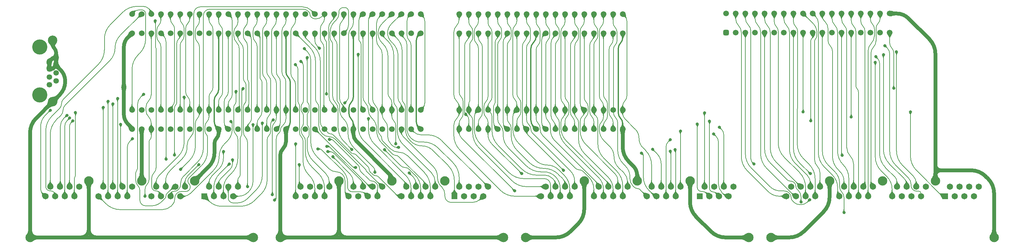
<source format=gbl>
%TF.GenerationSoftware,KiCad,Pcbnew,8.0.7*%
%TF.CreationDate,2025-02-08T10:47:07+02:00*%
%TF.ProjectId,HCP65 Board Tester,48435036-3520-4426-9f61-726420546573,V0*%
%TF.SameCoordinates,Original*%
%TF.FileFunction,Copper,L2,Bot*%
%TF.FilePolarity,Positive*%
%FSLAX46Y46*%
G04 Gerber Fmt 4.6, Leading zero omitted, Abs format (unit mm)*
G04 Created by KiCad (PCBNEW 8.0.7) date 2025-02-08 10:47:07*
%MOMM*%
%LPD*%
G01*
G04 APERTURE LIST*
G04 Aperture macros list*
%AMRoundRect*
0 Rectangle with rounded corners*
0 $1 Rounding radius*
0 $2 $3 $4 $5 $6 $7 $8 $9 X,Y pos of 4 corners*
0 Add a 4 corners polygon primitive as box body*
4,1,4,$2,$3,$4,$5,$6,$7,$8,$9,$2,$3,0*
0 Add four circle primitives for the rounded corners*
1,1,$1+$1,$2,$3*
1,1,$1+$1,$4,$5*
1,1,$1+$1,$6,$7*
1,1,$1+$1,$8,$9*
0 Add four rect primitives between the rounded corners*
20,1,$1+$1,$2,$3,$4,$5,0*
20,1,$1+$1,$4,$5,$6,$7,0*
20,1,$1+$1,$6,$7,$8,$9,0*
20,1,$1+$1,$8,$9,$2,$3,0*%
G04 Aperture macros list end*
%TA.AperFunction,ComponentPad*%
%ADD10C,1.500000*%
%TD*%
%TA.AperFunction,ComponentPad*%
%ADD11RoundRect,0.375000X0.375000X0.375000X-0.375000X0.375000X-0.375000X-0.375000X0.375000X-0.375000X0*%
%TD*%
%TA.AperFunction,ComponentPad*%
%ADD12C,2.475000*%
%TD*%
%TA.AperFunction,ComponentPad*%
%ADD13C,1.650000*%
%TD*%
%TA.AperFunction,ComponentPad*%
%ADD14R,1.650000X1.650000*%
%TD*%
%TA.AperFunction,ComponentPad*%
%ADD15C,2.500000*%
%TD*%
%TA.AperFunction,ComponentPad*%
%ADD16C,1.470000*%
%TD*%
%TA.AperFunction,WasherPad*%
%ADD17C,4.000000*%
%TD*%
%TA.AperFunction,ViaPad*%
%ADD18C,0.800000*%
%TD*%
%TA.AperFunction,ViaPad*%
%ADD19C,1.300000*%
%TD*%
%TA.AperFunction,Conductor*%
%ADD20C,1.000000*%
%TD*%
%TA.AperFunction,Conductor*%
%ADD21C,0.380000*%
%TD*%
%TA.AperFunction,Conductor*%
%ADD22C,0.200000*%
%TD*%
G04 APERTURE END LIST*
D10*
%TO.P,MPD0,36,36*%
%TO.N,/GND*%
X200025000Y127000D03*
%TO.P,MPD0,35,35*%
%TO.N,/~{Enable}_{Device}6*%
X200025000Y-4953000D03*
%TO.P,MPD0,34,34*%
%TO.N,/~{Enable}_{Device}1*%
X197485000Y127000D03*
%TO.P,MPD0,33,33*%
%TO.N,/~{Enable}_{Device}7*%
X197485000Y-4953000D03*
%TO.P,MPD0,32,32*%
%TO.N,/~{Enable}_{Device}2*%
X194945000Y127000D03*
%TO.P,MPD0,31,31*%
%TO.N,/~{Enable}_{Device}16*%
X194945000Y-4953000D03*
%TO.P,MPD0,30,30*%
%TO.N,/~{Enable}_{Device}3*%
X192405000Y127000D03*
%TO.P,MPD0,29,29*%
%TO.N,/~{Enable}_{Device}17*%
X192405000Y-4953000D03*
%TO.P,MPD0,28,28*%
%TO.N,/~{Enable}_{Device}4*%
X189865000Y127000D03*
%TO.P,MPD0,27,27*%
%TO.N,/~{Enable}_{Device}18*%
X189865000Y-4953000D03*
%TO.P,MPD0,26,26*%
%TO.N,/~{Enable}_{Device}5*%
X187325000Y127000D03*
%TO.P,MPD0,25,25*%
%TO.N,/~{Enable}_{Device}19*%
X187325000Y-4953000D03*
%TO.P,MPD0,24,24*%
%TO.N,/~{Reset}_{Device}1*%
X184785000Y127000D03*
%TO.P,MPD0,23,23*%
%TO.N,/GND*%
X184785000Y-4953000D03*
%TO.P,MPD0,22,22*%
%TO.N,/~{Reset}_{Device}2*%
X182245000Y127000D03*
%TO.P,MPD0,21,21*%
%TO.N,/~{Interrupt}_{Device}19*%
X182245000Y-4953000D03*
%TO.P,MPD0,20,20*%
%TO.N,/~{Reset}_{Device}3*%
X179705000Y127000D03*
%TO.P,MPD0,19,19*%
%TO.N,/~{Interrupt}_{Device}18*%
X179705000Y-4953000D03*
%TO.P,MPD0,18,18*%
%TO.N,/~{Reset}_{Device}4*%
X177165000Y127000D03*
%TO.P,MPD0,17,17*%
%TO.N,/~{Interrupt}_{Device}17*%
X177165000Y-4953000D03*
%TO.P,MPD0,16,16*%
%TO.N,/~{Reset}_{Device}5*%
X174625000Y127000D03*
%TO.P,MPD0,15,15*%
%TO.N,/~{Interrupt}_{Device}16*%
X174625000Y-4953000D03*
%TO.P,MPD0,14,14*%
%TO.N,/~{Reset}_{Device}6*%
X172085000Y127000D03*
%TO.P,MPD0,13,13*%
%TO.N,/~{Interrupt}_{Device}7*%
X172085000Y-4953000D03*
%TO.P,MPD0,12,12*%
%TO.N,/~{Reset}_{Device}7*%
X169545000Y127000D03*
%TO.P,MPD0,11,11*%
%TO.N,/~{Interrupt}_{Device}6*%
X169545000Y-4953000D03*
%TO.P,MPD0,10,10*%
%TO.N,/~{Reset}_{Device}16*%
X167005000Y127000D03*
%TO.P,MPD0,9,9*%
%TO.N,/~{Interrupt}_{Device}5*%
X167005000Y-4953000D03*
%TO.P,MPD0,8,8*%
%TO.N,/~{Reset}_{Device}17*%
X164465000Y127000D03*
%TO.P,MPD0,7,7*%
%TO.N,/~{Interrupt}_{Device}4*%
X164465000Y-4953000D03*
%TO.P,MPD0,6,6*%
%TO.N,/~{Reset}_{Device}18*%
X161925000Y127000D03*
%TO.P,MPD0,5,5*%
%TO.N,/~{Interrupt}_{Device}3*%
X161925000Y-4953000D03*
%TO.P,MPD0,4,4*%
%TO.N,/~{Reset}_{Device}19*%
X159385000Y127000D03*
%TO.P,MPD0,3,3*%
%TO.N,/~{Interrupt}_{Device}2*%
X159385000Y-4953000D03*
%TO.P,MPD0,2,2*%
%TO.N,/GND*%
X156845000Y127000D03*
D11*
%TO.P,MPD0,1,1*%
%TO.N,/~{Interrupt}_{Device}1*%
X156845000Y-4953000D03*
%TD*%
D12*
%TO.P,J5,MH5,MH5*%
%TO.N,/GND*%
X98040000Y-59180000D03*
%TO.P,J5,MH4,MH4*%
X82550000Y-44200000D03*
%TO.P,J5,MH3,MH3*%
X68580000Y-44200000D03*
%TO.P,J5,MH2,MH2*%
X54610000Y-44200000D03*
%TO.P,J5,MH1,MH1*%
X39120000Y-59180000D03*
D13*
%TO.P,J5,D8,D8*%
%TO.N,/MPU0_{M}*%
X52070000Y-45720000D03*
%TO.P,J5,D7,D7*%
%TO.N,/MPU1_{M}*%
X50800000Y-48260000D03*
%TO.P,J5,D6,D6*%
%TO.N,/~{ABORT}*%
X49530000Y-45720000D03*
%TO.P,J5,D5,D5*%
%TO.N,/~{NMI}_{2}*%
X48260000Y-48260000D03*
%TO.P,J5,D4,D4*%
%TO.N,/~{NMI}_{1}*%
X46990000Y-45720000D03*
%TO.P,J5,D3,D3*%
%TO.N,/CLK_{M0}*%
X45720000Y-48260000D03*
%TO.P,J5,D2,D2*%
%TO.N,/~{WD}_{M}*%
X44450000Y-45720000D03*
%TO.P,J5,D1,D1*%
%TO.N,/~{RD}_{M}*%
X43180000Y-48260000D03*
%TO.P,J5,C8,C8*%
%TO.N,/~{Select}_{Device}19*%
X66040000Y-45720000D03*
%TO.P,J5,C7,C7*%
%TO.N,/~{CLK}_{D}*%
X64770000Y-48260000D03*
%TO.P,J5,C6,C6*%
%TO.N,/CLK_{D}*%
X63500000Y-45720000D03*
%TO.P,J5,C5,C5*%
%TO.N,/~{WD}_{D}*%
X62230000Y-48260000D03*
%TO.P,J5,C4,C4*%
%TO.N,/~{RD}_{D}*%
X60960000Y-45720000D03*
%TO.P,J5,C3,C3*%
%TO.N,/Native Latch*%
X59690000Y-48260000D03*
%TO.P,J5,C2,C2*%
%TO.N,/~{Main Access}_{M0}*%
X58420000Y-45720000D03*
%TO.P,J5,C1,C1*%
%TO.N,/~{Main} MPU*%
X57150000Y-48260000D03*
%TO.P,J5,B8,B8*%
%TO.N,/~{Select}_{Device}3*%
X80010000Y-45720000D03*
%TO.P,J5,B7,B7*%
%TO.N,/~{Select}_{Device}4*%
X78740000Y-48260000D03*
%TO.P,J5,B6,B6*%
%TO.N,/~{Select}_{Device}5*%
X77470000Y-45720000D03*
%TO.P,J5,B5,B5*%
%TO.N,/~{Select}_{Device}6*%
X76200000Y-48260000D03*
%TO.P,J5,B4,B4*%
%TO.N,/~{Select}_{Device}7*%
X74930000Y-45720000D03*
%TO.P,J5,B3,B3*%
%TO.N,/~{Select}_{Device}16*%
X73660000Y-48260000D03*
%TO.P,J5,B2,B2*%
%TO.N,/~{Select}_{Device}17*%
X72390000Y-45720000D03*
%TO.P,J5,B1,B1*%
%TO.N,/~{Select}_{Device}18*%
X71120000Y-48260000D03*
%TO.P,J5,A8,A8*%
%TO.N,/~{Memory Hi}_{ Device}*%
X93980000Y-45720000D03*
%TO.P,J5,A7,A7*%
%TO.N,/~{Memory Lo}_{ Device}*%
X92710000Y-48260000D03*
%TO.P,J5,A6,A6*%
%TO.N,/~{Main}3*%
X91440000Y-45720000D03*
%TO.P,J5,A5,A5*%
%TO.N,unconnected-(J5-PadA5)*%
X90170000Y-48260000D03*
%TO.P,J5,A4,A4*%
%TO.N,unconnected-(J5-PadA4)*%
X88900000Y-45720000D03*
%TO.P,J5,A3,A3*%
%TO.N,unconnected-(J5-PadA3)*%
X87630000Y-48260000D03*
%TO.P,J5,A2,A2*%
%TO.N,/~{Select}_{Device}1*%
X86360000Y-45720000D03*
D14*
%TO.P,J5,A1,A1*%
%TO.N,/~{Select}_{Device}2*%
X85090000Y-48260000D03*
%TD*%
D12*
%TO.P,J6,MH5,MH5*%
%TO.N,/GND*%
X227580000Y-59180000D03*
%TO.P,J6,MH4,MH4*%
X212090000Y-44200000D03*
%TO.P,J6,MH3,MH3*%
X198120000Y-44200000D03*
%TO.P,J6,MH2,MH2*%
X184150000Y-44200000D03*
%TO.P,J6,MH1,MH1*%
X168660000Y-59180000D03*
D13*
%TO.P,J6,D8,D8*%
%TO.N,/~{Reset}_{Device}4*%
X181610000Y-45720000D03*
%TO.P,J6,D7,D7*%
%TO.N,/~{Reset}_{Device}5*%
X180340000Y-48260000D03*
%TO.P,J6,D6,D6*%
%TO.N,/~{Reset}_{Device}6*%
X179070000Y-45720000D03*
%TO.P,J6,D5,D5*%
%TO.N,/~{Reset}_{Device}7*%
X177800000Y-48260000D03*
%TO.P,J6,D4,D4*%
%TO.N,/~{Reset}_{Device}16*%
X176530000Y-45720000D03*
%TO.P,J6,D3,D3*%
%TO.N,/~{Reset}_{Device}17*%
X175260000Y-48260000D03*
%TO.P,J6,D2,D2*%
%TO.N,/~{Reset}_{Device}18*%
X173990000Y-45720000D03*
%TO.P,J6,D1,D1*%
%TO.N,/~{Reset}_{Device}19*%
X172720000Y-48260000D03*
%TO.P,J6,C8,C8*%
%TO.N,/~{Enable}_{Device}1*%
X195580000Y-45720000D03*
%TO.P,J6,C7,C7*%
%TO.N,/~{Enable}_{Device}2*%
X194310000Y-48260000D03*
%TO.P,J6,C6,C6*%
%TO.N,/~{Enable}_{Device}3*%
X193040000Y-45720000D03*
%TO.P,J6,C5,C5*%
%TO.N,/~{Enable}_{Device}4*%
X191770000Y-48260000D03*
%TO.P,J6,C4,C4*%
%TO.N,/~{Enable}_{Device}5*%
X190500000Y-45720000D03*
%TO.P,J6,C3,C3*%
%TO.N,/~{Reset}_{Device}1*%
X189230000Y-48260000D03*
%TO.P,J6,C2,C2*%
%TO.N,/~{Reset}_{Device}2*%
X187960000Y-45720000D03*
%TO.P,J6,C1,C1*%
%TO.N,/~{Reset}_{Device}3*%
X186690000Y-48260000D03*
%TO.P,J6,B8,B8*%
%TO.N,/~{Interrupt}_{Device}16*%
X209550000Y-45720000D03*
%TO.P,J6,B7,B7*%
%TO.N,/~{Interrupt}_{Device}7*%
X208280000Y-48260000D03*
%TO.P,J6,B6,B6*%
%TO.N,/~{Interrupt}_{Device}6*%
X207010000Y-45720000D03*
%TO.P,J6,B5,B5*%
%TO.N,/~{Interrupt}_{Device}5*%
X205740000Y-48260000D03*
%TO.P,J6,B4,B4*%
%TO.N,/~{Interrupt}_{Device}4*%
X204470000Y-45720000D03*
%TO.P,J6,B3,B3*%
%TO.N,/~{Interrupt}_{Device}3*%
X203200000Y-48260000D03*
%TO.P,J6,B2,B2*%
%TO.N,/~{Interrupt}_{Device}2*%
X201930000Y-45720000D03*
%TO.P,J6,B1,B1*%
%TO.N,/~{Interrupt}_{Device}1*%
X200660000Y-48260000D03*
%TO.P,J6,A8,A8*%
%TO.N,/~{Enable}_{Device}7*%
X223520000Y-45720000D03*
%TO.P,J6,A7,A7*%
%TO.N,/~{Enable}_{Device}16*%
X222250000Y-48260000D03*
%TO.P,J6,A6,A6*%
%TO.N,/~{Enable}_{Device}17*%
X220980000Y-45720000D03*
%TO.P,J6,A5,A5*%
%TO.N,/~{Enable}_{Device}18*%
X219710000Y-48260000D03*
%TO.P,J6,A4,A4*%
%TO.N,/~{Enable}_{Device}19*%
X218440000Y-45720000D03*
%TO.P,J6,A3,A3*%
%TO.N,/~{Interrupt}_{Device}19*%
X217170000Y-48260000D03*
%TO.P,J6,A2,A2*%
%TO.N,/~{Interrupt}_{Device}18*%
X215900000Y-45720000D03*
D14*
%TO.P,J6,A1,A1*%
%TO.N,/~{Interrupt}_{Device}17*%
X214630000Y-48260000D03*
%TD*%
D12*
%TO.P,J1,MH5,MH5*%
%TO.N,/GND*%
X32000000Y-59180000D03*
%TO.P,J1,MH4,MH4*%
X16510000Y-44200000D03*
%TO.P,J1,MH3,MH3*%
X2540000Y-44200000D03*
%TO.P,J1,MH2,MH2*%
X-11430000Y-44200000D03*
%TO.P,J1,MH1,MH1*%
X-26920000Y-59180000D03*
D13*
%TO.P,J1,D8,D8*%
%TO.N,/A4_{D}*%
X-13970000Y-45720000D03*
%TO.P,J1,D7,D7*%
%TO.N,/A3_{D}*%
X-15240000Y-48260000D03*
%TO.P,J1,D6,D6*%
%TO.N,/A2_{D}*%
X-16510000Y-45720000D03*
%TO.P,J1,D5,D5*%
%TO.N,/A1_{D}*%
X-17780000Y-48260000D03*
%TO.P,J1,D4,D4*%
%TO.N,/A0_{D}*%
X-19050000Y-45720000D03*
%TO.P,J1,D3,D3*%
%TO.N,/Kernal*%
X-20320000Y-48260000D03*
%TO.P,J1,D2,D2*%
%TO.N,/~{Device}*%
X-21590000Y-45720000D03*
%TO.P,J1,D1,D1*%
%TO.N,/~{Reset}*%
X-22860000Y-48260000D03*
%TO.P,J1,C8,C8*%
%TO.N,/A12_{D}*%
X0Y-45720000D03*
%TO.P,J1,C7,C7*%
%TO.N,/A11_{D}*%
X-1270000Y-48260000D03*
%TO.P,J1,C6,C6*%
%TO.N,/A10_{D}*%
X-2540000Y-45720000D03*
%TO.P,J1,C5,C5*%
%TO.N,/A9_{D}*%
X-3810000Y-48260000D03*
%TO.P,J1,C4,C4*%
%TO.N,/A8_{D}*%
X-5080000Y-45720000D03*
%TO.P,J1,C3,C3*%
%TO.N,/A7_{D}*%
X-6350000Y-48260000D03*
%TO.P,J1,C2,C2*%
%TO.N,/A6_{D}*%
X-7620000Y-45720000D03*
%TO.P,J1,C1,C1*%
%TO.N,/A5_{D}*%
X-8890000Y-48260000D03*
%TO.P,J1,B8,B8*%
%TO.N,/D4_{D}*%
X13970000Y-45720000D03*
%TO.P,J1,B7,B7*%
%TO.N,/D5_{D}*%
X12700000Y-48260000D03*
%TO.P,J1,B6,B6*%
%TO.N,/D6_{D}*%
X11430000Y-45720000D03*
%TO.P,J1,B5,B5*%
%TO.N,/D7_{D}*%
X10160000Y-48260000D03*
%TO.P,J1,B4,B4*%
%TO.N,/A16_{D}*%
X8890000Y-45720000D03*
%TO.P,J1,B3,B3*%
%TO.N,/A15_{D}*%
X7620000Y-48260000D03*
%TO.P,J1,B2,B2*%
%TO.N,/A14_{D}*%
X6350000Y-45720000D03*
%TO.P,J1,B1,B1*%
%TO.N,/A13_{D}*%
X5080000Y-48260000D03*
%TO.P,J1,A8,A8*%
%TO.N,/~{Enable}_{Device}6*%
X27940000Y-45720000D03*
%TO.P,J1,A7,A7*%
%TO.N,/H0_{D}*%
X26670000Y-48260000D03*
%TO.P,J1,A6,A6*%
%TO.N,/H1_{D}*%
X25400000Y-45720000D03*
%TO.P,J1,A5,A5*%
%TO.N,/H2_{D}*%
X24130000Y-48260000D03*
%TO.P,J1,A4,A4*%
%TO.N,/D0_{D}*%
X22860000Y-45720000D03*
%TO.P,J1,A3,A3*%
%TO.N,/D1_{D}*%
X21590000Y-48260000D03*
%TO.P,J1,A2,A2*%
%TO.N,/D2_{D}*%
X20320000Y-45720000D03*
D14*
%TO.P,J1,A1,A1*%
%TO.N,/D3_{D}*%
X19050000Y-48260000D03*
%TD*%
D15*
%TO.P,J2,MH2,MH2*%
%TO.N,/GND*%
X-20955000Y-6985000D03*
%TO.P,J2,MH1,MH1*%
X-20955000Y-23245000D03*
D16*
%TO.P,J2,8,8*%
X-20065000Y-11555000D03*
%TO.P,J2,7,7*%
X-21845000Y-12575000D03*
%TO.P,J2,6,6*%
X-20065000Y-13595000D03*
%TO.P,J2,5,5*%
X-21845000Y-14615000D03*
%TO.P,J2,4,4*%
%TO.N,/5V_{1}*%
X-20064999Y-15635000D03*
%TO.P,J2,3,3*%
%TO.N,/5V_{2}*%
X-21844999Y-16655000D03*
%TO.P,J2,2,2*%
%TO.N,/5V_{3}*%
X-20064999Y-17675000D03*
%TO.P,J2,1,1*%
%TO.N,/12V*%
X-21845000Y-18695000D03*
D17*
%TO.P,J2,*%
%TO.N,*%
X-24385000Y-21465000D03*
X-24385000Y-8765000D03*
%TD*%
D10*
%TO.P,DEV3,D18,D18*%
%TO.N,/GND*%
X129540000Y-30480000D03*
%TO.P,DEV3,D17,D17*%
%TO.N,/A0_{M}*%
X127000000Y-30480000D03*
%TO.P,DEV3,D16,D16*%
%TO.N,/A1_{M}*%
X124460000Y-30480000D03*
%TO.P,DEV3,D15,D15*%
%TO.N,/A2_{M}*%
X121920000Y-30480000D03*
%TO.P,DEV3,D14,D14*%
%TO.N,/A3_{M}*%
X119380000Y-30480000D03*
%TO.P,DEV3,D13,D13*%
%TO.N,/A4_{M}*%
X116840000Y-30480000D03*
%TO.P,DEV3,D12,D12*%
%TO.N,/A5_{M}*%
X114300000Y-30480000D03*
%TO.P,DEV3,D11,D11*%
%TO.N,/~{WD}_{M}*%
X111760000Y-30480000D03*
%TO.P,DEV3,D10,D10*%
%TO.N,/~{RD}_{M}*%
X109220000Y-30480000D03*
%TO.P,DEV3,D9,D9*%
%TO.N,/GND*%
X106680000Y-30480000D03*
%TO.P,DEV3,D8,D8*%
%TO.N,/D0_{M}*%
X104140000Y-30480000D03*
%TO.P,DEV3,D7,D7*%
%TO.N,/D1_{M}*%
X101600000Y-30480000D03*
%TO.P,DEV3,D6,D6*%
%TO.N,/D2_{M}*%
X99060000Y-30480000D03*
%TO.P,DEV3,D5,D5*%
%TO.N,/D3_{M}*%
X96520000Y-30480000D03*
%TO.P,DEV3,D4,D4*%
%TO.N,/D4_{M}*%
X93980000Y-30480000D03*
%TO.P,DEV3,D3,D3*%
%TO.N,/D5_{M}*%
X91440000Y-30480000D03*
%TO.P,DEV3,D2,D2*%
%TO.N,/D6_{M}*%
X88900000Y-30480000D03*
%TO.P,DEV3,D1,D1*%
%TO.N,/D7_{M}*%
X86360000Y-30480000D03*
%TO.P,DEV3,C18,C18*%
%TO.N,/A6_{M}*%
X129540000Y-25400000D03*
%TO.P,DEV3,C17,C17*%
%TO.N,/A7_{M}*%
X127000000Y-25400000D03*
%TO.P,DEV3,C16,C16*%
%TO.N,/A8_{M}*%
X124460000Y-25400000D03*
%TO.P,DEV3,C15,C15*%
%TO.N,/A9_{M}*%
X121920000Y-25400000D03*
%TO.P,DEV3,C14,C14*%
%TO.N,/A10_{M}*%
X119380000Y-25400000D03*
%TO.P,DEV3,C13,C13*%
%TO.N,/A11_{M}*%
X116840000Y-25400000D03*
%TO.P,DEV3,C12,C12*%
%TO.N,/A12_{M}*%
X114300000Y-25400000D03*
%TO.P,DEV3,C11,C11*%
%TO.N,/A13_{M}*%
X111760000Y-25400000D03*
%TO.P,DEV3,C10,C10*%
%TO.N,/A14_{M}*%
X109220000Y-25400000D03*
%TO.P,DEV3,C9,C9*%
%TO.N,/A15_{M}*%
X106680000Y-25400000D03*
%TO.P,DEV3,C8,C8*%
%TO.N,/A16_{M}*%
X104140000Y-25400000D03*
%TO.P,DEV3,C7,C7*%
%TO.N,/A17_{M}*%
X101600000Y-25400000D03*
%TO.P,DEV3,C6,C6*%
%TO.N,/A18_{M}*%
X99060000Y-25400000D03*
%TO.P,DEV3,C5,C5*%
%TO.N,/A19_{M}*%
X96520000Y-25400000D03*
%TO.P,DEV3,C4,C4*%
%TO.N,/A20_{M}*%
X93980000Y-25400000D03*
%TO.P,DEV3,C3,C3*%
%TO.N,/A21_{M}*%
X91440000Y-25400000D03*
%TO.P,DEV3,C2,C2*%
%TO.N,/A22_{M}*%
X88900000Y-25400000D03*
%TO.P,DEV3,C1,C1*%
%TO.N,/A23_{M}*%
X86360000Y-25400000D03*
%TO.P,DEV3,B31,B31*%
%TO.N,/GND*%
X76200000Y-30480000D03*
%TO.P,DEV3,B30,B30*%
%TO.N,/~{Memory Hi}_{ Device}*%
X73660000Y-30480000D03*
%TO.P,DEV3,B29,B29*%
%TO.N,/~{Memory Lo}_{ Device}*%
X71120000Y-30480000D03*
%TO.P,DEV3,B28,B28*%
%TO.N,unconnected-(DEV3-PadB28)*%
X68580000Y-30480000D03*
%TO.P,DEV3,B27,B27*%
%TO.N,unconnected-(DEV3-PadB27)*%
X66040000Y-30480000D03*
%TO.P,DEV3,B26,B26*%
%TO.N,unconnected-(DEV3-PadB26)*%
X63500000Y-30480000D03*
%TO.P,DEV3,B25,B25*%
%TO.N,unconnected-(DEV3-PadB25)*%
X60960000Y-30480000D03*
%TO.P,DEV3,B24,B24*%
%TO.N,/GND*%
X58420000Y-30480000D03*
%TO.P,DEV3,B23,B23*%
%TO.N,unconnected-(DEV3-PadB23)*%
X55880000Y-30480000D03*
%TO.P,DEV3,B22,B22*%
%TO.N,/~{Enable}_{Device}18*%
X53340000Y-30480000D03*
%TO.P,DEV3,B21,B21*%
%TO.N,/~{Select}_{Device}18*%
X50800000Y-30480000D03*
%TO.P,DEV3,B20,B20*%
%TO.N,/~{Reset}_{Device}18*%
X48260000Y-30480000D03*
%TO.P,DEV3,B19,B19*%
%TO.N,/~{Interrupt}_{Device}18*%
X45720000Y-30480000D03*
%TO.P,DEV3,B18,B18*%
%TO.N,unconnected-(DEV3-PadB18)*%
X43180000Y-30480000D03*
%TO.P,DEV3,B17,B17*%
%TO.N,/GND*%
X40640000Y-30480000D03*
%TO.P,DEV3,B16,B16*%
%TO.N,/~{CLK}_{D}*%
X38100000Y-30480000D03*
%TO.P,DEV3,B15,B15*%
%TO.N,/CLK_{D}*%
X35560000Y-30480000D03*
%TO.P,DEV3,B14,B14*%
%TO.N,/~{WD}_{D}*%
X33020000Y-30480000D03*
%TO.P,DEV3,B13,B13*%
%TO.N,/~{RD}_{D}*%
X30480000Y-30480000D03*
%TO.P,DEV3,B12,B12*%
%TO.N,unconnected-(DEV3-PadB12)*%
X27940000Y-30480000D03*
%TO.P,DEV3,B11,B11*%
%TO.N,/~{Main Access}_{M0}*%
X25400000Y-30480000D03*
%TO.P,DEV3,B10,B10*%
%TO.N,/GND*%
X22860000Y-30480000D03*
%TO.P,DEV3,B9,B9*%
%TO.N,/~{Main}3*%
X20320000Y-30480000D03*
%TO.P,DEV3,B8,B8*%
%TO.N,unconnected-(DEV3-PadB8)*%
X17780000Y-30480000D03*
%TO.P,DEV3,B7,B7*%
%TO.N,unconnected-(DEV3-PadB7)*%
X15240000Y-30480000D03*
%TO.P,DEV3,B6,B6*%
%TO.N,unconnected-(DEV3-PadB6)*%
X12700000Y-30480000D03*
%TO.P,DEV3,B5,B5*%
%TO.N,unconnected-(DEV3-PadB5)*%
X10160000Y-30480000D03*
%TO.P,DEV3,B4,B4*%
%TO.N,unconnected-(DEV3-PadB4)*%
X7620000Y-30480000D03*
%TO.P,DEV3,B3,B3*%
%TO.N,/CLK_{M0}*%
X5080000Y-30480000D03*
%TO.P,DEV3,B2,B2*%
%TO.N,/GND*%
X2540000Y-30480000D03*
%TO.P,DEV3,B1,B1*%
%TO.N,/12V*%
X0Y-30480000D03*
%TO.P,DEV3,A31,A31*%
%TO.N,/H0_{D}*%
X76200000Y-25400000D03*
%TO.P,DEV3,A30,A30*%
%TO.N,/H1_{D}*%
X73660000Y-25400000D03*
%TO.P,DEV3,A29,A29*%
%TO.N,/H2_{D}*%
X71120000Y-25400000D03*
%TO.P,DEV3,A28,A28*%
%TO.N,/D0_{D}*%
X68580000Y-25400000D03*
%TO.P,DEV3,A27,A27*%
%TO.N,/D1_{D}*%
X66040000Y-25400000D03*
%TO.P,DEV3,A26,A26*%
%TO.N,/D2_{D}*%
X63500000Y-25400000D03*
%TO.P,DEV3,A25,A25*%
%TO.N,/D3_{D}*%
X60960000Y-25400000D03*
%TO.P,DEV3,A24,A24*%
%TO.N,/D4_{D}*%
X58420000Y-25400000D03*
%TO.P,DEV3,A23,A23*%
%TO.N,/D5_{D}*%
X55880000Y-25400000D03*
%TO.P,DEV3,A22,A22*%
%TO.N,/D6_{D}*%
X53340000Y-25400000D03*
%TO.P,DEV3,A21,A21*%
%TO.N,/D7_{D}*%
X50800000Y-25400000D03*
%TO.P,DEV3,A20,A20*%
%TO.N,unconnected-(DEV3-PadA20)*%
X48260000Y-25400000D03*
%TO.P,DEV3,A19,A19*%
%TO.N,unconnected-(DEV3-PadA19)*%
X45720000Y-25400000D03*
%TO.P,DEV3,A18,A18*%
%TO.N,/A14_{D}*%
X43180000Y-25400000D03*
%TO.P,DEV3,A17,A17*%
%TO.N,/A13_{D}*%
X40640000Y-25400000D03*
%TO.P,DEV3,A16,A16*%
%TO.N,/A12_{D}*%
X38100000Y-25400000D03*
%TO.P,DEV3,A15,A15*%
%TO.N,/A11_{D}*%
X35560000Y-25400000D03*
%TO.P,DEV3,A14,A14*%
%TO.N,/A10_{D}*%
X33020000Y-25400000D03*
%TO.P,DEV3,A13,A13*%
%TO.N,/A9_{D}*%
X30480000Y-25400000D03*
%TO.P,DEV3,A12,A12*%
%TO.N,/A8_{D}*%
X27940000Y-25400000D03*
%TO.P,DEV3,A11,A11*%
%TO.N,/A7_{D}*%
X25400000Y-25400000D03*
%TO.P,DEV3,A10,A10*%
%TO.N,/A6_{D}*%
X22860000Y-25400000D03*
%TO.P,DEV3,A9,A9*%
%TO.N,/A5_{D}*%
X20320000Y-25400000D03*
%TO.P,DEV3,A8,A8*%
%TO.N,/A4_{D}*%
X17780000Y-25400000D03*
%TO.P,DEV3,A7,A7*%
%TO.N,/A3_{D}*%
X15240000Y-25400000D03*
%TO.P,DEV3,A6,A6*%
%TO.N,/A2_{D}*%
X12700000Y-25400000D03*
%TO.P,DEV3,A5,A5*%
%TO.N,/A1_{D}*%
X10160000Y-25400000D03*
%TO.P,DEV3,A4,A4*%
%TO.N,/A0_{D}*%
X7620000Y-25400000D03*
%TO.P,DEV3,A3,A3*%
%TO.N,unconnected-(DEV3-PadA3)*%
X5080000Y-25400000D03*
%TO.P,DEV3,A2,A2*%
%TO.N,unconnected-(DEV3-PadA2)*%
X2540000Y-25400000D03*
%TO.P,DEV3,A1,A1*%
%TO.N,/~{Reset}*%
X0Y-25400000D03*
%TD*%
D12*
%TO.P,J4,MH5,MH5*%
%TO.N,/GND*%
X162810000Y-59180000D03*
%TO.P,J4,MH4,MH4*%
X147320000Y-44200000D03*
%TO.P,J4,MH3,MH3*%
X133350000Y-44200000D03*
%TO.P,J4,MH2,MH2*%
X119380000Y-44200000D03*
%TO.P,J4,MH1,MH1*%
X103890000Y-59180000D03*
D13*
%TO.P,J4,D8,D8*%
%TO.N,/A16_{M}*%
X116840000Y-45720000D03*
%TO.P,J4,D7,D7*%
%TO.N,/A17_{M}*%
X115570000Y-48260000D03*
%TO.P,J4,D6,D6*%
%TO.N,/A18_{M}*%
X114300000Y-45720000D03*
%TO.P,J4,D5,D5*%
%TO.N,/A19_{M}*%
X113030000Y-48260000D03*
%TO.P,J4,D4,D4*%
%TO.N,/A20_{M}*%
X111760000Y-45720000D03*
%TO.P,J4,D3,D3*%
%TO.N,/A21_{M}*%
X110490000Y-48260000D03*
%TO.P,J4,D2,D2*%
%TO.N,/A22_{M}*%
X109220000Y-45720000D03*
%TO.P,J4,D1,D1*%
%TO.N,/A23_{M}*%
X107950000Y-48260000D03*
%TO.P,J4,C8,C8*%
%TO.N,/A8_{M}*%
X130810000Y-45720000D03*
%TO.P,J4,C7,C7*%
%TO.N,/A9_{M}*%
X129540000Y-48260000D03*
%TO.P,J4,C6,C6*%
%TO.N,/A10_{M}*%
X128270000Y-45720000D03*
%TO.P,J4,C5,C5*%
%TO.N,/A11_{M}*%
X127000000Y-48260000D03*
%TO.P,J4,C4,C4*%
%TO.N,/A12_{M}*%
X125730000Y-45720000D03*
%TO.P,J4,C3,C3*%
%TO.N,/A13_{M}*%
X124460000Y-48260000D03*
%TO.P,J4,C2,C2*%
%TO.N,/A14_{M}*%
X123190000Y-45720000D03*
%TO.P,J4,C1,C1*%
%TO.N,/A15_{M}*%
X121920000Y-48260000D03*
%TO.P,J4,B8,B8*%
%TO.N,/A0_{M}*%
X144780000Y-45720000D03*
%TO.P,J4,B7,B7*%
%TO.N,/A1_{M}*%
X143510000Y-48260000D03*
%TO.P,J4,B6,B6*%
%TO.N,/A2_{M}*%
X142240000Y-45720000D03*
%TO.P,J4,B5,B5*%
%TO.N,/A3_{M}*%
X140970000Y-48260000D03*
%TO.P,J4,B4,B4*%
%TO.N,/A4_{M}*%
X139700000Y-45720000D03*
%TO.P,J4,B3,B3*%
%TO.N,/A5_{M}*%
X138430000Y-48260000D03*
%TO.P,J4,B2,B2*%
%TO.N,/A6_{M}*%
X137160000Y-45720000D03*
%TO.P,J4,B1,B1*%
%TO.N,/A7_{M}*%
X135890000Y-48260000D03*
%TO.P,J4,A8,A8*%
%TO.N,/D0_{M}*%
X158750000Y-45720000D03*
%TO.P,J4,A7,A7*%
%TO.N,/D1_{M}*%
X157480000Y-48260000D03*
%TO.P,J4,A6,A6*%
%TO.N,/D2_{M}*%
X156210000Y-45720000D03*
%TO.P,J4,A5,A5*%
%TO.N,/D3_{M}*%
X154940000Y-48260000D03*
%TO.P,J4,A4,A4*%
%TO.N,/D4_{M}*%
X153670000Y-45720000D03*
%TO.P,J4,A3,A3*%
%TO.N,/D5_{M}*%
X152400000Y-48260000D03*
%TO.P,J4,A2,A2*%
%TO.N,/D6_{M}*%
X151130000Y-45720000D03*
D14*
%TO.P,J4,A1,A1*%
%TO.N,/D7_{M}*%
X149860000Y-48260000D03*
%TD*%
D10*
%TO.P,MPU0,D18,D18*%
%TO.N,/GND*%
X129540000Y-5080000D03*
%TO.P,MPU0,D17,D17*%
%TO.N,/A0_{M}*%
X127000000Y-5080000D03*
%TO.P,MPU0,D16,D16*%
%TO.N,/A1_{M}*%
X124460000Y-5080000D03*
%TO.P,MPU0,D15,D15*%
%TO.N,/A2_{M}*%
X121920000Y-5080000D03*
%TO.P,MPU0,D14,D14*%
%TO.N,/A3_{M}*%
X119380000Y-5080000D03*
%TO.P,MPU0,D13,D13*%
%TO.N,/A4_{M}*%
X116840000Y-5080000D03*
%TO.P,MPU0,D12,D12*%
%TO.N,/A5_{M}*%
X114300000Y-5080000D03*
%TO.P,MPU0,D11,D11*%
%TO.N,/~{WD}_{M}*%
X111760000Y-5080000D03*
%TO.P,MPU0,D10,D10*%
%TO.N,/~{RD}_{M}*%
X109220000Y-5080000D03*
%TO.P,MPU0,D9,D9*%
%TO.N,/GND*%
X106680000Y-5080000D03*
%TO.P,MPU0,D8,D8*%
%TO.N,/D0_{M}*%
X104140000Y-5080000D03*
%TO.P,MPU0,D7,D7*%
%TO.N,/D1_{M}*%
X101600000Y-5080000D03*
%TO.P,MPU0,D6,D6*%
%TO.N,/D2_{M}*%
X99060000Y-5080000D03*
%TO.P,MPU0,D5,D5*%
%TO.N,/D3_{M}*%
X96520000Y-5080000D03*
%TO.P,MPU0,D4,D4*%
%TO.N,/D4_{M}*%
X93980000Y-5080000D03*
%TO.P,MPU0,D3,D3*%
%TO.N,/D5_{M}*%
X91440000Y-5080000D03*
%TO.P,MPU0,D2,D2*%
%TO.N,/D6_{M}*%
X88900000Y-5080000D03*
%TO.P,MPU0,D1,D1*%
%TO.N,/D7_{M}*%
X86360000Y-5080000D03*
%TO.P,MPU0,C18,C18*%
%TO.N,/A6_{M}*%
X129540000Y0D03*
%TO.P,MPU0,C17,C17*%
%TO.N,/A7_{M}*%
X127000000Y0D03*
%TO.P,MPU0,C16,C16*%
%TO.N,/A8_{M}*%
X124460000Y0D03*
%TO.P,MPU0,C15,C15*%
%TO.N,/A9_{M}*%
X121920000Y0D03*
%TO.P,MPU0,C14,C14*%
%TO.N,/A10_{M}*%
X119380000Y0D03*
%TO.P,MPU0,C13,C13*%
%TO.N,/A11_{M}*%
X116840000Y0D03*
%TO.P,MPU0,C12,C12*%
%TO.N,/A12_{M}*%
X114300000Y0D03*
%TO.P,MPU0,C11,C11*%
%TO.N,/A13_{M}*%
X111760000Y0D03*
%TO.P,MPU0,C10,C10*%
%TO.N,/A14_{M}*%
X109220000Y0D03*
%TO.P,MPU0,C9,C9*%
%TO.N,/A15_{M}*%
X106680000Y0D03*
%TO.P,MPU0,C8,C8*%
%TO.N,/A16_{M}*%
X104140000Y0D03*
%TO.P,MPU0,C7,C7*%
%TO.N,/A17_{M}*%
X101600000Y0D03*
%TO.P,MPU0,C6,C6*%
%TO.N,/A18_{M}*%
X99060000Y0D03*
%TO.P,MPU0,C5,C5*%
%TO.N,/A19_{M}*%
X96520000Y0D03*
%TO.P,MPU0,C4,C4*%
%TO.N,/A20_{M}*%
X93980000Y0D03*
%TO.P,MPU0,C3,C3*%
%TO.N,/A21_{M}*%
X91440000Y0D03*
%TO.P,MPU0,C2,C2*%
%TO.N,/A22_{M}*%
X88900000Y0D03*
%TO.P,MPU0,C1,C1*%
%TO.N,/A23_{M}*%
X86360000Y0D03*
%TO.P,MPU0,B31,B31*%
%TO.N,/GND*%
X76200000Y-5080000D03*
%TO.P,MPU0,B30,B30*%
%TO.N,unconnected-(MPU0-PadB30)*%
X73660000Y-5080000D03*
%TO.P,MPU0,B29,B29*%
%TO.N,/~{Select}_{Device}1*%
X71120000Y-5080000D03*
%TO.P,MPU0,B28,B28*%
%TO.N,/~{Select}_{Device}2*%
X68580000Y-5080000D03*
%TO.P,MPU0,B27,B27*%
%TO.N,/~{Select}_{Device}3*%
X66040000Y-5080000D03*
%TO.P,MPU0,B26,B26*%
%TO.N,/~{Select}_{Device}4*%
X63500000Y-5080000D03*
%TO.P,MPU0,B25,B25*%
%TO.N,/~{Select}_{Device}5*%
X60960000Y-5080000D03*
%TO.P,MPU0,B24,B24*%
%TO.N,/GND*%
X58420000Y-5080000D03*
%TO.P,MPU0,B23,B23*%
%TO.N,/~{Select}_{Device}6*%
X55880000Y-5080000D03*
%TO.P,MPU0,B22,B22*%
%TO.N,/~{Select}_{Device}7*%
X53340000Y-5080000D03*
%TO.P,MPU0,B21,B21*%
%TO.N,/~{Select}_{Device}16*%
X50800000Y-5080000D03*
%TO.P,MPU0,B20,B20*%
%TO.N,/~{Select}_{Device}17*%
X48260000Y-5080000D03*
%TO.P,MPU0,B19,B19*%
%TO.N,/~{Select}_{Device}18*%
X45720000Y-5080000D03*
%TO.P,MPU0,B18,B18*%
%TO.N,/~{Select}_{Device}19*%
X43180000Y-5080000D03*
%TO.P,MPU0,B17,B17*%
%TO.N,/GND*%
X40640000Y-5080000D03*
%TO.P,MPU0,B16,B16*%
%TO.N,/~{CLK}_{D}*%
X38100000Y-5080000D03*
%TO.P,MPU0,B15,B15*%
%TO.N,/CLK_{D}*%
X35560000Y-5080000D03*
%TO.P,MPU0,B14,B14*%
%TO.N,/~{WD}_{D}*%
X33020000Y-5080000D03*
%TO.P,MPU0,B13,B13*%
%TO.N,/~{RD}_{D}*%
X30480000Y-5080000D03*
%TO.P,MPU0,B12,B12*%
%TO.N,/Native Latch*%
X27940000Y-5080000D03*
%TO.P,MPU0,B11,B11*%
%TO.N,/~{Main Access}_{M0}*%
X25400000Y-5080000D03*
%TO.P,MPU0,B10,B10*%
%TO.N,/GND*%
X22860000Y-5080000D03*
%TO.P,MPU0,B9,B9*%
%TO.N,/~{Main} MPU*%
X20320000Y-5080000D03*
%TO.P,MPU0,B8,B8*%
%TO.N,/MPU0_{M}*%
X17780000Y-5080000D03*
%TO.P,MPU0,B7,B7*%
%TO.N,/MPU1_{M}*%
X15240000Y-5080000D03*
%TO.P,MPU0,B6,B6*%
%TO.N,/~{ABORT}*%
X12700000Y-5080000D03*
%TO.P,MPU0,B5,B5*%
%TO.N,/~{NMI}_{2}*%
X10160000Y-5080000D03*
%TO.P,MPU0,B4,B4*%
%TO.N,/~{NMI}_{1}*%
X7620000Y-5080000D03*
%TO.P,MPU0,B3,B3*%
%TO.N,/CLK_{M0}*%
X5080000Y-5080000D03*
%TO.P,MPU0,B2,B2*%
%TO.N,/GND*%
X2540000Y-5080000D03*
%TO.P,MPU0,B1,B1*%
%TO.N,/12V*%
X0Y-5080000D03*
%TO.P,MPU0,A31,A31*%
%TO.N,/H0_{D}*%
X76200000Y0D03*
%TO.P,MPU0,A30,A30*%
%TO.N,/H1_{D}*%
X73660000Y0D03*
%TO.P,MPU0,A29,A29*%
%TO.N,/H2_{D}*%
X71120000Y0D03*
%TO.P,MPU0,A28,A28*%
%TO.N,/D0_{D}*%
X68580000Y0D03*
%TO.P,MPU0,A27,A27*%
%TO.N,/D1_{D}*%
X66040000Y0D03*
%TO.P,MPU0,A26,A26*%
%TO.N,/D2_{D}*%
X63500000Y0D03*
%TO.P,MPU0,A25,A25*%
%TO.N,/D3_{D}*%
X60960000Y0D03*
%TO.P,MPU0,A24,A24*%
%TO.N,/D4_{D}*%
X58420000Y0D03*
%TO.P,MPU0,A23,A23*%
%TO.N,/D5_{D}*%
X55880000Y0D03*
%TO.P,MPU0,A22,A22*%
%TO.N,/D6_{D}*%
X53340000Y0D03*
%TO.P,MPU0,A21,A21*%
%TO.N,/D7_{D}*%
X50800000Y0D03*
%TO.P,MPU0,A20,A20*%
%TO.N,/A16_{D}*%
X48260000Y0D03*
%TO.P,MPU0,A19,A19*%
%TO.N,/A15_{D}*%
X45720000Y0D03*
%TO.P,MPU0,A18,A18*%
%TO.N,/A14_{D}*%
X43180000Y0D03*
%TO.P,MPU0,A17,A17*%
%TO.N,/A13_{D}*%
X40640000Y0D03*
%TO.P,MPU0,A16,A16*%
%TO.N,/A12_{D}*%
X38100000Y0D03*
%TO.P,MPU0,A15,A15*%
%TO.N,/A11_{D}*%
X35560000Y0D03*
%TO.P,MPU0,A14,A14*%
%TO.N,/A10_{D}*%
X33020000Y0D03*
%TO.P,MPU0,A13,A13*%
%TO.N,/A9_{D}*%
X30480000Y0D03*
%TO.P,MPU0,A12,A12*%
%TO.N,/A8_{D}*%
X27940000Y0D03*
%TO.P,MPU0,A11,A11*%
%TO.N,/A7_{D}*%
X25400000Y0D03*
%TO.P,MPU0,A10,A10*%
%TO.N,/A6_{D}*%
X22860000Y0D03*
%TO.P,MPU0,A9,A9*%
%TO.N,/A5_{D}*%
X20320000Y0D03*
%TO.P,MPU0,A8,A8*%
%TO.N,/A4_{D}*%
X17780000Y0D03*
%TO.P,MPU0,A7,A7*%
%TO.N,/A3_{D}*%
X15240000Y0D03*
%TO.P,MPU0,A6,A6*%
%TO.N,/A2_{D}*%
X12700000Y0D03*
%TO.P,MPU0,A5,A5*%
%TO.N,/A1_{D}*%
X10160000Y0D03*
%TO.P,MPU0,A4,A4*%
%TO.N,/A0_{D}*%
X7620000Y0D03*
%TO.P,MPU0,A3,A3*%
%TO.N,/Kernal*%
X5080000Y0D03*
%TO.P,MPU0,A2,A2*%
%TO.N,/~{Device}*%
X2540000Y0D03*
%TO.P,MPU0,A1,A1*%
%TO.N,/~{Reset}*%
X0Y0D03*
%TD*%
D18*
%TO.N,/MPU1_{M}*%
X44577000Y-12573000D03*
%TO.N,/MPU0_{M}*%
X46228000Y-11557000D03*
%TO.N,/~{Main Access}_{M0}*%
X52998974Y-37814536D03*
%TO.N,/~{Select}_{Device}17*%
X49478200Y-9068800D03*
X59705100Y-10707500D03*
%TO.N,/~{Select}_{Device}7*%
X73206400Y-42121200D03*
X64093181Y-41952919D03*
%TO.N,/~{Select}_{Device}6*%
X66675000Y-35941000D03*
X58068150Y-35911850D03*
%TO.N,/D7_{M}*%
X101004800Y-46871900D03*
%TO.N,/~{Reset}*%
X-21557580Y-25473926D03*
%TO.N,/D6_{M}*%
X151130000Y-26220100D03*
X88114300Y-26578000D03*
%TO.N,/D5_{M}*%
X149252400Y-29139000D03*
%TO.N,/D4_{M}*%
X102870000Y-42291000D03*
%TO.N,/D3_{M}*%
X152453600Y-28389000D03*
%TO.N,/D2_{M}*%
X155067000Y-29972000D03*
%TO.N,/D1_{M}*%
X153543000Y-31750000D03*
%TO.N,/CLK_{M0}*%
X3436600Y-48267600D03*
%TO.N,/D0_{M}*%
X113919008Y-41402000D03*
%TO.N,/~{RD}_{M}*%
X43180000Y-34352400D03*
D19*
%TO.N,/12V*%
X-2159000Y-19431000D03*
D18*
%TO.N,/~{WD}_{M}*%
X44165100Y-39878000D03*
%TO.N,/A5_{M}*%
X134493000Y-36830000D03*
%TO.N,/A4_{M}*%
X137414000Y-35814000D03*
%TO.N,/A3_{M}*%
X142113000Y-33274000D03*
%TO.N,/A2_{M}*%
X142089550Y-36343493D03*
%TO.N,/A1_{M}*%
X143383000Y-35941000D03*
%TO.N,/A0_{M}*%
X144780000Y-30988000D03*
%TO.N,/~{Select}_{Device}16*%
X51341700Y-21209000D03*
X62422500Y-27678300D03*
%TO.N,/~{Interrupt}_{Device}1*%
X196215000Y-12827000D03*
%TO.N,/~{Interrupt}_{Device}2*%
X196342000Y-11303000D03*
%TO.N,/~{Interrupt}_{Device}19*%
X187960000Y-52567400D03*
%TO.N,/~{Interrupt}_{Device}18*%
X179197000Y-28285975D03*
%TO.N,/~{Interrupt}_{Device}3*%
X178888800Y-49209400D03*
%TO.N,/~{Interrupt}_{Device}16*%
X179070000Y-42291000D03*
%TO.N,/~{Interrupt}_{Device}17*%
X205506400Y-25930300D03*
X177164990Y-25930300D03*
%TO.N,/~{Reset}_{Device}18*%
X164211000Y-39751000D03*
X59055000Y-40640000D03*
%TO.N,/~{Interrupt}_{Device}7*%
X198755000Y-8370000D03*
%TO.N,/~{Interrupt}_{Device}6*%
X201829300Y-10033000D03*
%TO.N,/~{Interrupt}_{Device}5*%
X176608700Y-49794600D03*
%TO.N,/H0_{D}*%
X31949600Y-29337014D03*
%TO.N,/H1_{D}*%
X34397300Y-28865500D03*
%TO.N,/H2_{D}*%
X27443489Y-20495500D03*
%TO.N,/D6_{D}*%
X3048000Y-21245500D03*
%TO.N,/D5_{D}*%
X26130000Y-28459900D03*
%TO.N,/D4_{D}*%
X56134557Y-23577896D03*
X17649950Y-39874950D03*
%TO.N,/D3_{D}*%
X37291200Y-28024300D03*
%TO.N,/D2_{D}*%
X24130000Y-36449000D03*
%TO.N,/D1_{D}*%
X25654006Y-39751000D03*
X70358000Y-35306000D03*
%TO.N,/D0_{D}*%
X26542998Y-38608000D03*
X69630000Y-34417006D03*
%TO.N,/~{WD}_{D}*%
X49022000Y-35758200D03*
%TO.N,/~{RD}_{D}*%
X51689000Y-36459900D03*
%TO.N,/CLK_{D}*%
X51435000Y-35056400D03*
%TO.N,/A0_{D}*%
X-17192300Y-26831300D03*
%TO.N,/A1_{D}*%
X-16450700Y-27533200D03*
%TO.N,/A2_{D}*%
X-15644700Y-28329900D03*
%TO.N,/A3_{D}*%
X-14917400Y-26115600D03*
%TO.N,/A4_{D}*%
X12827000Y-41148000D03*
%TO.N,/A6_{D}*%
X-7620000Y-24714000D03*
%TO.N,/A7_{D}*%
X-6350000Y-23100500D03*
%TO.N,/A8_{D}*%
X-5080000Y-23809200D03*
%TO.N,/A9_{D}*%
X-3810000Y-22385200D03*
%TO.N,/A10_{D}*%
X-3009400Y-29213800D03*
%TO.N,/A11_{D}*%
X127000Y-33020000D03*
%TO.N,/A12_{D}*%
X37043400Y-47812300D03*
%TO.N,/A13_{D}*%
X37592000Y-49276000D03*
%TO.N,/A14_{D}*%
X13767300Y-21997000D03*
%TO.N,/A15_{D}*%
X6096000Y-1778000D03*
%TO.N,/~{Interrupt}_{Device}4*%
X198374000Y-10795000D03*
%TO.N,/~{Enable}_{Device}19*%
X187452000Y-37465000D03*
%TO.N,/~{Enable}_{Device}18*%
X189865000Y-27271800D03*
%TO.N,/~{Enable}_{Device}6*%
X29330000Y-19745500D03*
X201099400Y-19685000D03*
%TO.N,/~{CLK}_{D}*%
X52070000Y-33235700D03*
%TO.N,/~{Main} MPU*%
X45461550Y-9148450D03*
%TO.N,/~{NMI}_{1}*%
X8978300Y-38481000D03*
%TO.N,/~{NMI}_{2}*%
X43084300Y-13398700D03*
%TO.N,/~{ABORT}*%
X11219000Y-37337998D03*
%TO.N,/Native Latch*%
X30479998Y-45720000D03*
%TD*%
D20*
%TO.N,/GND*%
X205010137Y-1175137D02*
G75*
G03*
X201866500Y126992I-3143637J-3143663D01*
G01*
D21*
X128967800Y-7684200D02*
G75*
G03*
X128395605Y-9065613I1381400J-1381400D01*
G01*
X105283000Y-28095171D02*
G75*
G03*
X105981492Y-29781508I2384800J-29D01*
G01*
X41781700Y-28530996D02*
G75*
G02*
X41210851Y-29909151I-1949000J-4D01*
G01*
D20*
X-20510000Y-9080000D02*
G75*
G02*
X-20065000Y-10154325I-1074314J-1074321D01*
G01*
X-18859000Y-14801000D02*
G75*
G02*
X-17653000Y-17712541I-2911537J-2911539D01*
G01*
D21*
X22860000Y-20044372D02*
G75*
G02*
X22286808Y-21428208I-1957000J-28D01*
G01*
D20*
X184150000Y-48546036D02*
G75*
G02*
X182556200Y-52393785I-5441600J36D01*
G01*
X152836207Y-57586207D02*
G75*
G03*
X156683963Y-59180011I3847793J3847807D01*
G01*
D21*
X21713600Y-28522972D02*
G75*
G03*
X22286792Y-29906808I1957000J-28D01*
G01*
D20*
X58420000Y-31686500D02*
G75*
G03*
X59273134Y-33746114I2912700J0D01*
G01*
X22860000Y-31623092D02*
G75*
G02*
X22321252Y-32923752I-1839400J-8D01*
G01*
D21*
X41210850Y-16701150D02*
G75*
G02*
X41781698Y-18079303I-1378150J-1378150D01*
G01*
D20*
X-20801946Y-14342550D02*
G75*
G02*
X-21459698Y-14615000I-657754J657757D01*
G01*
D21*
X75627800Y-5652200D02*
G75*
G03*
X75055605Y-7033613I1381400J-1381400D01*
G01*
X128967800Y-27621800D02*
G75*
G02*
X129539995Y-29003213I-1381400J-1381400D01*
G01*
X128395600Y-26240386D02*
G75*
G03*
X128967796Y-27621804I1953600J-14D01*
G01*
D20*
X225367792Y-42995792D02*
G75*
G03*
X221520036Y-41401989I-3847792J-3847808D01*
G01*
X-20955000Y-8005674D02*
G75*
G03*
X-20510000Y-9080000I1519330J1D01*
G01*
D21*
X57845250Y-23428250D02*
G75*
G03*
X57270508Y-24815819I1387550J-1387550D01*
G01*
D20*
X213489000Y-41402000D02*
G75*
G03*
X212090000Y-42801000I0J-1399000D01*
G01*
X212090000Y-40003000D02*
G75*
G03*
X213489000Y-41402000I1399000J0D01*
G01*
X-13429998Y-59180000D02*
G75*
G03*
X-11430000Y-57180001I-1J1999999D01*
G01*
X-11430000Y-57180001D02*
G75*
G03*
X-9430001Y-59180000I2000002J3D01*
G01*
D21*
X22286800Y-21428200D02*
G75*
G03*
X21713611Y-22812027I1383800J-1383800D01*
G01*
D20*
X52610001Y-59180000D02*
G75*
G03*
X54610000Y-57180001I-1J2000000D01*
G01*
X54610000Y-57180001D02*
G75*
G03*
X56609998Y-59180000I2000000J1D01*
G01*
X-17653000Y-17975000D02*
G75*
G02*
X-19044586Y-21334586I-4751171J0D01*
G01*
X115768792Y-57586207D02*
G75*
G02*
X111921036Y-59180010I-3847792J3847807D01*
G01*
X40640000Y-33802435D02*
G75*
G02*
X39879982Y-35637220I-2594800J35D01*
G01*
D21*
X58420000Y-22040680D02*
G75*
G02*
X57845256Y-23428256I-1962300J-20D01*
G01*
X57845250Y-27752750D02*
G75*
G02*
X58419992Y-29140319I-1387550J-1387550D01*
G01*
X129540000Y-6302786D02*
G75*
G02*
X128967804Y-7684204I-1953600J-14D01*
G01*
X57270500Y-26365180D02*
G75*
G03*
X57845244Y-27752756I1962300J-20D01*
G01*
D20*
X119380000Y-51721036D02*
G75*
G02*
X117786200Y-55568785I-5441600J36D01*
G01*
X132315856Y-40240856D02*
G75*
G02*
X133349996Y-42737500I-2496656J-2496644D01*
G01*
X39880000Y-35637238D02*
G75*
G03*
X39120028Y-37472040I1834800J-1834762D01*
G01*
D21*
X105981499Y-7556499D02*
G75*
G03*
X105283010Y-9242828I1686301J-1686301D01*
G01*
X75055600Y-28526386D02*
G75*
G03*
X75627796Y-29907804I1953600J-14D01*
G01*
D20*
X129540000Y-35211036D02*
G75*
G03*
X131133800Y-39058784I5441600J36D01*
G01*
X-20445000Y-11555000D02*
G75*
G03*
X-21093700Y-11823700I-4J-917391D01*
G01*
D21*
X106680000Y-5969000D02*
G75*
G02*
X106051375Y-7486610I-2146200J0D01*
G01*
D20*
X225986207Y-43614207D02*
G75*
G02*
X227580011Y-47461963I-3847807J-3847793D01*
G01*
X-25326207Y-27616207D02*
G75*
G03*
X-26920000Y-31463963I3847761J-3847758D01*
G01*
X22321250Y-32923750D02*
G75*
G03*
X21782503Y-34224407I1300650J-1300650D01*
G01*
X21782500Y-36673536D02*
G75*
G02*
X20188706Y-40521291I-5441560J6D01*
G01*
X68174474Y-42647474D02*
G75*
G02*
X68579986Y-43626500I-979074J-979026D01*
G01*
X177363792Y-57586207D02*
G75*
G02*
X173516036Y-59180010I-3847792J3847807D01*
G01*
D21*
X40640000Y-15322996D02*
G75*
G03*
X41210849Y-16701151I1949000J-4D01*
G01*
D20*
X210496207Y-6661207D02*
G75*
G02*
X212090011Y-10508963I-3847807J-3847793D01*
G01*
X147320000Y-49816036D02*
G75*
G03*
X148913800Y-53663784I5441600J36D01*
G01*
X212090000Y-42801000D02*
X212090000Y-40003000D01*
X-9430001Y-59180000D02*
X-13429998Y-59180000D01*
X56609998Y-59180000D02*
X52610001Y-59180000D01*
%TO.N,/12V*%
X-2159000Y-26540156D02*
G75*
G03*
X-1079498Y-29146298I3685650J6D01*
G01*
X-89873Y-30135926D02*
G75*
G02*
X0Y-30352900I-216971J-216972D01*
G01*
X-1079500Y-6159500D02*
G75*
G03*
X-2158999Y-8765643I2606140J-2606140D01*
G01*
D22*
%TO.N,/Kernal*%
X-21180007Y-27077707D02*
G75*
G03*
X-22773800Y-30925463I3847761J-3847758D01*
G01*
X4810592Y1031407D02*
G75*
G02*
X5080004Y381000I-650392J-650407D01*
G01*
X-22773800Y-45677755D02*
G75*
G03*
X-22426650Y-46515850I1185257J4D01*
G01*
X-22426650Y-46515850D02*
G75*
G03*
X-21588555Y-46863000I838099J838107D01*
G01*
X-18099692Y-22544692D02*
G75*
G03*
X-18613300Y-23784650I1239961J-1239960D01*
G01*
X-7290500Y-9481536D02*
G75*
G02*
X-8884292Y-13329292I-5441552J1D01*
G01*
X-20589407Y-47228592D02*
G75*
G02*
X-20320000Y-47879000I-650400J-650404D01*
G01*
X1364963Y2032000D02*
G75*
G03*
X-2482792Y438207I3J-5441554D01*
G01*
X-18613300Y-23784650D02*
G75*
G02*
X-19126907Y-25024607I-1753567J1D01*
G01*
X4445000Y1397000D02*
G75*
G03*
X2911974Y2031999I-1533030J-1533040D01*
G01*
X-20637500Y-47180500D02*
G75*
G03*
X-21404012Y-46863000I-766508J-766502D01*
G01*
X-5696707Y-2775707D02*
G75*
G03*
X-7290500Y-6623463I3847761J-3847758D01*
G01*
%TO.N,/~{Device}*%
X-17645773Y-24122773D02*
G75*
G03*
X-18211600Y-25488800I1366028J-1366028D01*
G01*
X-19996207Y-28073607D02*
G75*
G03*
X-21590000Y-31921363I3847761J-3847758D01*
G01*
X-3086560Y-5626560D02*
G75*
G03*
X-4478497Y-8987000I3360450J-3360440D01*
G01*
X-18211600Y-25488800D02*
G75*
G02*
X-18777426Y-26854826I-1931849J-2D01*
G01*
X-4478500Y-8987000D02*
G75*
G02*
X-5870439Y-12347439I-4752380J0D01*
G01*
%TO.N,/Native Latch*%
X29954149Y-32656849D02*
G75*
G02*
X30480015Y-33926360I-1269549J-1269551D01*
G01*
X30080000Y-22926178D02*
G75*
G02*
X29754156Y-23712856I-1112500J-22D01*
G01*
X29754150Y-23712850D02*
G75*
G03*
X29428309Y-24499521I786650J-786650D01*
G01*
X29753600Y-17961600D02*
G75*
G02*
X30080000Y-18749599I-788000J-788000D01*
G01*
X28683600Y-7675200D02*
G75*
G02*
X29427196Y-9470409I-1795200J-1795200D01*
G01*
X27940000Y-6005800D02*
G75*
G03*
X28594635Y-7586243I2235100J0D01*
G01*
X29427200Y-17173600D02*
G75*
G03*
X29753600Y-17961600I1114400J0D01*
G01*
X29428300Y-31387337D02*
G75*
G03*
X29954159Y-32656839I1795400J37D01*
G01*
%TO.N,/~{ABORT}*%
X11521050Y-24121650D02*
G75*
G03*
X11218985Y-24850863I729250J-729250D01*
G01*
X12261549Y-6673549D02*
G75*
G03*
X11823083Y-7732061I1058551J-1058551D01*
G01*
X12700000Y-5657550D02*
G75*
G02*
X12291608Y-6643487I-1394340J10D01*
G01*
X11823100Y-23392436D02*
G75*
G02*
X11521050Y-24121650I-1031280J6D01*
G01*
%TO.N,/~{NMI}_{2}*%
X44230000Y-31407920D02*
G75*
G03*
X44690106Y-32518694I1570900J20D01*
G01*
X44022500Y-23702500D02*
G75*
G02*
X44230021Y-24203449I-501000J-501000D01*
G01*
X43815000Y-23201550D02*
G75*
G03*
X44022486Y-23702514I708400J-50D01*
G01*
X44690100Y-32518700D02*
G75*
G02*
X45150208Y-33629479I-1110800J-1110800D01*
G01*
X45150200Y-38901539D02*
G75*
G03*
X46705100Y-42655400I5308760J-1D01*
G01*
X46828214Y-42778514D02*
G75*
G02*
X48260041Y-46235150I-3456614J-3456686D01*
G01*
X43449650Y-13764050D02*
G75*
G02*
X43815007Y-14646082I-882050J-882050D01*
G01*
%TO.N,/~{NMI}_{1}*%
X8299150Y-5759150D02*
G75*
G02*
X8978296Y-7398763I-1639620J-1639610D01*
G01*
%TO.N,/~{Main} MPU*%
X56214100Y-46662318D02*
G75*
G03*
X56682055Y-47792045I1597700J18D01*
G01*
X55539050Y-42458050D02*
G75*
G03*
X53909335Y-41782985I-1629750J-1629750D01*
G01*
X55539050Y-42458050D02*
G75*
G02*
X56214115Y-44087764I-1629750J-1629750D01*
G01*
X47190800Y-33887836D02*
G75*
G03*
X48784590Y-37735594I5441550J-4D01*
G01*
X52113579Y-41064579D02*
G75*
G03*
X53848000Y-41783012I1734421J1734379D01*
G01*
X46326175Y-10013075D02*
G75*
G02*
X47190829Y-12100464I-2087375J-2087425D01*
G01*
%TO.N,/~{CLK}_{D}*%
X38100000Y-15346050D02*
G75*
G03*
X38626886Y-16618114I1798900J-50D01*
G01*
X64537789Y-44852789D02*
G75*
G02*
X64897006Y-45720000I-867189J-867211D01*
G01*
X60071000Y-40894000D02*
G75*
G03*
X60430214Y-41761206I1226400J0D01*
G01*
X59711789Y-40026789D02*
G75*
G02*
X60071006Y-40894000I-867189J-867211D01*
G01*
X62569289Y-43900289D02*
G75*
G03*
X63436500Y-44259506I867211J867189D01*
G01*
X53221467Y-33536467D02*
G75*
G03*
X52495350Y-33235740I-726067J-726133D01*
G01*
X38626900Y-16618100D02*
G75*
G02*
X39153750Y-17890149I-1272100J-1272000D01*
G01*
X39153800Y-28681050D02*
G75*
G02*
X38626885Y-29953085I-1799000J50D01*
G01*
X64303710Y-44618710D02*
G75*
G03*
X63436500Y-44259494I-867210J-867190D01*
G01*
X64833500Y-46291500D02*
G75*
G03*
X64770001Y-46444802I153300J-153300D01*
G01*
X64897000Y-46138197D02*
G75*
G02*
X64833501Y-46291501I-216800J-3D01*
G01*
%TO.N,/~{Enable}_{Device}6*%
X28792100Y-32348100D02*
G75*
G03*
X28575011Y-32872225I524100J-524100D01*
G01*
X29009200Y-31823974D02*
G75*
G02*
X28792108Y-32348108I-741200J-26D01*
G01*
X28257500Y-43243500D02*
G75*
G03*
X27940005Y-44010012I766500J-766500D01*
G01*
X200025000Y-7690884D02*
G75*
G03*
X200562195Y-8987805I1834100J-16D01*
G01*
X200562200Y-8987800D02*
G75*
G02*
X201099394Y-10284715I-1296900J-1296900D01*
G01*
X28575000Y-42476987D02*
G75*
G02*
X28257504Y-43243504I-1084000J-13D01*
G01*
X29169600Y-19905900D02*
G75*
G03*
X29009217Y-20293139I387200J-387200D01*
G01*
%TO.N,/~{Enable}_{Device}4*%
X191115000Y-19041945D02*
G75*
G03*
X191442513Y-19832587I1118200J45D01*
G01*
X189865000Y-1676116D02*
G75*
G03*
X190490005Y-3184995I2133900J16D01*
G01*
X190490000Y-3185000D02*
G75*
G02*
X191115007Y-4693883I-1508900J-1508900D01*
G01*
X191442500Y-19832600D02*
G75*
G02*
X191770019Y-20623254I-790700J-790700D01*
G01*
%TO.N,/~{Enable}_{Device}5*%
X188705400Y-35417426D02*
G75*
G03*
X189602708Y-37583692I3063600J26D01*
G01*
X189602700Y-37583700D02*
G75*
G02*
X190500011Y-39749973I-2166300J-2166300D01*
G01*
X188015200Y-2992800D02*
G75*
G02*
X188705404Y-4659090I-1666300J-1666300D01*
G01*
X187325000Y-1326509D02*
G75*
G03*
X188015203Y-2992797I2356500J9D01*
G01*
%TO.N,/~{Enable}_{Device}19*%
X187325000Y-37248197D02*
G75*
G03*
X187388499Y-37401501I216800J-3D01*
G01*
%TO.N,/~{Reset}_{Device}4*%
X180213000Y-38636171D02*
G75*
G03*
X180911492Y-40322508I2384800J-29D01*
G01*
X180791600Y-5813868D02*
G75*
G02*
X180502309Y-6512309I-987700J-32D01*
G01*
X179828732Y-2536732D02*
G75*
G02*
X180791610Y-4861300I-2324532J-2324568D01*
G01*
X180911500Y-40322500D02*
G75*
G02*
X181609988Y-42008828I-1686300J-1686300D01*
G01*
X180502300Y-6512300D02*
G75*
G03*
X180213013Y-7210731I698400J-698400D01*
G01*
%TO.N,/~{Reset}_{Device}5*%
X178746207Y-39808207D02*
G75*
G02*
X180340011Y-43655963I-3847807J-3847793D01*
G01*
X175168150Y-3266850D02*
G75*
G02*
X175711288Y-4578130I-1311250J-1311250D01*
G01*
X175636300Y-34444336D02*
G75*
G03*
X177230100Y-38292084I5441600J36D01*
G01*
X175673800Y-25087000D02*
G75*
G03*
X175636314Y-25177533I90500J-90500D01*
G01*
X174625000Y-1955569D02*
G75*
G03*
X175168141Y-3266859I1854400J-31D01*
G01*
X175711300Y-24996466D02*
G75*
G02*
X175673810Y-25087010I-128000J-34D01*
G01*
%TO.N,/~{Interrupt}_{Device}4*%
X198374000Y-35846036D02*
G75*
G03*
X199967800Y-39693784I5441600J36D01*
G01*
X203931184Y-43657184D02*
G75*
G02*
X204470009Y-44958000I-1300784J-1300816D01*
G01*
%TO.N,/A15_{D}*%
X6260000Y-8927000D02*
G75*
G02*
X6350009Y-9144279I-217300J-217300D01*
G01*
X5202800Y-45728798D02*
G75*
G03*
X5534999Y-46530801I1134200J-2D01*
G01*
X6170000Y-8709720D02*
G75*
G03*
X6260006Y-8926994I307300J20D01*
G01*
X5535000Y-46530800D02*
G75*
G03*
X6337001Y-46862999I802000J802000D01*
G01*
X6133000Y-1815000D02*
G75*
G02*
X6169989Y-1904325I-89300J-89300D01*
G01*
X5776400Y-42102600D02*
G75*
G03*
X5202797Y-43487392I1384800J-1384800D01*
G01*
X7208300Y-47213300D02*
G75*
G03*
X6362600Y-46863000I-845700J-845700D01*
G01*
X6350000Y-40717807D02*
G75*
G02*
X5776398Y-42102598I-1958400J7D01*
G01*
%TO.N,/A14_{D}*%
X41904200Y-15637473D02*
G75*
G03*
X42542092Y-17177508I2177900J-27D01*
G01*
X7113321Y-42797678D02*
G75*
G03*
X6349987Y-44640500I1842779J-1842822D01*
G01*
X13767300Y-33889736D02*
G75*
G02*
X12173506Y-37737491I-5441560J6D01*
G01*
X43180000Y-1632073D02*
G75*
G02*
X42542108Y-3172108I-2177900J-27D01*
G01*
X42542100Y-17177500D02*
G75*
G02*
X43179989Y-18717526I-1540000J-1540000D01*
G01*
X42542100Y-3172100D02*
G75*
G03*
X41904211Y-4712126I1540000J-1540000D01*
G01*
%TO.N,/A13_{D}*%
X38086300Y-48432177D02*
G75*
G02*
X37839157Y-49028857I-843800J-23D01*
G01*
X39555968Y-29786331D02*
G75*
G03*
X39213788Y-30612400I826032J-826069D01*
G01*
X40640000Y-27693824D02*
G75*
G02*
X39926893Y-29415393I-2434700J24D01*
G01*
X40640000Y-1887635D02*
G75*
G02*
X40114140Y-3157140I-1795400J35D01*
G01*
X38650049Y-31660049D02*
G75*
G03*
X38086283Y-33021062I1361051J-1361051D01*
G01*
X40114150Y-3157150D02*
G75*
G03*
X39588285Y-4426664I1269550J-1269550D01*
G01*
X40082400Y-16623100D02*
G75*
G02*
X40576515Y-17815962I-1192900J-1192900D01*
G01*
X39213800Y-30612400D02*
G75*
G02*
X38871624Y-31438461I-1168200J0D01*
G01*
X39588300Y-15430237D02*
G75*
G03*
X40082411Y-16623089I1687000J37D01*
G01*
%TO.N,/A12_{D}*%
X36830000Y-15230974D02*
G75*
G03*
X37464992Y-16764008I2168000J-26D01*
G01*
X37571700Y-28849300D02*
G75*
G03*
X37043412Y-30124729I1275400J-1275400D01*
G01*
X38100000Y-27573870D02*
G75*
G02*
X37571709Y-28849309I-1803700J-30D01*
G01*
X38100000Y-1733274D02*
G75*
G02*
X37465008Y-3266308I-2168000J-26D01*
G01*
X37465000Y-3266300D02*
G75*
G03*
X36830011Y-4799325I1533000J-1533000D01*
G01*
X37465000Y-16764000D02*
G75*
G02*
X38099989Y-18297025I-1533000J-1533000D01*
G01*
%TO.N,/A11_{D}*%
X35017350Y-3140350D02*
G75*
G03*
X34474710Y-4450422I1310050J-1310050D01*
G01*
X35560000Y-1830277D02*
G75*
G02*
X35017357Y-3140357I-1852700J-23D01*
G01*
X35017350Y-16867978D02*
G75*
G02*
X35560041Y-18178050I-1310050J-1310122D01*
G01*
X-571499Y-33718500D02*
G75*
G03*
X-1270000Y-35404828I1686329J-1686330D01*
G01*
X34474700Y-15557905D02*
G75*
G03*
X35017357Y-16867971I1852700J5D01*
G01*
%TO.N,/A10_{D}*%
X32494150Y-7256850D02*
G75*
G02*
X33020015Y-8526364I-1269550J-1269550D01*
G01*
X31968300Y-5987335D02*
G75*
G03*
X32494160Y-7256840I1795400J35D01*
G01*
X33020000Y-1887635D02*
G75*
G02*
X32494140Y-3157140I-1795400J35D01*
G01*
X32494150Y-3157150D02*
G75*
G03*
X31968285Y-4426664I1269550J-1269550D01*
G01*
%TO.N,/A9_{D}*%
X30480000Y-17256592D02*
G75*
G03*
X30670498Y-17716502I650400J-8D01*
G01*
X29945550Y-3275550D02*
G75*
G03*
X29411111Y-4565826I1290250J-1290250D01*
G01*
X30670500Y-24193500D02*
G75*
G03*
X30480003Y-24653407I459900J-459900D01*
G01*
X30480000Y-1985273D02*
G75*
G02*
X29945558Y-3275558I-1824700J-27D01*
G01*
X29945550Y-7085550D02*
G75*
G02*
X30479989Y-8375826I-1290250J-1290250D01*
G01*
X30861000Y-23733592D02*
G75*
G02*
X30670502Y-24193502I-650400J-8D01*
G01*
X29411100Y-5795273D02*
G75*
G03*
X29945542Y-7085558I1824700J-27D01*
G01*
X30670500Y-17716500D02*
G75*
G02*
X30860997Y-18176407I-459900J-459900D01*
G01*
%TO.N,/A8_{D}*%
X27611100Y-7545100D02*
G75*
G02*
X28333903Y-9290093I-1745000J-1745000D01*
G01*
X26888300Y-5800106D02*
G75*
G03*
X27611102Y-7545098I2467800J6D01*
G01*
X27940000Y-2177335D02*
G75*
G02*
X27414140Y-3446840I-1795400J35D01*
G01*
X27414150Y-3446850D02*
G75*
G03*
X26888285Y-4716364I1269550J-1269550D01*
G01*
%TO.N,/A7_{D}*%
X26453400Y-21353133D02*
G75*
G02*
X25926690Y-22624690I-1798300J33D01*
G01*
X25926700Y-526700D02*
G75*
G02*
X26453414Y-1798266I-1271600J-1271600D01*
G01*
X25926700Y-22624700D02*
G75*
G03*
X25399986Y-23896266I1271600J-1271600D01*
G01*
%TO.N,/A6_{D}*%
X23385850Y-21988850D02*
G75*
G03*
X22859985Y-23258364I1269550J-1269550D01*
G01*
X22860000Y-1887635D02*
G75*
G03*
X23385849Y-3157151I1795360J-5D01*
G01*
X23385850Y-3157150D02*
G75*
G02*
X23911715Y-4426664I-1269550J-1269550D01*
G01*
X23911700Y-20719335D02*
G75*
G02*
X23385840Y-21988840I-1795400J35D01*
G01*
%TO.N,/A5_{D}*%
X11286900Y-48981550D02*
G75*
G02*
X10618296Y-50595705I-2282760J0D01*
G01*
X20845850Y-20701450D02*
G75*
G03*
X20319985Y-21970964I1269550J-1269550D01*
G01*
X-6927792Y-50222207D02*
G75*
G03*
X-3080036Y-51816000I3847760J3847766D01*
G01*
X20320000Y-1506635D02*
G75*
G03*
X20845849Y-2776151I1795360J-5D01*
G01*
X11809900Y-47513000D02*
G75*
G03*
X11286914Y-48775633I1262600J-1262600D01*
G01*
X10342450Y-50871550D02*
G75*
G02*
X8062346Y-51816002I-2280110J2280110D01*
G01*
X15367000Y-45905987D02*
G75*
G02*
X15049504Y-46672504I-1084000J-13D01*
G01*
X19781650Y-28544650D02*
G75*
G03*
X19243317Y-29844341I1299650J-1299650D01*
G01*
X19591150Y-31843850D02*
G75*
G02*
X19938986Y-32683634I-839750J-839750D01*
G01*
X15049500Y-46672500D02*
G75*
G02*
X14282987Y-46989995I-766500J766500D01*
G01*
X15037328Y-43479871D02*
G75*
G03*
X14732012Y-44217000I737172J-737129D01*
G01*
X14732000Y-44217000D02*
G75*
G03*
X15037319Y-44954137I1042500J0D01*
G01*
X20320000Y-27244958D02*
G75*
G02*
X19781653Y-28544653I-1838050J-2D01*
G01*
X19243300Y-31004065D02*
G75*
G03*
X19591140Y-31843860I1187600J-35D01*
G01*
X13072533Y-46990000D02*
G75*
G03*
X11809890Y-47512990I-33J-1785600D01*
G01*
X19939000Y-36324236D02*
G75*
G02*
X18345206Y-40171991I-5441560J6D01*
G01*
X21371700Y-19431935D02*
G75*
G02*
X20845848Y-20701448I-1795370J5D01*
G01*
X20845850Y-2776150D02*
G75*
G02*
X21371715Y-4045664I-1269550J-1269550D01*
G01*
X15049500Y-44966300D02*
G75*
G02*
X15366995Y-45732812I-766500J-766500D01*
G01*
%TO.N,/A4_{D}*%
X17252550Y-7385450D02*
G75*
G02*
X17779989Y-8658826I-1273350J-1273350D01*
G01*
X16725400Y-34995636D02*
G75*
G02*
X15131606Y-38843391I-5441560J6D01*
G01*
X17252700Y-27666700D02*
G75*
G03*
X16725406Y-28939714I1273000J-1273000D01*
G01*
X17780000Y-1882173D02*
G75*
G02*
X17252549Y-3155549I-1800830J3D01*
G01*
X16725100Y-6112073D02*
G75*
G03*
X17252542Y-7385458I1800800J-27D01*
G01*
X17252550Y-3155550D02*
G75*
G03*
X16725111Y-4428926I1273350J-1273350D01*
G01*
X17780000Y-26393685D02*
G75*
G02*
X17252704Y-27666704I-1800300J-15D01*
G01*
%TO.N,/A3_{D}*%
X-15078700Y-43169500D02*
G75*
G03*
X-15240000Y-43558912I389413J-389413D01*
G01*
X14705450Y-2513450D02*
G75*
G03*
X14170887Y-3803967I1290550J-1290550D01*
G01*
X14170900Y-20652332D02*
G75*
G03*
X14705451Y-21942849I1825070J2D01*
G01*
X14705450Y-21942850D02*
G75*
G02*
X15240013Y-23233367I-1290550J-1290550D01*
G01*
X15240000Y-1222932D02*
G75*
G02*
X14705451Y-2513451I-1825080J2D01*
G01*
X-14917400Y-42780087D02*
G75*
G02*
X-15078700Y-43169500I-550711J-1D01*
G01*
%TO.N,/A2_{D}*%
X13751700Y-5824635D02*
G75*
G02*
X13225848Y-7094148I-1795370J5D01*
G01*
X-16077350Y-28762550D02*
G75*
G03*
X-16510000Y-29807059I1044515J-1044512D01*
G01*
X13225850Y-7094150D02*
G75*
G03*
X12699985Y-8363664I1269550J-1269550D01*
G01*
X13225850Y-2522150D02*
G75*
G02*
X13751715Y-3791664I-1269550J-1269550D01*
G01*
X12700000Y-1252635D02*
G75*
G03*
X13225849Y-2522151I1795360J-5D01*
G01*
%TO.N,/A1_{D}*%
X-17115350Y-28197850D02*
G75*
G03*
X-17780000Y-29802457I1604604J-1604606D01*
G01*
X11229200Y-23006761D02*
G75*
G02*
X10694597Y-24297397I-1825250J11D01*
G01*
X10160000Y-1349761D02*
G75*
G03*
X10694600Y-2640400I1825240J1D01*
G01*
X10694600Y-2640400D02*
G75*
G02*
X11229184Y-3931038I-1290600J-1290600D01*
G01*
%TO.N,/A0_{D}*%
X6570000Y-6081537D02*
G75*
G03*
X7094999Y-7349001I1792460J-3D01*
G01*
X7620000Y-1670537D02*
G75*
G02*
X7094998Y-2937998I-1792470J7D01*
G01*
X7095000Y-2938000D02*
G75*
G03*
X6570001Y-4205462I1267460J-1267460D01*
G01*
X7095000Y-7349000D02*
G75*
G02*
X7620003Y-8616462I-1267470J-1267470D01*
G01*
X-18057650Y-27696650D02*
G75*
G03*
X-18923000Y-29785789I2089147J-2089143D01*
G01*
%TO.N,/A16_{D}*%
X16307400Y-30501320D02*
G75*
G02*
X15424447Y-32632947I-3014590J10D01*
G01*
X18050356Y1904999D02*
G75*
G03*
X16817914Y1394486I44J-1742999D01*
G01*
X47307500Y952499D02*
G75*
G03*
X45007961Y1904983I-2299500J-2299499D01*
G01*
X9967630Y-41594369D02*
G75*
G03*
X8890003Y-44196000I2601620J-2601621D01*
G01*
X14541500Y-35268200D02*
G75*
G02*
X13302431Y-38259558I-4230400J0D01*
G01*
X16817900Y1394500D02*
G75*
G03*
X16307382Y162043I1232500J-1232500D01*
G01*
X15424450Y-32632950D02*
G75*
G03*
X14541492Y-34764579I2131650J-2131650D01*
G01*
%TO.N,/CLK_{D}*%
X36094600Y-27003700D02*
G75*
G03*
X35560016Y-28294338I1290600J-1290600D01*
G01*
X62064285Y-45050685D02*
G75*
G03*
X62969650Y-45425729I905415J905385D01*
G01*
X36094600Y-16483400D02*
G75*
G02*
X36629184Y-17774038I-1290600J-1290600D01*
G01*
X35560000Y-15192761D02*
G75*
G03*
X36094589Y-16483411I1825200J-39D01*
G01*
X36629200Y-25713061D02*
G75*
G02*
X36094632Y-27003732I-1825300J-39D01*
G01*
X52294506Y-35280906D02*
G75*
G03*
X51752500Y-35056396I-542006J-541994D01*
G01*
%TO.N,/~{RD}_{D}*%
X31013850Y-5613850D02*
G75*
G02*
X31547709Y-6902677I-1288850J-1288850D01*
G01*
X31547700Y-27596662D02*
G75*
G02*
X31013874Y-28885514I-1822700J-38D01*
G01*
X30854999Y-29044340D02*
G75*
G03*
X30479969Y-29949670I905301J-905360D01*
G01*
X53282979Y-36876253D02*
G75*
G03*
X52277813Y-36459885I-1005179J-1005147D01*
G01*
X60547500Y-44140774D02*
G75*
G02*
X60959963Y-45136637I-995900J-995826D01*
G01*
%TO.N,/~{WD}_{D}*%
X61639850Y-47669850D02*
G75*
G03*
X60215101Y-47079699I-1424750J-1424750D01*
G01*
X33770000Y-16732869D02*
G75*
G03*
X34039491Y-17383509I920100J-31D01*
G01*
X34309000Y-25866539D02*
G75*
G02*
X33664488Y-27422488I-2200500J39D01*
G01*
X34039500Y-17383500D02*
G75*
G02*
X34308987Y-18034130I-650600J-650600D01*
G01*
X33664500Y-27422500D02*
G75*
G03*
X33019984Y-28978460I1556000J-1556000D01*
G01*
X56909389Y-45865416D02*
G75*
G03*
X57265046Y-46724042I1214311J16D01*
G01*
X57265044Y-46724044D02*
G75*
G03*
X58123672Y-47079714I858656J858644D01*
G01*
X55642685Y-41518907D02*
G75*
G02*
X56909391Y-44577000I-3058085J-3058093D01*
G01*
X33395000Y-5455000D02*
G75*
G02*
X33769988Y-6360330I-905300J-905300D01*
G01*
X50186024Y-36062247D02*
G75*
G03*
X49451988Y-35758213I-734024J-734053D01*
G01*
%TO.N,/D0_{D}*%
X67564000Y-20998579D02*
G75*
G03*
X68071994Y-22225006I1734400J-21D01*
G01*
X68072000Y-22225000D02*
G75*
G02*
X68579992Y-23451420I-1226400J-1226400D01*
G01*
X68580000Y-27036537D02*
G75*
G03*
X69105011Y-28303989I1792500J37D01*
G01*
X69105000Y-28304000D02*
G75*
G02*
X69630016Y-29571462I-1267500J-1267500D01*
G01*
X66011213Y-2568786D02*
G75*
G03*
X64957191Y-5113400I2544587J-2544614D01*
G01*
X23398815Y-43657184D02*
G75*
G03*
X22859990Y-44958000I1300785J-1300816D01*
G01*
X64957200Y-5113400D02*
G75*
G03*
X66011219Y-7658007I3598600J0D01*
G01*
X66260600Y-7907400D02*
G75*
G02*
X67564006Y-11054085I-3146700J-3146700D01*
G01*
X26542998Y-39560501D02*
G75*
G02*
X25869490Y-41186533I-2299598J1D01*
G01*
%TO.N,/D1_{D}*%
X64555500Y-6951299D02*
G75*
G03*
X65297750Y-8743250I2534200J-1D01*
G01*
X66765950Y-28357050D02*
G75*
G02*
X67491851Y-30109648I-1752650J-1752550D01*
G01*
X68810888Y-34901888D02*
G75*
G03*
X69786500Y-35306007I975612J975588D01*
G01*
X65297750Y-8743250D02*
G75*
G02*
X66040000Y-10535200I-1791950J-1791950D01*
G01*
X65297750Y-742249D02*
G75*
G03*
X64555499Y-2534200I1791950J-1791951D01*
G01*
X23161542Y-42243463D02*
G75*
G03*
X21590007Y-46037503I3794058J-3794037D01*
G01*
X66040000Y-26604451D02*
G75*
G03*
X66765915Y-28357085I2478600J-49D01*
G01*
X67491900Y-32364484D02*
G75*
G03*
X68353445Y-34444455I2941500J-16D01*
G01*
%TO.N,/D2_{D}*%
X62945100Y-554900D02*
G75*
G03*
X62390220Y-1894547I1339600J-1339600D01*
G01*
X24130000Y-38163500D02*
G75*
G02*
X22917672Y-41090341I-4139200J0D01*
G01*
X62390200Y-22937552D02*
G75*
G03*
X62945086Y-24277214I1894500J-48D01*
G01*
X21038420Y-42969579D02*
G75*
G03*
X20319987Y-44704000I1734380J-1734421D01*
G01*
%TO.N,/D3_{D}*%
X32454792Y-49333206D02*
G75*
G02*
X28607036Y-50927010I-3847792J3847806D01*
G01*
X36148500Y-32177500D02*
G75*
G03*
X35686954Y-33291659I1114100J-1114200D01*
G01*
X35687000Y-43847036D02*
G75*
G02*
X34093206Y-47694791I-5441560J6D01*
G01*
X60410200Y-549800D02*
G75*
G03*
X59860414Y-1877134I1327300J-1327300D01*
G01*
X60171500Y-7316500D02*
G75*
G02*
X60482616Y-8067561I-751100J-751100D01*
G01*
X20383500Y-49593500D02*
G75*
G03*
X23602853Y-50926996I3219350J3219360D01*
G01*
X59860400Y-6565438D02*
G75*
G03*
X60171511Y-7316489I1062200J38D01*
G01*
X36610000Y-31063340D02*
G75*
G02*
X36148488Y-32177488I-1575700J40D01*
G01*
X60482600Y-24585027D02*
G75*
G03*
X60721308Y-25161292I815000J27D01*
G01*
X36950600Y-28364900D02*
G75*
G03*
X36609992Y-29187181I822300J-822300D01*
G01*
%TO.N,/D4_{D}*%
X14735478Y-42789421D02*
G75*
G03*
X13970033Y-44637450I1848022J-1847979D01*
G01*
X57202000Y-21755656D02*
G75*
G02*
X56668292Y-23044188I-1822200J-44D01*
G01*
X57811000Y-3888500D02*
G75*
G03*
X57201953Y-5358756I1470200J-1470300D01*
G01*
X58420000Y-2418243D02*
G75*
G02*
X57810987Y-3888487I-2079300J43D01*
G01*
%TO.N,/D5_{D}*%
X55500394Y-23946708D02*
G75*
G02*
X55880017Y-24863157I-916494J-916492D01*
G01*
X22987000Y-37872525D02*
G75*
G02*
X21535678Y-41376316I-4955110J5D01*
G01*
X15342136Y-47569863D02*
G75*
G02*
X13676000Y-48259991I-1666136J1666163D01*
G01*
X26451700Y-30568475D02*
G75*
G02*
X25188189Y-33618862I-4313910J5D01*
G01*
X24438318Y-34368731D02*
G75*
G03*
X22987013Y-37872525I3503782J-3503769D01*
G01*
X54828300Y-22530949D02*
G75*
G03*
X55354117Y-23800497I1795400J-51D01*
G01*
X26290850Y-28620750D02*
G75*
G02*
X26451710Y-29009076I-388350J-388350D01*
G01*
X55354150Y-2014150D02*
G75*
G03*
X54828285Y-3283664I1269550J-1269550D01*
G01*
X55880000Y-744635D02*
G75*
G02*
X55354140Y-2014140I-1795400J35D01*
G01*
%TO.N,/D6_{D}*%
X977000Y-44101326D02*
G75*
G03*
X1516149Y-45402951I1840770J-4D01*
G01*
X53340000Y-635000D02*
G75*
G02*
X52890982Y-1719007I-1533000J0D01*
G01*
X2256450Y-22037050D02*
G75*
G03*
X1464900Y-23948020I1910970J-1910970D01*
G01*
X1464900Y-40879302D02*
G75*
G02*
X1220949Y-41468249I-832900J2D01*
G01*
X51890000Y-6881215D02*
G75*
G03*
X51966702Y-7066384I261900J15D01*
G01*
X9239476Y-47538723D02*
G75*
G03*
X8971184Y-48186400I647624J-647677D01*
G01*
X8971200Y-48186400D02*
G75*
G02*
X8702933Y-48834086I-916000J0D01*
G01*
X52043400Y-22043565D02*
G75*
G03*
X52691690Y-23608710I2213400J-35D01*
G01*
X51966700Y-7066386D02*
G75*
G02*
X52043422Y-7251556I-185200J-185214D01*
G01*
X1220950Y-41468250D02*
G75*
G03*
X976999Y-42057197I588950J-588950D01*
G01*
X1516150Y-45402950D02*
G75*
G02*
X2055299Y-46704573I-1301620J-1301620D01*
G01*
X52615000Y-1995000D02*
G75*
G03*
X51890002Y-3745304I1750300J-1750300D01*
G01*
X2055300Y-49257462D02*
G75*
G03*
X2512401Y-50360999I1560640J2D01*
G01*
X7845050Y-49691950D02*
G75*
G02*
X5126283Y-50818101I-2718770J2718770D01*
G01*
X2512400Y-50361000D02*
G75*
G03*
X3615937Y-50818101I1103540J1103540D01*
G01*
X52935888Y-23852888D02*
G75*
G02*
X53340007Y-24828500I-975588J-975612D01*
G01*
%TO.N,/D7_{D}*%
X46722006Y517993D02*
G75*
G02*
X46989995Y-129000I-647006J-646993D01*
G01*
X12841600Y-45149430D02*
G75*
G02*
X12311298Y-46429694I-1810570J0D01*
G01*
X47371000Y-889000D02*
G75*
G03*
X48290815Y-1269994I919800J919800D01*
G01*
X46990000Y-129000D02*
G75*
G03*
X47257990Y-775996I915000J0D01*
G01*
X50194150Y-7649150D02*
G75*
G02*
X50639989Y-8725527I-1076350J-1076350D01*
G01*
X50800000Y-1252635D02*
G75*
G02*
X50274140Y-2522140I-1795400J35D01*
G01*
X12163891Y-46577100D02*
G75*
G02*
X11239500Y-46959993I-924391J924400D01*
G01*
X10429002Y-47228998D02*
G75*
G03*
X10160010Y-47878426I649398J-649402D01*
G01*
X11078430Y-46959996D02*
G75*
G03*
X10428992Y-47228988I-30J-918404D01*
G01*
X50800000Y-898025D02*
G75*
G03*
X50164956Y-634956I-372000J25D01*
G01*
X19326750Y784750D02*
G75*
G03*
X18841520Y-386747I1171450J-1171450D01*
G01*
X20498247Y1270000D02*
G75*
G03*
X19326715Y784785I-47J-1656800D01*
G01*
X50274150Y-2522150D02*
G75*
G03*
X49748285Y-3791664I1269550J-1269550D01*
G01*
X50158617Y-641382D02*
G75*
G02*
X48641000Y-1270010I-1517617J1517582D01*
G01*
X49748300Y-6572772D02*
G75*
G03*
X50194142Y-7649158I1522200J-28D01*
G01*
X18841500Y-35436836D02*
G75*
G02*
X17247706Y-39284591I-5441560J6D01*
G01*
X13622490Y-42909809D02*
G75*
G03*
X12841624Y-44795045I1885210J-1885191D01*
G01*
X46480000Y760000D02*
G75*
G03*
X45248751Y1270021I-1231300J-1231300D01*
G01*
%TO.N,/H2_{D}*%
X26853400Y-30530057D02*
G75*
G03*
X27396699Y-31841701I1854940J-3D01*
G01*
X27940000Y-38259036D02*
G75*
G02*
X26346204Y-42106790I-5441550J6D01*
G01*
X27443489Y-23249655D02*
G75*
G02*
X27148476Y-23961987I-1007389J-45D01*
G01*
X27396700Y-31841700D02*
G75*
G02*
X27939953Y-33153342I-1311700J-1311600D01*
G01*
X68443119Y-2676880D02*
G75*
G03*
X67476988Y-5009300I2332381J-2332420D01*
G01*
X25521939Y-42931060D02*
G75*
G03*
X24130005Y-46291500I3360461J-3360440D01*
G01*
X67477000Y-5009300D02*
G75*
G03*
X68443127Y-7341711I3298500J0D01*
G01*
X70679100Y-23435100D02*
G75*
G02*
X71119989Y-24499526I-1064400J-1064400D01*
G01*
X68857600Y-7756200D02*
G75*
G02*
X70238215Y-11089263I-3333100J-3333100D01*
G01*
X27148444Y-23961955D02*
G75*
G03*
X26853355Y-24674255I712256J-712345D01*
G01*
X70238200Y-22370673D02*
G75*
G03*
X70679092Y-23435108I1505300J-27D01*
G01*
%TO.N,/H1_{D}*%
X72608300Y-5683235D02*
G75*
G03*
X73134160Y-6952740I1795400J35D01*
G01*
X73134150Y-6952750D02*
G75*
G02*
X73660015Y-8222264I-1269550J-1269550D01*
G01*
X25781000Y-49657000D02*
G75*
G03*
X26700815Y-50037994I919800J919800D01*
G01*
X73134150Y-525850D02*
G75*
G03*
X72608285Y-1795364I1269550J-1269550D01*
G01*
X34397300Y-42723736D02*
G75*
G02*
X32803506Y-46571491I-5441560J6D01*
G01*
X25400000Y-48737184D02*
G75*
G03*
X25780995Y-49657005I1300800J-16D01*
G01*
X30459532Y-48915467D02*
G75*
G02*
X27749500Y-50037989I-2710032J2710067D01*
G01*
%TO.N,/H0_{D}*%
X31949600Y-44233617D02*
G75*
G02*
X30770295Y-47080695I-4026400J17D01*
G01*
X30623729Y-47227270D02*
G75*
G02*
X28130500Y-48259987I-2493229J2493270D01*
G01*
X77291400Y-23536863D02*
G75*
G02*
X76745711Y-24854311I-1863100J-37D01*
G01*
X76745700Y-545700D02*
G75*
G02*
X77291385Y-1863136I-1317400J-1317400D01*
G01*
%TO.N,/~{Reset}_{Device}6*%
X173573300Y-35810336D02*
G75*
G03*
X175167100Y-39658084I5441600J36D01*
G01*
X172829150Y-3065850D02*
G75*
G02*
X173573305Y-4862387I-1796550J-1796550D01*
G01*
X172085000Y-1269312D02*
G75*
G03*
X172829154Y-3065846I2540700J12D01*
G01*
X178306678Y-42797678D02*
G75*
G02*
X179070013Y-44640500I-1842778J-1842822D01*
G01*
%TO.N,/~{Interrupt}_{Device}5*%
X174845946Y-44670846D02*
G75*
G03*
X173870250Y-44266723I-975646J-975654D01*
G01*
X175934400Y-46777500D02*
G75*
G02*
X176608698Y-48405404I-1627900J-1627900D01*
G01*
X174900111Y-44725011D02*
G75*
G02*
X175260093Y-45594100I-869111J-869089D01*
G01*
X175260100Y-45594100D02*
G75*
G03*
X175620083Y-46463193I1229100J0D01*
G01*
X172894553Y-43862553D02*
G75*
G03*
X173870250Y-44266748I975747J975653D01*
G01*
X167005000Y-35719036D02*
G75*
G03*
X168598800Y-39566784I5441600J36D01*
G01*
%TO.N,/~{Reset}_{Device}7*%
X176206207Y-41967207D02*
G75*
G02*
X177800011Y-45814963I-3847807J-3847793D01*
G01*
X169545000Y-2014635D02*
G75*
G03*
X170070860Y-3284140I1795400J35D01*
G01*
X170596700Y-34103736D02*
G75*
G03*
X172190500Y-37951484I5441600J36D01*
G01*
X170070850Y-3284150D02*
G75*
G02*
X170596715Y-4553664I-1269550J-1269550D01*
G01*
%TO.N,/~{Interrupt}_{Device}6*%
X201829300Y-36253336D02*
G75*
G03*
X203423100Y-40101084I5441600J36D01*
G01*
X206291579Y-42969579D02*
G75*
G02*
X207010012Y-44704000I-1734379J-1734421D01*
G01*
%TO.N,/~{Interrupt}_{Device}7*%
X204990223Y-43446223D02*
G75*
G02*
X205669386Y-45085900I-1639723J-1639677D01*
G01*
X199390000Y-9005000D02*
G75*
G02*
X200024989Y-10538025I-1533000J-1533000D01*
G01*
X208125250Y-47089250D02*
G75*
G03*
X207751650Y-46934479I-373650J-373650D01*
G01*
X206113450Y-46490450D02*
G75*
G03*
X207185481Y-46934508I1072050J1072050D01*
G01*
X208125250Y-47089250D02*
G75*
G02*
X208280021Y-47462849I-373650J-373650D01*
G01*
X205669400Y-45418418D02*
G75*
G03*
X206113455Y-46490445I1516100J18D01*
G01*
X200025000Y-36227036D02*
G75*
G03*
X201618800Y-40074784I5441600J36D01*
G01*
%TO.N,/~{Reset}_{Device}17*%
X165209150Y-2938850D02*
G75*
G02*
X165953305Y-4735387I-1796550J-1796550D01*
G01*
X164465000Y-1142312D02*
G75*
G03*
X165209154Y-2938846I2540700J12D01*
G01*
X165953300Y-37025836D02*
G75*
G03*
X167547100Y-40873584I5441600J36D01*
G01*
%TO.N,/~{Reset}_{Device}18*%
X58195493Y-40415493D02*
G75*
G03*
X58737500Y-40640004I542007J541993D01*
G01*
X161925000Y-1062941D02*
G75*
G03*
X162655212Y-2825788I2493100J41D01*
G01*
X163385400Y-38341612D02*
G75*
G03*
X163798204Y-39338196I1409400J12D01*
G01*
X162655200Y-2825800D02*
G75*
G02*
X163385417Y-4588658I-1762900J-1762900D01*
G01*
%TO.N,/~{Interrupt}_{Device}17*%
X177164982Y-25930300D02*
X177164982Y-25930298D01*
X177164982Y-25930297D01*
X177164983Y-25930295D01*
X177164983Y-25930294D01*
X177164984Y-25930292D01*
X177164984Y-25930291D01*
X177164985Y-25930290D01*
X177164986Y-25930288D01*
X177164987Y-25930287D01*
X177164988Y-25930286D01*
X177164990Y-25930285D01*
X177164991Y-25930284D01*
X177164992Y-25930284D01*
X177164994Y-25930283D01*
X177164995Y-25930283D01*
X177164997Y-25930282D01*
X177164998Y-25930282D01*
X177165000Y-25930282D01*
X205506400Y-37588936D02*
G75*
G03*
X207100200Y-41436684I5441600J36D01*
G01*
%TO.N,/~{Reset}_{Device}19*%
X160854100Y-37696136D02*
G75*
G03*
X162447900Y-41543884I5441600J36D01*
G01*
X159385000Y-1302089D02*
G75*
G03*
X160119547Y-3075453I2507900J-11D01*
G01*
X167906764Y-47002764D02*
G75*
G03*
X170942000Y-48259992I3035236J3035264D01*
G01*
X160119550Y-3075450D02*
G75*
G02*
X160854096Y-4848810I-1773350J-1773350D01*
G01*
%TO.N,/~{Interrupt}_{Device}16*%
X174625000Y-35592036D02*
G75*
G03*
X176218800Y-39439784I5441600J36D01*
G01*
%TO.N,/~{Reset}_{Device}16*%
X167005000Y-1269312D02*
G75*
G03*
X167749154Y-3065846I2540700J12D01*
G01*
X168493300Y-35429336D02*
G75*
G03*
X170087100Y-39277084I5441600J36D01*
G01*
X167749150Y-3065850D02*
G75*
G02*
X168493305Y-4862387I-1796550J-1796550D01*
G01*
%TO.N,/~{Enable}_{Device}3*%
X192952150Y-3214150D02*
G75*
G02*
X193499305Y-4535086I-1320950J-1320950D01*
G01*
X192405000Y-1893213D02*
G75*
G03*
X192952154Y-3214146I1868100J13D01*
G01*
%TO.N,/~{Interrupt}_{Device}3*%
X168343802Y-45661802D02*
G75*
G03*
X171243750Y-46863019I2899998J2900002D01*
G01*
X178245300Y-49852900D02*
G75*
G02*
X176691753Y-50496422I-1553600J1553600D01*
G01*
X173552124Y-47472624D02*
G75*
G02*
X173990036Y-48529750I-1057124J-1057176D01*
G01*
X173990000Y-48529750D02*
G75*
G03*
X174427850Y-49586900I1495000J-50D01*
G01*
X173466250Y-47386750D02*
G75*
G03*
X172201805Y-46862998I-1264450J-1264450D01*
G01*
X174663700Y-49822700D02*
G75*
G03*
X176290155Y-50496418I1626500J1626500D01*
G01*
X161925000Y-36989036D02*
G75*
G03*
X163518800Y-40836784I5441600J36D01*
G01*
%TO.N,/~{Reset}_{Device}3*%
X181193300Y-36699336D02*
G75*
G03*
X182787100Y-40547084I5441600J36D01*
G01*
X180449150Y-617149D02*
G75*
G02*
X181193306Y-2413687I-1796550J-1796551D01*
G01*
X184941261Y-42701261D02*
G75*
G02*
X186288293Y-45953300I-3252061J-3252039D01*
G01*
%TO.N,/~{Enable}_{Device}2*%
X195154350Y-7791650D02*
G75*
G03*
X194309996Y-9830091I2038450J-2038450D01*
G01*
X194945000Y-1376221D02*
G75*
G03*
X195471856Y-2648144I1798800J21D01*
G01*
X195471850Y-2648150D02*
G75*
G02*
X195998709Y-3920078I-1271950J-1271950D01*
G01*
X195998700Y-5753208D02*
G75*
G02*
X195154347Y-7791647I-2882800J8D01*
G01*
%TO.N,/~{Interrupt}_{Device}18*%
X179705000Y-5863789D02*
G75*
G02*
X179451003Y-6477003I-867200J-11D01*
G01*
X179451000Y-6477000D02*
G75*
G03*
X179197004Y-7090210I613200J-613200D01*
G01*
%TO.N,/~{Interrupt}_{Device}19*%
X182245000Y-36227036D02*
G75*
G03*
X183838800Y-40074784I5441600J36D01*
G01*
X186819300Y-45810103D02*
G75*
G03*
X187389651Y-47187049I1947300J3D01*
G01*
X187389650Y-47187050D02*
G75*
G02*
X187960001Y-48563996I-1376950J-1376950D01*
G01*
X185560154Y-41796154D02*
G75*
G02*
X186819297Y-44836000I-3039854J-3039846D01*
G01*
%TO.N,/~{Interrupt}_{Device}2*%
X201412397Y-43170397D02*
G75*
G02*
X201930001Y-44420000I-1249597J-1249603D01*
G01*
X196850000Y-11811000D02*
G75*
G02*
X197357992Y-13037420I-1226400J-1226400D01*
G01*
X197358000Y-36862036D02*
G75*
G03*
X198951800Y-40709784I5441600J36D01*
G01*
%TO.N,/~{Reset}_{Device}2*%
X182990000Y-2049000D02*
G75*
G02*
X183735005Y-3847589I-1798600J-1798600D01*
G01*
X183735000Y-7007735D02*
G75*
G03*
X184323510Y-8428490I2009300J35D01*
G01*
X184323500Y-8428500D02*
G75*
G02*
X184912015Y-9849264I-1420800J-1420800D01*
G01*
X186927270Y-41766270D02*
G75*
G02*
X187959988Y-44259500I-2493270J-2493230D01*
G01*
X184912000Y-37595738D02*
G75*
G03*
X186436011Y-41274989I5203300J38D01*
G01*
X182245000Y-588500D02*
G75*
G03*
X182750928Y-1809940I1727400J0D01*
G01*
%TO.N,/~{Enable}_{Device}1*%
X196950950Y-2513950D02*
G75*
G03*
X196416884Y-3803260I1289350J-1289350D01*
G01*
X197485000Y-1224639D02*
G75*
G02*
X196950939Y-2513939I-1823400J39D01*
G01*
X196416900Y-7142229D02*
G75*
G02*
X195756191Y-8737291I-2255800J29D01*
G01*
X195756200Y-8737300D02*
G75*
G03*
X195095488Y-10332370I1595100J-1595100D01*
G01*
%TO.N,/~{Interrupt}_{Device}1*%
X196215000Y-37751036D02*
G75*
G03*
X197808800Y-41598784I5441600J36D01*
G01*
X199312961Y-43102961D02*
G75*
G02*
X200659993Y-46355000I-3252061J-3252039D01*
G01*
%TO.N,/~{Reset}_{Device}1*%
X187751650Y-39923650D02*
G75*
G02*
X189229999Y-43492702I-3569050J-3569050D01*
G01*
X184785000Y-1142312D02*
G75*
G03*
X185529154Y-2938846I2540700J12D01*
G01*
X186273300Y-36354597D02*
G75*
G03*
X187751649Y-39923651I5047400J-3D01*
G01*
X185529150Y-2938850D02*
G75*
G02*
X186273305Y-4735387I-1796550J-1796550D01*
G01*
%TO.N,/~{Select}_{Device}16*%
X62422500Y-30632336D02*
G75*
G03*
X64016290Y-34480094I5441550J-4D01*
G01*
X51070850Y-6968150D02*
G75*
G02*
X51341684Y-7622039I-653850J-653850D01*
G01*
X50800000Y-6314260D02*
G75*
G03*
X51070838Y-6968162I924700J-40D01*
G01*
X72197632Y-42661432D02*
G75*
G02*
X73660010Y-46191900I-3530432J-3530468D01*
G01*
%TO.N,/~{Memory Lo}_{ Device}*%
X91884500Y-49085500D02*
G75*
G02*
X89891566Y-49910986I-1992900J1992900D01*
G01*
X83082150Y-49427150D02*
G75*
G03*
X84250267Y-49911014I1168150J1168150D01*
G01*
X82598300Y-48259032D02*
G75*
G03*
X83082160Y-49427140I1652000J32D01*
G01*
X80645000Y-43332708D02*
G75*
G03*
X81621652Y-45690548I3334500J8D01*
G01*
X81793577Y-45862477D02*
G75*
G02*
X82598263Y-47805250I-1942777J-1942723D01*
G01*
X79518967Y-40402967D02*
G75*
G02*
X80645040Y-43121450I-2718467J-2718533D01*
G01*
X71120000Y-31242000D02*
G75*
G03*
X71658821Y-32542809I1839600J0D01*
G01*
%TO.N,/~{Memory Hi}_{ Device}*%
X74422000Y-31242000D02*
G75*
G03*
X76261630Y-32003987I1839600J1839600D01*
G01*
X81857792Y-33597792D02*
G75*
G03*
X78010036Y-32003989I-3847792J-3847808D01*
G01*
%TO.N,/A6_{M}*%
X130093900Y-553899D02*
G75*
G02*
X130647787Y-1891132I-1337200J-1337201D01*
G01*
X130647800Y-21695667D02*
G75*
G02*
X130093910Y-23032910I-1891100J-33D01*
G01*
X133853100Y-32951600D02*
G75*
G03*
X134885820Y-35444838I3526000J0D01*
G01*
X129540000Y-26289000D02*
G75*
G03*
X130168624Y-27806610I2146200J0D01*
G01*
X135566207Y-36125207D02*
G75*
G02*
X137160011Y-39972963I-3847807J-3847793D01*
G01*
X132820370Y-30458370D02*
G75*
G02*
X133853088Y-32951600I-2493270J-2493230D01*
G01*
X130093900Y-23032900D02*
G75*
G03*
X129540014Y-24370132I1337200J-1337200D01*
G01*
%TO.N,/A7_{M}*%
X128213896Y-35968732D02*
G75*
G03*
X129807714Y-39816462I5441504J32D01*
G01*
X127667298Y-27470598D02*
G75*
G02*
X128213896Y-28790202I-1319598J-1319602D01*
G01*
X132654691Y-45913691D02*
G75*
G03*
X133413500Y-46228005I758809J758791D01*
G01*
X127120700Y-26150993D02*
G75*
G03*
X127667295Y-27470601I1866200J-7D01*
G01*
X127000000Y-2268635D02*
G75*
G03*
X127525860Y-3538140I1795400J35D01*
G01*
X130295880Y-40304680D02*
G75*
G02*
X131445011Y-43078900I-2774180J-2774220D01*
G01*
X128051700Y-7046683D02*
G75*
G02*
X127586205Y-8170505I-1589300J-17D01*
G01*
X131445000Y-43626369D02*
G75*
G03*
X132206991Y-45466009I2601600J-31D01*
G01*
X127586200Y-8170500D02*
G75*
G03*
X127120707Y-9294316I1123800J-1123800D01*
G01*
X134172308Y-46542308D02*
G75*
G03*
X133413500Y-46227995I-758808J-758792D01*
G01*
X127525850Y-3538150D02*
G75*
G02*
X128051715Y-4807664I-1269550J-1269550D01*
G01*
%TO.N,/A8_{M}*%
X123921550Y-28605450D02*
G75*
G03*
X123383093Y-29905383I1299950J-1299950D01*
G01*
X127254000Y-37846000D02*
G75*
G03*
X128421426Y-40664440I3985900J0D01*
G01*
X123921550Y-3271550D02*
G75*
G03*
X123383093Y-4571483I1299950J-1299950D01*
G01*
X126086566Y-35027566D02*
G75*
G02*
X127253990Y-37846000I-2818466J-2818434D01*
G01*
X123921550Y-23017450D02*
G75*
G02*
X124460007Y-24317383I-1299950J-1299950D01*
G01*
X124460000Y-27305516D02*
G75*
G02*
X123921545Y-28605445I-1838400J16D01*
G01*
X129867073Y-42110073D02*
G75*
G02*
X130809986Y-44386500I-2276473J-2276427D01*
G01*
X123383100Y-21717516D02*
G75*
G03*
X123921555Y-23017445I1838400J16D01*
G01*
X124460000Y-1971616D02*
G75*
G02*
X123921545Y-3271545I-1838400J16D01*
G01*
X123383100Y-30734000D02*
G75*
G03*
X124507478Y-33448462I3838800J0D01*
G01*
%TO.N,/A9_{M}*%
X121920000Y-25908000D02*
G75*
G03*
X122279214Y-26775206I1226400J0D01*
G01*
X121920000Y-2007636D02*
G75*
G03*
X122447911Y-3282089I1802400J36D01*
G01*
X122447900Y-3282100D02*
G75*
G02*
X122975815Y-4556563I-1274500J-1274500D01*
G01*
X122976500Y-34362536D02*
G75*
G03*
X124570300Y-38210284I5441600J36D01*
G01*
X122447900Y-7004900D02*
G75*
G03*
X121919985Y-8279363I1274500J-1274500D01*
G01*
X127946207Y-41586207D02*
G75*
G02*
X129540011Y-45433963I-3847807J-3847793D01*
G01*
X122448250Y-26944250D02*
G75*
G02*
X122976517Y-28219558I-1275350J-1275350D01*
G01*
X122975800Y-5730436D02*
G75*
G02*
X122447889Y-7004889I-1802400J36D01*
G01*
%TO.N,/A10_{M}*%
X118841550Y-3271550D02*
G75*
G03*
X118303093Y-4571483I1299950J-1299950D01*
G01*
X118841549Y-27147549D02*
G75*
G03*
X118303092Y-28447483I1299951J-1299951D01*
G01*
X118303100Y-23561616D02*
G75*
G03*
X118841555Y-24861545I1838400J16D01*
G01*
X118303100Y-30832136D02*
G75*
G03*
X119896900Y-34679884I5441600J36D01*
G01*
X119380000Y-1971616D02*
G75*
G02*
X118841545Y-3271545I-1838400J16D01*
G01*
X119380000Y-26004550D02*
G75*
G02*
X118952491Y-27036554I-1459500J50D01*
G01*
X127527856Y-42310856D02*
G75*
G02*
X128269976Y-44102550I-1791656J-1791644D01*
G01*
%TO.N,/A11_{M}*%
X117891700Y-33158536D02*
G75*
G03*
X119485500Y-37006284I5441600J36D01*
G01*
X117367900Y-3282100D02*
G75*
G02*
X117895815Y-4556563I-1274500J-1274500D01*
G01*
X117365850Y-27541150D02*
G75*
G02*
X117891715Y-28810664I-1269550J-1269550D01*
G01*
X116840000Y-26271635D02*
G75*
G03*
X117365860Y-27541140I1795400J35D01*
G01*
X125677993Y-43198793D02*
G75*
G02*
X127000004Y-46390400I-3191593J-3191607D01*
G01*
X117399650Y-7227150D02*
G75*
G03*
X116903484Y-8424962I1197850J-1197850D01*
G01*
X116840000Y-2007636D02*
G75*
G03*
X117367911Y-3282089I1802400J36D01*
G01*
X117895800Y-6029337D02*
G75*
G02*
X117399639Y-7227139I-1694000J37D01*
G01*
%TO.N,/A12_{M}*%
X125370789Y-44344789D02*
G75*
G02*
X125730006Y-45212000I-867189J-867211D01*
G01*
X114300000Y-26128000D02*
G75*
G02*
X113785237Y-27370784I-1757600J0D01*
G01*
X113221600Y-22224456D02*
G75*
G03*
X113760787Y-23526213I1840900J-44D01*
G01*
X114300000Y-2096056D02*
G75*
G02*
X113760834Y-3397834I-1841000J-44D01*
G01*
X113828147Y-23593547D02*
G75*
G02*
X114300001Y-24732700I-1139147J-1139153D01*
G01*
X113758000Y-27398000D02*
G75*
G03*
X113216002Y-28706503I1308500J-1308500D01*
G01*
X113216000Y-30065000D02*
G75*
G03*
X114718602Y-33692600I5130200J0D01*
G01*
X113760800Y-3397800D02*
G75*
G03*
X113221618Y-4699543I1301700J-1301700D01*
G01*
X114300000Y-24732700D02*
X114300000Y-26067300D01*
%TO.N,/A13_{M}*%
X123157862Y-43274862D02*
G75*
G02*
X124459992Y-46418500I-3143662J-3143638D01*
G01*
X112814300Y-30677336D02*
G75*
G03*
X114408100Y-34525084I5441600J36D01*
G01*
X112287150Y-27539850D02*
G75*
G02*
X112814299Y-28812502I-1272650J-1272650D01*
G01*
X111760000Y-2011221D02*
G75*
G03*
X112286856Y-3283144I1798800J21D01*
G01*
X112813700Y-5858921D02*
G75*
G02*
X112286844Y-7130844I-1798800J21D01*
G01*
X111760000Y-26267197D02*
G75*
G03*
X112287149Y-27539851I1799800J-3D01*
G01*
X112286850Y-7130850D02*
G75*
G03*
X111759991Y-8402778I1271950J-1271950D01*
G01*
X112286850Y-3283150D02*
G75*
G02*
X112813709Y-4555078I-1271950J-1271950D01*
G01*
%TO.N,/A14_{M}*%
X109220000Y-2129003D02*
G75*
G03*
X109749551Y-3407449I1808000J3D01*
G01*
X109220000Y-26800914D02*
G75*
G03*
X109845854Y-28311846I2136800J14D01*
G01*
X109749550Y-6949050D02*
G75*
G03*
X109219999Y-8227496I1278450J-1278450D01*
G01*
X109845850Y-28311850D02*
G75*
G02*
X110471706Y-29822785I-1510950J-1510950D01*
G01*
X110471700Y-30686200D02*
G75*
G03*
X111708087Y-33671065I4221200J0D01*
G01*
X109749550Y-3407450D02*
G75*
G02*
X110279101Y-4685896I-1278450J-1278450D01*
G01*
X110279100Y-5670603D02*
G75*
G02*
X109749549Y-6949049I-1808000J3D01*
G01*
%TO.N,/A15_{M}*%
X107735800Y-7000436D02*
G75*
G02*
X107207889Y-8274889I-1802400J36D01*
G01*
X107209300Y-28934700D02*
G75*
G02*
X107738582Y-30212543I-1277800J-1277800D01*
G01*
X119091968Y-41695068D02*
G75*
G03*
X118070350Y-41271939I-1021568J-1021632D01*
G01*
X106680000Y-2007636D02*
G75*
G03*
X107207911Y-3282089I1802400J36D01*
G01*
X117048731Y-40848731D02*
G75*
G03*
X118070350Y-41271931I1021669J1021631D01*
G01*
X107207900Y-8274900D02*
G75*
G03*
X106679985Y-9549363I1274500J-1274500D01*
G01*
X107207900Y-3282100D02*
G75*
G02*
X107735815Y-4556563I-1274500J-1274500D01*
G01*
X106680000Y-27656856D02*
G75*
G03*
X107209287Y-28934713I1807100J-44D01*
G01*
X120598806Y-43201906D02*
G75*
G02*
X121920046Y-46391550I-3189606J-3189694D01*
G01*
X107738600Y-30501300D02*
G75*
G03*
X108472073Y-32272089I2504300J0D01*
G01*
%TO.N,/A16_{M}*%
X104665850Y-3030150D02*
G75*
G02*
X105191715Y-4299664I-1269550J-1269550D01*
G01*
X104665850Y-7729150D02*
G75*
G03*
X104139985Y-8998664I1269550J-1269550D01*
G01*
X105293500Y-30481800D02*
G75*
G03*
X105748670Y-31580658I1554000J0D01*
G01*
X104140000Y-27868952D02*
G75*
G03*
X104716736Y-29261364I1969100J-48D01*
G01*
X104140000Y-1760635D02*
G75*
G03*
X104665860Y-3030140I1795400J35D01*
G01*
X105191700Y-6459635D02*
G75*
G02*
X104665840Y-7729140I-1795400J35D01*
G01*
X104838335Y-29382935D02*
G75*
G02*
X105293509Y-30481800I-1098835J-1098865D01*
G01*
X115762369Y-41594369D02*
G75*
G02*
X116839989Y-44196000I-2601669J-2601631D01*
G01*
%TO.N,/A17_{M}*%
X101060800Y-22637200D02*
G75*
G02*
X101599982Y-23938943I-1301700J-1301700D01*
G01*
X100532900Y-30460936D02*
G75*
G03*
X102126700Y-34308684I5441600J36D01*
G01*
X112632685Y-41258685D02*
G75*
G03*
X109597450Y-40001479I-3035185J-3035215D01*
G01*
X101060800Y-3143800D02*
G75*
G03*
X100521618Y-4445543I1301700J-1301700D01*
G01*
X106562214Y-38744214D02*
G75*
G03*
X109597450Y-40001421I3035186J3035214D01*
G01*
X101066450Y-25933550D02*
G75*
G03*
X100532852Y-27221653I1288050J-1288150D01*
G01*
X100521600Y-21335456D02*
G75*
G03*
X101060787Y-22637213I1840900J-44D01*
G01*
X101600000Y-1842056D02*
G75*
G02*
X101060834Y-3143834I-1841000J-44D01*
G01*
X114133159Y-42759159D02*
G75*
G02*
X115569995Y-46228000I-3468859J-3468841D01*
G01*
%TO.N,/A18_{M}*%
X100115800Y-5857436D02*
G75*
G02*
X99587889Y-7131889I-1802400J36D01*
G01*
X100115800Y-32329836D02*
G75*
G03*
X101709600Y-36177584I5441600J36D01*
G01*
X99060000Y-27661636D02*
G75*
G03*
X99587911Y-28936089I1802400J36D01*
G01*
X99060000Y-1880636D02*
G75*
G03*
X99587911Y-3155089I1802400J36D01*
G01*
X112591792Y-42487792D02*
G75*
G03*
X108744036Y-40893989I-3847792J-3847808D01*
G01*
X99587900Y-28936100D02*
G75*
G02*
X100115815Y-30210563I-1274500J-1274500D01*
G01*
X99587900Y-3155100D02*
G75*
G02*
X100115815Y-4429563I-1274500J-1274500D01*
G01*
X104832207Y-39300207D02*
G75*
G03*
X108679963Y-40894011I3847793J3847807D01*
G01*
X113761184Y-43657184D02*
G75*
G02*
X114300009Y-44958000I-1300784J-1300816D01*
G01*
X99587900Y-7131900D02*
G75*
G03*
X99059985Y-8406363I1274500J-1274500D01*
G01*
%TO.N,/A19_{M}*%
X97255850Y-29513950D02*
G75*
G02*
X97991721Y-31290449I-1776550J-1776550D01*
G01*
X97049550Y-3153450D02*
G75*
G02*
X97579101Y-4431896I-1278450J-1278450D01*
G01*
X97991700Y-32180250D02*
G75*
G03*
X99356713Y-35475755I4660500J-50D01*
G01*
X96520000Y-1875003D02*
G75*
G03*
X97049551Y-3153449I1808000J3D01*
G01*
X97579100Y-5670603D02*
G75*
G02*
X97049549Y-6949049I-1808000J3D01*
G01*
X96520000Y-27737450D02*
G75*
G03*
X97255836Y-29513964I2512300J-50D01*
G01*
X111769000Y-43062000D02*
G75*
G02*
X113029990Y-46106323I-3044300J-3044300D01*
G01*
X111769000Y-43062000D02*
G75*
G03*
X108724676Y-41801010I-3044300J-3044300D01*
G01*
X104088207Y-40207207D02*
G75*
G03*
X107935963Y-41801011I3847793J3847807D01*
G01*
X97049550Y-6949050D02*
G75*
G03*
X96519999Y-8227496I1278450J-1278450D01*
G01*
%TO.N,/A20_{M}*%
X94507150Y-3536850D02*
G75*
G02*
X95034299Y-4809502I-1272650J-1272650D01*
G01*
X93980000Y-24654497D02*
G75*
G03*
X94507149Y-25927151I1799800J-3D01*
G01*
X94507150Y-25927150D02*
G75*
G02*
X95034299Y-27199802I-1272650J-1272650D01*
G01*
X102927207Y-41078207D02*
G75*
G03*
X106774963Y-42672011I3847793J3847807D01*
G01*
X95034300Y-21987497D02*
G75*
G02*
X94507151Y-23260151I-1799800J-3D01*
G01*
X94507150Y-23260150D02*
G75*
G03*
X93980001Y-24532802I1272650J-1272650D01*
G01*
X93980000Y-2264197D02*
G75*
G03*
X94507149Y-3536851I1799800J-3D01*
G01*
X111266085Y-43829085D02*
G75*
G02*
X111760008Y-45021500I-1192385J-1192415D01*
G01*
X95034300Y-30931336D02*
G75*
G03*
X96628100Y-34779084I5441600J36D01*
G01*
X110934500Y-43497500D02*
G75*
G03*
X108941566Y-42672014I-1992900J-1992900D01*
G01*
%TO.N,/A21_{M}*%
X90914900Y-25925100D02*
G75*
G03*
X90389801Y-27192803I1267700J-1267700D01*
G01*
X91440000Y-1969056D02*
G75*
G02*
X90900834Y-3270834I-1841000J-44D01*
G01*
X109997650Y-44084650D02*
G75*
G03*
X108809011Y-43592295I-1188650J-1188650D01*
G01*
X90361600Y-6414056D02*
G75*
G03*
X90900787Y-7715813I1840900J-44D01*
G01*
X99529507Y-41998507D02*
G75*
G03*
X103377263Y-43592311I3847793J3847807D01*
G01*
X90389800Y-30604836D02*
G75*
G03*
X91983600Y-34452584I5441600J36D01*
G01*
X90900800Y-3270800D02*
G75*
G03*
X90361618Y-4572543I1301700J-1301700D01*
G01*
X90900800Y-7715800D02*
G75*
G02*
X91439982Y-9017543I-1301700J-1301700D01*
G01*
X109997650Y-44084650D02*
G75*
G02*
X110490005Y-45273288I-1188650J-1188650D01*
G01*
%TO.N,/A22_{M}*%
X100260207Y-44126207D02*
G75*
G03*
X104107963Y-45720011I3847793J3847807D01*
G01*
X88900000Y-25908000D02*
G75*
G03*
X89259214Y-26775206I1226400J0D01*
G01*
X89955800Y-31567836D02*
G75*
G03*
X91549600Y-35415584I5441600J36D01*
G01*
X89027000Y-23328200D02*
G75*
G03*
X88900002Y-23634805I306600J-306600D01*
G01*
X89427900Y-26943900D02*
G75*
G02*
X89955815Y-28218363I-1274500J-1274500D01*
G01*
X89427900Y-3282100D02*
G75*
G02*
X89955815Y-4556563I-1274500J-1274500D01*
G01*
X89554900Y-7219100D02*
G75*
G03*
X89153983Y-8186958I967900J-967900D01*
G01*
X89955800Y-6251241D02*
G75*
G02*
X89554888Y-7219088I-1368800J41D01*
G01*
X89154000Y-23021594D02*
G75*
G02*
X89027002Y-23328202I-433600J-6D01*
G01*
X88900000Y-2007636D02*
G75*
G03*
X89427911Y-3282089I1802400J36D01*
G01*
%TO.N,/A23_{M}*%
X86360000Y-26225500D02*
G75*
G02*
X85776277Y-27634710I-1992900J0D01*
G01*
X85661500Y-27749500D02*
G75*
G03*
X84963012Y-29435828I1686300J-1686300D01*
G01*
X97212207Y-46666207D02*
G75*
G03*
X101059963Y-48260011I3847793J3847807D01*
G01*
X84963000Y-32163036D02*
G75*
G03*
X86556800Y-36010784I5441600J36D01*
G01*
X85661500Y-3111500D02*
G75*
G03*
X84963012Y-4797828I1686300J-1686300D01*
G01*
X84963000Y-21364171D02*
G75*
G03*
X85661492Y-23050508I2384800J-29D01*
G01*
X86360000Y-1425171D02*
G75*
G02*
X85661508Y-3111508I-2384800J-29D01*
G01*
X85776283Y-23165283D02*
G75*
G02*
X86360010Y-24574500I-1409183J-1409217D01*
G01*
%TO.N,/A0_{M}*%
X126467900Y-8103900D02*
G75*
G03*
X125935801Y-9388503I1284600J-1284600D01*
G01*
X126467900Y-27329100D02*
G75*
G02*
X126999999Y-28613703I-1284600J-1284600D01*
G01*
X125935800Y-26044496D02*
G75*
G03*
X126467899Y-27329101I1816700J-4D01*
G01*
X127000000Y-6819296D02*
G75*
G02*
X126467901Y-8103901I-1816700J-4D01*
G01*
%TO.N,/A1_{M}*%
X143446500Y-36004500D02*
G75*
G02*
X143509999Y-36157802I-153300J-153300D01*
G01*
X124990800Y-22583200D02*
G75*
G02*
X125521615Y-23864664I-1281500J-1281500D01*
G01*
X124460000Y-21301735D02*
G75*
G03*
X124990810Y-22583190I1812300J35D01*
G01*
X124990800Y-28298200D02*
G75*
G03*
X124459985Y-29579664I1281500J-1281500D01*
G01*
X125521600Y-27016735D02*
G75*
G02*
X124990790Y-28298190I-1812300J35D01*
G01*
%TO.N,/A2_{M}*%
X142164775Y-36418718D02*
G75*
G02*
X142239991Y-36600327I-181575J-181582D01*
G01*
X121376700Y-27142700D02*
G75*
G02*
X121919953Y-28454342I-1311700J-1311600D01*
G01*
X121376699Y-7020299D02*
G75*
G03*
X120833416Y-8331942I1311601J-1311601D01*
G01*
X121920000Y-5778500D02*
G75*
G02*
X121426080Y-6970909I-1686300J0D01*
G01*
X120833400Y-25831057D02*
G75*
G03*
X121376688Y-27142712I1854900J-43D01*
G01*
%TO.N,/A3_{M}*%
X119905850Y-27160150D02*
G75*
G03*
X119379985Y-28429664I1269550J-1269550D01*
G01*
X119905850Y-23350150D02*
G75*
G02*
X120431715Y-24619664I-1269550J-1269550D01*
G01*
X141541500Y-33845500D02*
G75*
G03*
X140970010Y-35225223I1379700J-1379700D01*
G01*
X120431700Y-25890635D02*
G75*
G02*
X119905840Y-27160140I-1795400J35D01*
G01*
X119380000Y-22080635D02*
G75*
G03*
X119905860Y-23350140I1795400J35D01*
G01*
%TO.N,/A4_{M}*%
X116296700Y-27340300D02*
G75*
G02*
X116839953Y-28651942I-1311700J-1311600D01*
G01*
X116840000Y-5806700D02*
G75*
G02*
X116326144Y-7047253I-1754400J0D01*
G01*
X115753400Y-26028657D02*
G75*
G03*
X116296688Y-27340312I1854900J-43D01*
G01*
X116296700Y-7076700D02*
G75*
G03*
X115753417Y-8388342I1311600J-1311600D01*
G01*
X138557000Y-36957000D02*
G75*
G02*
X139699952Y-39716446I-2759500J-2759400D01*
G01*
%TO.N,/A5_{M}*%
X114300000Y-21699635D02*
G75*
G03*
X114825860Y-22969140I1795400J35D01*
G01*
X114825850Y-27195850D02*
G75*
G03*
X114299985Y-28465364I1269550J-1269550D01*
G01*
X115351700Y-25926335D02*
G75*
G02*
X114825840Y-27195840I-1795400J35D01*
G01*
X135001000Y-43135265D02*
G75*
G03*
X136501990Y-46759010I5124700J-35D01*
G01*
X114825850Y-22969150D02*
G75*
G02*
X115351715Y-24238664I-1269550J-1269550D01*
G01*
X134747000Y-37084000D02*
G75*
G02*
X135000996Y-37697210I-613200J-613200D01*
G01*
%TO.N,/~{WD}_{M}*%
X111211709Y-28380909D02*
G75*
G02*
X111759994Y-29704600I-1323709J-1323691D01*
G01*
X111201900Y-6206100D02*
G75*
G03*
X110643789Y-7553472I1347400J-1347400D01*
G01*
X110643800Y-27023727D02*
G75*
G03*
X111201908Y-28371092I1905500J27D01*
G01*
%TO.N,/~{Select}_{Device}3*%
X67564000Y-7171900D02*
G75*
G02*
X69088016Y-10851161I-3679300J-3679300D01*
G01*
X69559000Y-24220000D02*
G75*
G02*
X70030002Y-25357094I-1137100J-1137100D01*
G01*
X79067073Y-42110073D02*
G75*
G02*
X80009986Y-44386500I-2276473J-2276427D01*
G01*
X69088000Y-23082905D02*
G75*
G03*
X69559002Y-24219998I1608100J5D01*
G01*
X70030000Y-30819036D02*
G75*
G03*
X71623800Y-34666784I5441600J36D01*
G01*
%TO.N,/~{Select}_{Device}2*%
X79444334Y-36137334D02*
G75*
G03*
X76517500Y-34925009I-2926834J-2926866D01*
G01*
X71310500Y-22531473D02*
G75*
G03*
X71741492Y-23572008I1471500J-27D01*
G01*
X83496207Y-40189207D02*
G75*
G02*
X85090011Y-44036963I-3847807J-3847793D01*
G01*
X69945250Y-6445250D02*
G75*
G02*
X71310519Y-9741255I-3296050J-3296050D01*
G01*
X73590665Y-33712665D02*
G75*
G03*
X76517500Y-34924991I2926835J2926865D01*
G01*
X72172500Y-30434455D02*
G75*
G03*
X73487737Y-33609763I4490500J-45D01*
G01*
X71741500Y-23572000D02*
G75*
G02*
X72172489Y-24612526I-1040500J-1040500D01*
G01*
%TO.N,/~{Select}_{Device}1*%
X71847100Y-6375000D02*
G75*
G02*
X72574210Y-8130374I-1755400J-1755400D01*
G01*
X72574200Y-30321002D02*
G75*
G03*
X73625101Y-32858099I3588000J2D01*
G01*
X73625100Y-32858100D02*
G75*
G03*
X76162197Y-33909001I2537100J2537100D01*
G01*
X80841792Y-35502792D02*
G75*
G03*
X76994036Y-33908989I-3847792J-3847808D01*
G01*
X84766207Y-39427207D02*
G75*
G02*
X86360011Y-43274963I-3847807J-3847793D01*
G01*
%TO.N,/~{RD}_{M}*%
X108686450Y-5613550D02*
G75*
G03*
X108152852Y-6901653I1288050J-1288150D01*
G01*
X108152900Y-28658346D02*
G75*
G03*
X108686464Y-29946436I1821700J46D01*
G01*
%TO.N,/D0_{M}*%
X104140000Y-31051496D02*
G75*
G03*
X104544109Y-32027099I1379700J-4D01*
G01*
X103606600Y-7213600D02*
G75*
G03*
X103073217Y-8501341I1287700J-1287700D01*
G01*
X104140000Y-5925858D02*
G75*
G02*
X103606633Y-7213633I-1821200J-42D01*
G01*
X103073200Y-28658858D02*
G75*
G03*
X103606588Y-29946612I1821100J-42D01*
G01*
%TO.N,/CLK_{M0}*%
X5080000Y-32472271D02*
G75*
G02*
X4782502Y-33190502I-1015740J1D01*
G01*
X3960800Y-45141200D02*
G75*
G03*
X3436600Y-46406730I1265530J-1265530D01*
G01*
X3683000Y-25555171D02*
G75*
G03*
X4381501Y-27241499I2384830J1D01*
G01*
X5080000Y-21323571D02*
G75*
G02*
X4381502Y-23009902I-2384840J1D01*
G01*
X4381500Y-23009900D02*
G75*
G03*
X3682996Y-24696228I1686320J-1686330D01*
G01*
X4782500Y-33190500D02*
G75*
G03*
X4485012Y-33908728I718200J-718200D01*
G01*
X4485000Y-43875669D02*
G75*
G02*
X3960797Y-45141197I-1789740J9D01*
G01*
X4381500Y-27241500D02*
G75*
G02*
X5080001Y-28927828I-1686330J-1686330D01*
G01*
%TO.N,/D1_{M}*%
X102130800Y-22329200D02*
G75*
G02*
X102661615Y-23610664I-1281500J-1281500D01*
G01*
X156448592Y-47990592D02*
G75*
G03*
X157099000Y-48260005I650408J650392D01*
G01*
X154813000Y-45007961D02*
G75*
G03*
X155765489Y-47307511I3252000J-39D01*
G01*
X101600000Y-21047735D02*
G75*
G03*
X102130810Y-22329190I1812300J35D01*
G01*
X154178000Y-32385000D02*
G75*
G02*
X154812989Y-33918025I-1533000J-1533000D01*
G01*
X102661600Y-25919335D02*
G75*
G02*
X102130790Y-27200790I-1812300J35D01*
G01*
X102130800Y-27200800D02*
G75*
G03*
X101599985Y-28482264I1281500J-1281500D01*
G01*
%TO.N,/D2_{M}*%
X98516700Y-6191300D02*
G75*
G03*
X97973417Y-7502942I1311600J-1311600D01*
G01*
X97973400Y-28625057D02*
G75*
G03*
X98516688Y-29936712I1854900J-43D01*
G01*
X155638500Y-30543500D02*
G75*
G02*
X156209990Y-31923223I-1379700J-1379700D01*
G01*
%TO.N,/D3_{M}*%
X95452900Y-28658346D02*
G75*
G03*
X95986464Y-29946436I1821700J46D01*
G01*
X152759228Y-46859228D02*
G75*
G03*
X153425000Y-47135013I665772J665728D01*
G01*
X96520000Y-5900987D02*
G75*
G02*
X96202504Y-6667504I-1084000J-13D01*
G01*
X154090771Y-47410771D02*
G75*
G03*
X153425000Y-47134987I-665771J-665729D01*
G01*
X152453600Y-46142488D02*
G75*
G03*
X152744297Y-46844303I992500J-12D01*
G01*
X96202500Y-6667500D02*
G75*
G03*
X95885005Y-7434012I766500J-766500D01*
G01*
X95668950Y-23913950D02*
G75*
G03*
X95452917Y-24435540I521550J-521550D01*
G01*
X95885000Y-23392359D02*
G75*
G02*
X95668962Y-23913962I-737600J-41D01*
G01*
%TO.N,/D4_{M}*%
X93436700Y-23205700D02*
G75*
G03*
X92893417Y-24517342I1311600J-1311600D01*
G01*
X92893400Y-26028657D02*
G75*
G03*
X93436688Y-27340312I1854900J-43D01*
G01*
X93980000Y-21894057D02*
G75*
G02*
X93436733Y-23205733I-1855000J-43D01*
G01*
X93436700Y-27340300D02*
G75*
G02*
X93979953Y-28651942I-1311700J-1311600D01*
G01*
X93980000Y-31940500D02*
G75*
G03*
X95012720Y-34433738I3526000J0D01*
G01*
%TO.N,/D5_{M}*%
X149252400Y-45952761D02*
G75*
G03*
X149556189Y-46686211I1037200J-39D01*
G01*
X92491700Y-26180335D02*
G75*
G02*
X91965840Y-27449840I-1795400J35D01*
G01*
X149556200Y-46686200D02*
G75*
G03*
X150289638Y-46989984I733400J733400D01*
G01*
X91965850Y-7475150D02*
G75*
G02*
X92491715Y-8744664I-1269550J-1269550D01*
G01*
X91440000Y-6205635D02*
G75*
G03*
X91965860Y-7475140I1795400J35D01*
G01*
X151579012Y-47439012D02*
G75*
G03*
X150495000Y-46989992I-1084012J-1083988D01*
G01*
X91965850Y-27449850D02*
G75*
G03*
X91439985Y-28719364I1269550J-1269550D01*
G01*
%TO.N,/D6_{M}*%
X88507150Y-26970850D02*
G75*
G02*
X88900011Y-27919273I-948450J-948450D01*
G01*
X88357099Y-7077099D02*
G75*
G03*
X87814189Y-8387776I1310701J-1310701D01*
G01*
X88900000Y-5807100D02*
G75*
G02*
X88385868Y-7048343I-1755400J0D01*
G01*
X87814200Y-26065697D02*
G75*
G03*
X87964249Y-26427951I512300J-3D01*
G01*
%TO.N,/~{Reset}*%
X1853576Y1085800D02*
G75*
G03*
X542901Y542898I4J-1853580D01*
G01*
X3595100Y-6596936D02*
G75*
G02*
X2001306Y-10444692I-5441554J3D01*
G01*
X-22843790Y-26760136D02*
G75*
G03*
X-24130000Y-29865321I3105195J-3105189D01*
G01*
X1593792Y-10852207D02*
G75*
G03*
X2Y-14699963I3847758J-3847753D01*
G01*
X3300700Y791400D02*
G75*
G03*
X2589955Y1085799I-710750J-710760D01*
G01*
X3300700Y791400D02*
G75*
G02*
X3595099Y80655I-710760J-710750D01*
G01*
X-24130000Y-46340522D02*
G75*
G03*
X-23670750Y-47449250I1567989J4D01*
G01*
%TO.N,/D7_{M}*%
X86360000Y-31353550D02*
G75*
G03*
X86977726Y-32844760I2108900J50D01*
G01*
X86360000Y-20682270D02*
G75*
G03*
X86886241Y-21952759I1796700J-30D01*
G01*
X86886250Y-21952750D02*
G75*
G02*
X87412488Y-23223229I-1270450J-1270450D01*
G01*
X87412500Y-26433770D02*
G75*
G02*
X86886259Y-27704259I-1796700J-30D01*
G01*
X86886250Y-27704250D02*
G75*
G03*
X86360012Y-28974729I1270450J-1270450D01*
G01*
%TO.N,/~{Select}_{Device}4*%
X64244150Y-24215350D02*
G75*
G02*
X64988305Y-26011887I-1796550J-1796550D01*
G01*
X64988300Y-30842138D02*
G75*
G03*
X65450661Y-31958339I1578600J38D01*
G01*
X68173823Y-35661823D02*
G75*
G03*
X70450250Y-36604786I2276477J2276423D01*
G01*
X65566411Y-32074111D02*
G75*
G02*
X65913043Y-32910850I-836711J-836789D01*
G01*
X77146207Y-41967207D02*
G75*
G02*
X78740011Y-45814963I-3847807J-3847793D01*
G01*
X65913000Y-32910850D02*
G75*
G03*
X66259569Y-33747607I1183300J-50D01*
G01*
X63500000Y-22418812D02*
G75*
G03*
X64244154Y-24215346I2540700J12D01*
G01*
X72726676Y-37547676D02*
G75*
G03*
X70450250Y-36604784I-2276376J-2276424D01*
G01*
%TO.N,/~{Select}_{Device}5*%
X63489900Y-27753500D02*
G75*
G02*
X64586613Y-30401168I-2647700J-2647700D01*
G01*
X61676600Y-23647400D02*
G75*
G02*
X62393189Y-25377425I-1730000J-1730000D01*
G01*
X62393200Y-25510400D02*
G75*
G03*
X63203818Y-27467436I2767700J0D01*
G01*
X60960000Y-21917374D02*
G75*
G03*
X61676593Y-23647407I2446600J-26D01*
G01*
X64586600Y-30843400D02*
G75*
G03*
X65996007Y-34246003I4812000J0D01*
G01*
X68895057Y-37145057D02*
G75*
G03*
X69659500Y-37461696I764443J764457D01*
G01*
X70423942Y-37778342D02*
G75*
G03*
X69659500Y-37461704I-764442J-764458D01*
G01*
X77153357Y-44507757D02*
G75*
G02*
X77469996Y-45272200I-764457J-764443D01*
G01*
%TO.N,/~{Select}_{Device}6*%
X57150000Y-2911974D02*
G75*
G02*
X56515008Y-4445008I-2168000J-26D01*
G01*
X53679450Y-23453450D02*
G75*
G02*
X54399912Y-25192770I-1739350J-1739350D01*
G01*
X55802414Y1714500D02*
G75*
G03*
X54959246Y1365254I-14J-1192400D01*
G01*
X52959000Y-21714129D02*
G75*
G03*
X53679459Y-23453441I2459800J29D01*
G01*
X73218034Y-41140434D02*
G75*
G03*
X72071200Y-40665409I-1146834J-1146866D01*
G01*
X56864250Y1428750D02*
G75*
G03*
X56174388Y1714495I-689850J-689850D01*
G01*
X52624500Y-7158500D02*
G75*
G02*
X52959019Y-7966054I-807600J-807600D01*
G01*
X54610000Y63500D02*
G75*
G02*
X53936473Y-1562512I-2299500J0D01*
G01*
X70924365Y-40190365D02*
G75*
G03*
X72071200Y-40665391I1146835J1146865D01*
G01*
X54959250Y1365250D02*
G75*
G03*
X54610006Y522085I843150J-843150D01*
G01*
X54399900Y-29989636D02*
G75*
G03*
X55993690Y-33837394I5441550J-4D01*
G01*
X56864250Y1428750D02*
G75*
G02*
X57149995Y738888I-689850J-689850D01*
G01*
X52290000Y-6350945D02*
G75*
G03*
X52624513Y-7158487I1142100J45D01*
G01*
X74737137Y-42659537D02*
G75*
G02*
X76200007Y-46191200I-3531637J-3531663D01*
G01*
X53450000Y-2049000D02*
G75*
G03*
X52289995Y-4849487I2800500J-2800500D01*
G01*
%TO.N,/~{Select}_{Device}7*%
X53715000Y-6991000D02*
G75*
G02*
X54089988Y-7896330I-905300J-905300D01*
G01*
X57023000Y-31620436D02*
G75*
G03*
X58616790Y-35468194I5441550J-4D01*
G01*
X53340000Y-6085669D02*
G75*
G03*
X53714991Y-6991009I1280300J-31D01*
G01*
X55912300Y-27845300D02*
G75*
G02*
X57023014Y-30526767I-2681500J-2681500D01*
G01*
X54801600Y-25274100D02*
G75*
G03*
X55834320Y-27767338I3526000J0D01*
G01*
X74267016Y-43181816D02*
G75*
G02*
X74929990Y-44782400I-1600616J-1600584D01*
G01*
X54090000Y-22598822D02*
G75*
G03*
X54445807Y-23457793I1214800J22D01*
G01*
X54445800Y-23457800D02*
G75*
G02*
X54801609Y-24316777I-859000J-859000D01*
G01*
X63736679Y-40588079D02*
G75*
G02*
X64093214Y-41448750I-860679J-860721D01*
G01*
%TO.N,/~{Select}_{Device}17*%
X59705100Y-29892136D02*
G75*
G03*
X61298890Y-33739894I5441550J-4D01*
G01*
X72075691Y-44516691D02*
G75*
G02*
X72390005Y-45275500I-758791J-758809D01*
G01*
X48260000Y-6989202D02*
G75*
G03*
X48869101Y-8459699I2079600J2D01*
G01*
%TO.N,/~{Select}_{Device}18*%
X57831043Y-36751443D02*
G75*
G03*
X58483500Y-37021704I652457J652443D01*
G01*
X45720000Y-5691400D02*
G75*
G03*
X46152335Y-6735115I1476000J0D01*
G01*
X59135956Y-37291956D02*
G75*
G03*
X58483500Y-37021696I-652456J-652444D01*
G01*
X62340743Y-40496743D02*
G75*
G02*
X62611004Y-41149200I-652443J-652457D01*
G01*
X51802640Y-31482640D02*
G75*
G03*
X52451000Y-31751205I648360J648340D01*
G01*
X49714800Y-28627447D02*
G75*
G03*
X50257414Y-29937386I1852600J47D01*
G01*
X65031428Y-43117928D02*
G75*
G03*
X64319650Y-42823133I-711728J-711772D01*
G01*
X48121007Y-8703807D02*
G75*
G02*
X49714811Y-12551563I-3847807J-3847793D01*
G01*
X63607871Y-42528271D02*
G75*
G03*
X64319650Y-42823137I711829J711771D01*
G01*
X62611000Y-41149200D02*
G75*
G03*
X62881259Y-41801653I922700J0D01*
G01*
X53099359Y-32019759D02*
G75*
G03*
X52451000Y-31751195I-648359J-648341D01*
G01*
X69838861Y-47925361D02*
G75*
G03*
X70646750Y-48259972I807839J807861D01*
G01*
X50257400Y-29937400D02*
X51342600Y-31022600D01*
%TO.N,/~{Select}_{Device}19*%
X53676739Y-33177639D02*
G75*
G03*
X52006250Y-32485727I-1670439J-1670461D01*
G01*
X49311700Y-29556304D02*
G75*
G03*
X50169701Y-31627699I2929400J4D01*
G01*
X48881100Y-23572400D02*
G75*
G02*
X49311716Y-24611960I-1039600J-1039600D01*
G01*
X48450500Y-22532839D02*
G75*
G03*
X48881112Y-23572388I1470200J39D01*
G01*
X61798200Y-41403750D02*
G75*
G03*
X61872183Y-41582413I252600J-50D01*
G01*
X46856707Y-8756707D02*
G75*
G02*
X48450511Y-12604463I-3847807J-3847793D01*
G01*
X50335760Y-31793760D02*
G75*
G03*
X52006250Y-32485744I1670540J1670460D01*
G01*
X61724201Y-41225101D02*
G75*
G02*
X61798179Y-41403750I-178601J-178599D01*
G01*
%TO.N,/~{Main Access}_{M0}*%
X57541618Y-42357180D02*
G75*
G02*
X58420008Y-44477781I-2120618J-2120620D01*
G01*
X25400000Y-20652395D02*
G75*
G02*
X24865001Y-21944001I-1826600J-5D01*
G01*
X24330000Y-28653395D02*
G75*
G03*
X24864999Y-29945001I1826600J-5D01*
G01*
X24865000Y-21944000D02*
G75*
G03*
X24330002Y-23235604I1291600J-1291600D01*
G01*
%TO.N,/MPU0_{M}*%
X46228000Y-22984748D02*
G75*
G03*
X46499035Y-23638965I925200J48D01*
G01*
X46228000Y-29119823D02*
G75*
G03*
X46499022Y-29774053I925200J23D01*
G01*
X51171974Y-42281974D02*
G75*
G02*
X52069986Y-44450000I-2168074J-2168026D01*
G01*
X46770000Y-31967748D02*
G75*
G02*
X46498986Y-32621986I-925300J48D01*
G01*
X46770000Y-25451673D02*
G75*
G02*
X46499023Y-26105948I-925300J-27D01*
G01*
X46228000Y-35115500D02*
G75*
G03*
X47799542Y-38909546I5365600J0D01*
G01*
X46499000Y-32622000D02*
G75*
G03*
X46228021Y-33276251I654200J-654200D01*
G01*
X46499000Y-26105925D02*
G75*
G03*
X46227968Y-26760176I654200J-654275D01*
G01*
X46499000Y-23639000D02*
G75*
G02*
X46770020Y-24293251I-654300J-654300D01*
G01*
X46499000Y-29774075D02*
G75*
G02*
X46769967Y-30428326I-654300J-654225D01*
G01*
%TO.N,/MPU1_{M}*%
X49228455Y-42243455D02*
G75*
G02*
X50799997Y-46037500I-3794055J-3794045D01*
G01*
X44941000Y-29774075D02*
G75*
G03*
X44670004Y-30428326I654200J-654225D01*
G01*
X45760800Y-36521836D02*
G75*
G03*
X47354590Y-40369594I5441550J-4D01*
G01*
X45212000Y-29119823D02*
G75*
G02*
X44940998Y-29774073I-925300J23D01*
G01*
X44670000Y-30964187D02*
G75*
G03*
X45215396Y-32280904I1862100J-13D01*
G01*
X44941000Y-23766000D02*
G75*
G03*
X44670021Y-24420251I654200J-654200D01*
G01*
X44894500Y-12890500D02*
G75*
G02*
X45211995Y-13657012I-766500J-766500D01*
G01*
X45215400Y-32280900D02*
G75*
G02*
X45760795Y-33597612I-1316700J-1316700D01*
G01*
X44670000Y-25451673D02*
G75*
G03*
X44940997Y-26105928I925200J-27D01*
G01*
X45212000Y-23111748D02*
G75*
G02*
X44940986Y-23765986I-925300J48D01*
G01*
X44941000Y-26105925D02*
G75*
G02*
X45212002Y-26760176I-654300J-654275D01*
G01*
%TO.N,/D0_{D}*%
X68580000Y-27036537D02*
X68580000Y-25400000D01*
X69630000Y-29571462D02*
X69630000Y-34417006D01*
%TO.N,/D1_{D}*%
X66040000Y-25400000D02*
X66040000Y-26604451D01*
X67491900Y-30109648D02*
X67491900Y-32364484D01*
%TO.N,/A4_{D}*%
X17780000Y-25400000D02*
X17780000Y-26393685D01*
X16725400Y-34995636D02*
X16725400Y-28939714D01*
%TO.N,/A6_{M}*%
X137160000Y-39972963D02*
X137160000Y-45720000D01*
X134885829Y-35444829D02*
X135566207Y-36125207D01*
X130168617Y-27806617D02*
X132820370Y-30458370D01*
X129540000Y-26289000D02*
X129540000Y-25400000D01*
%TO.N,/A0_{M}*%
X127000000Y-6819296D02*
X127000000Y-5080000D01*
X125935800Y-9388503D02*
X125935800Y-26044496D01*
%TO.N,/A7_{M}*%
X134172308Y-46542308D02*
X135890000Y-48260000D01*
X132654691Y-45913691D02*
X132207000Y-45466000D01*
X131445000Y-43078900D02*
X131445000Y-43626369D01*
X128051700Y-7046683D02*
X128051700Y-4807664D01*
X128213896Y-35968732D02*
X128213896Y-28790202D01*
X129807688Y-39816488D02*
X130295880Y-40304680D01*
X127120700Y-26150993D02*
X127120700Y-9294316D01*
X127000000Y-2268635D02*
X127000000Y0D01*
D21*
%TO.N,/GND*%
X129540000Y-6302786D02*
X129540000Y-5080000D01*
X128395600Y-9065613D02*
X128395600Y-26240386D01*
X129540000Y-29003213D02*
X129540000Y-30480000D01*
D22*
%TO.N,/A6_{M}*%
X129540000Y-24370132D02*
X129540000Y-25400000D01*
X130647800Y-1891132D02*
X130647800Y-21695667D01*
%TO.N,/A8_{M}*%
X124460000Y-1971616D02*
X124460000Y0D01*
X123383100Y-4571483D02*
X123383100Y-21717516D01*
%TO.N,/A2_{M}*%
X120833400Y-8331942D02*
X120833400Y-25831057D01*
X121920000Y-28454342D02*
X121920000Y-30480000D01*
X121376699Y-7020299D02*
X121426085Y-6970914D01*
X121920000Y-5778500D02*
X121920000Y-5080000D01*
%TO.N,/A4_{M}*%
X116326145Y-7047254D02*
X116296700Y-7076700D01*
X116840000Y-5806700D02*
X116840000Y-5080000D01*
X115753400Y-26028657D02*
X115753400Y-8388342D01*
%TO.N,/D0_{M}*%
X104140000Y-5925858D02*
X104140000Y-5080000D01*
X103073200Y-8501341D02*
X103073200Y-28658858D01*
%TO.N,/A16_{M}*%
X104140000Y-8998664D02*
X104140000Y-25400000D01*
X105191700Y-4299664D02*
X105191700Y-6459635D01*
X104140000Y-1760635D02*
X104140000Y0D01*
%TO.N,/A18_{M}*%
X99060000Y-1880636D02*
X99060000Y0D01*
X100115800Y-5857436D02*
X100115800Y-4429563D01*
%TO.N,/A19_{M}*%
X96520000Y-1875003D02*
X96520000Y0D01*
X97579100Y-4431896D02*
X97579100Y-5670603D01*
%TO.N,/~{Select}_{Device}6*%
X55802414Y1714500D02*
X56174388Y1714500D01*
%TO.N,/D6_{D}*%
X52691700Y-23608700D02*
X52935888Y-23852888D01*
X51890000Y-6881215D02*
X51890000Y-3745304D01*
X52890987Y-1719012D02*
X52615000Y-1995000D01*
X52043400Y-22043565D02*
X52043400Y-7251556D01*
%TO.N,/D7_{D}*%
X50164999Y-634999D02*
X50158617Y-641382D01*
X48290815Y-1270000D02*
X48641000Y-1270000D01*
X46722006Y517993D02*
X46480000Y760000D01*
X18841500Y-386747D02*
X18841500Y-35436836D01*
X17247707Y-39284592D02*
X13622490Y-42909809D01*
X20498247Y1270000D02*
X45248751Y1270000D01*
X12311297Y-46429693D02*
X12163891Y-46577100D01*
X11239500Y-46959996D02*
X11078430Y-46959996D01*
X47371000Y-889000D02*
X47257993Y-775993D01*
X12841600Y-45149430D02*
X12841600Y-44795045D01*
X50800000Y-1252635D02*
X50800000Y-898025D01*
X49748300Y-3791664D02*
X49748300Y-6572772D01*
%TO.N,/~{Select}_{Device}16*%
X50800000Y-6314260D02*
X50800000Y-5080000D01*
X51341700Y-7622039D02*
X51341700Y-21209000D01*
%TO.N,/D4_{D}*%
X56134557Y-23577896D02*
X56668278Y-23044174D01*
X57202000Y-21755656D02*
X57202000Y-5358756D01*
X58420000Y-2418243D02*
X58420000Y0D01*
D21*
%TO.N,/GND*%
X58420000Y-22040680D02*
X58420000Y-5080000D01*
X57270500Y-24815819D02*
X57270500Y-26365180D01*
D22*
%TO.N,/~{Select}_{Device}7*%
X53340000Y-6085669D02*
X53340000Y-5080000D01*
X54090000Y-7896330D02*
X54090000Y-22598822D01*
%TO.N,/~{ABORT}*%
X12261549Y-6673549D02*
X12291610Y-6643489D01*
X11823100Y-7732061D02*
X11823100Y-23392436D01*
%TO.N,/A6_{D}*%
X22860000Y-23258364D02*
X22860000Y-25400000D01*
X23911700Y-4426664D02*
X23911700Y-20719335D01*
%TO.N,/A7_{D}*%
X26453400Y-21353133D02*
X26453400Y-1798266D01*
X25400000Y-23896266D02*
X25400000Y-25400000D01*
%TO.N,/H2_{D}*%
X27443489Y-23249655D02*
X27443489Y-20495500D01*
X26853400Y-30530057D02*
X26853400Y-24674255D01*
%TO.N,/A9_{D}*%
X30480000Y-1985273D02*
X30480000Y0D01*
X30480000Y-17256592D02*
X30480000Y-8375826D01*
X30861000Y-23733592D02*
X30861000Y-18176407D01*
X29411100Y-4565826D02*
X29411100Y-5795273D01*
X30480000Y-24653407D02*
X30480000Y-25400000D01*
%TO.N,/~{WD}_{D}*%
X34309000Y-25866539D02*
X34309000Y-18034130D01*
X33020000Y-28978460D02*
X33020000Y-30480000D01*
X33770000Y-16732869D02*
X33770000Y-6360330D01*
%TO.N,/A5_{D}*%
X19243300Y-29844341D02*
X19243300Y-31004065D01*
X19939000Y-32683634D02*
X19939000Y-36324236D01*
X20320000Y-25400000D02*
X20320000Y-27244958D01*
X15037328Y-43479871D02*
X18345207Y-40171992D01*
X15037328Y-44954128D02*
X15049500Y-44966300D01*
X14282987Y-46990000D02*
X13072533Y-46990000D01*
X10618295Y-50595704D02*
X10342450Y-50871550D01*
X15367000Y-45905987D02*
X15367000Y-45732812D01*
X-3080036Y-51816000D02*
X8062346Y-51816000D01*
X11286900Y-48981550D02*
X11286900Y-48775633D01*
X-6927792Y-50222207D02*
X-8890000Y-48260000D01*
D20*
%TO.N,/GND*%
X-11430000Y-57180001D02*
X-11430000Y-44200000D01*
X-13429998Y-59180000D02*
X-26920000Y-59180000D01*
X-9430001Y-59180000D02*
X32000000Y-59180000D01*
X212090000Y-40003000D02*
X212090000Y-10508963D01*
X221520036Y-41402000D02*
X213489000Y-41402000D01*
X212090000Y-42801000D02*
X212090000Y-44200000D01*
X225367792Y-42995792D02*
X225986207Y-43614207D01*
X227580000Y-47461963D02*
X227580000Y-59180000D01*
X201866500Y126999D02*
X200025000Y127000D01*
X205010137Y-1175137D02*
X210496207Y-6661207D01*
X54610000Y-57180001D02*
X54610000Y-44200000D01*
X52610001Y-59180000D02*
X39120000Y-59180000D01*
X56609998Y-59180000D02*
X98040000Y-59180000D01*
D22*
%TO.N,/D1_{M}*%
X156448592Y-47990592D02*
X155765500Y-47307500D01*
X153543000Y-31750000D02*
X154178000Y-32385000D01*
X154813000Y-45007961D02*
X154813000Y-33918025D01*
%TO.N,/D2_{M}*%
X155067000Y-29972000D02*
X155638500Y-30543500D01*
X156210000Y-31923223D02*
X156210000Y-45720000D01*
%TO.N,/D5_{M}*%
X150289638Y-46990000D02*
X150495000Y-46990000D01*
X151579012Y-47439012D02*
X152400000Y-48260000D01*
X149252400Y-45952761D02*
X149252400Y-29139000D01*
%TO.N,/D6_{M}*%
X151130000Y-26220100D02*
X151130000Y-45720000D01*
%TO.N,/A0_{M}*%
X144780000Y-30988000D02*
X144780000Y-45720000D01*
%TO.N,/~{Enable}_{Device}3*%
X192405000Y-1893213D02*
X192405000Y127000D01*
X193499300Y-4535086D02*
X193499300Y-45260700D01*
%TO.N,/~{Enable}_{Device}4*%
X189865000Y-1676116D02*
X189865000Y127000D01*
X191115000Y-19041945D02*
X191115000Y-4693883D01*
%TO.N,/~{Enable}_{Device}5*%
X187325000Y-1326509D02*
X187325000Y127000D01*
X188705400Y-35417426D02*
X188705400Y-4659090D01*
%TO.N,/~{Reset}_{Device}1*%
X184785000Y-1142312D02*
X184785000Y127000D01*
X186273300Y-36354597D02*
X186273300Y-4735387D01*
%TO.N,/~{Reset}_{Device}2*%
X182990000Y-2049000D02*
X182750934Y-1809934D01*
X183735000Y-3847589D02*
X183735000Y-7007735D01*
X182245000Y-588500D02*
X182245000Y127000D01*
%TO.N,/~{Reset}_{Device}5*%
X174625000Y-1955569D02*
X174625000Y127000D01*
X175711300Y-4578130D02*
X175711300Y-24996466D01*
%TO.N,/~{Reset}_{Device}6*%
X172085000Y-1269312D02*
X172085000Y127000D01*
X173573300Y-35810336D02*
X173573300Y-4862387D01*
%TO.N,/~{Reset}_{Device}7*%
X169545000Y-2014635D02*
X169545000Y127000D01*
X170596700Y-34103736D02*
X170596700Y-4553664D01*
%TO.N,/~{Reset}_{Device}16*%
X167005000Y-1269312D02*
X167005000Y127000D01*
X168493300Y-35429336D02*
X168493300Y-4862387D01*
%TO.N,/~{Reset}_{Device}17*%
X164465000Y-1142312D02*
X164465000Y127000D01*
X165953300Y-4735387D02*
X165953300Y-37025836D01*
%TO.N,/~{Reset}_{Device}19*%
X159385000Y-1302089D02*
X159385000Y127000D01*
X160854100Y-37696136D02*
X160854100Y-4848810D01*
%TO.N,/~{Reset}_{Device}18*%
X161925000Y-1062941D02*
X161925000Y127000D01*
X163385400Y-38341612D02*
X163385400Y-4588658D01*
%TO.N,/~{Reset}_{Device}7*%
X176206207Y-41967207D02*
X172190492Y-37951492D01*
X177800000Y-45814963D02*
X177800000Y-48260000D01*
%TO.N,/~{Reset}_{Device}6*%
X175167092Y-39658092D02*
X178306678Y-42797678D01*
X179070000Y-44640500D02*
X179070000Y-45720000D01*
%TO.N,/~{Interrupt}_{Device}16*%
X179070000Y-42291000D02*
X176218792Y-39439792D01*
X174625000Y-35592036D02*
X174625000Y-4953000D01*
%TO.N,/~{Reset}_{Device}4*%
X179828732Y-2536732D02*
X177165000Y127000D01*
X180791600Y-5813868D02*
X180791600Y-4861300D01*
X181610000Y-42008828D02*
X181610000Y-45720000D01*
X180213000Y-38636171D02*
X180213000Y-7210731D01*
%TO.N,/~{Reset}_{Device}5*%
X180340000Y-43655963D02*
X180340000Y-48260000D01*
X178746207Y-39808207D02*
X177230092Y-38292092D01*
X175636300Y-34444336D02*
X175636300Y-25177533D01*
%TO.N,/A21_{M}*%
X90914900Y-25925100D02*
X91440000Y-25400000D01*
X90389800Y-27192803D02*
X90389800Y-30604836D01*
X99529507Y-41998507D02*
X91983592Y-34452592D01*
X108809011Y-43592300D02*
X103377263Y-43592300D01*
X110490000Y-45273288D02*
X110490000Y-48260000D01*
%TO.N,/D6_{M}*%
X88357099Y-7077099D02*
X88385862Y-7048337D01*
X87814200Y-8387776D02*
X87814200Y-26065697D01*
X88900000Y-5807100D02*
X88900000Y-5080000D01*
%TO.N,/A22_{M}*%
X88900000Y-23634805D02*
X88900000Y-25400000D01*
X89259210Y-26775210D02*
X89427900Y-26943900D01*
X89955800Y-31567836D02*
X89955800Y-28218363D01*
%TO.N,/A21_{M}*%
X90361600Y-6414056D02*
X90361600Y-4572543D01*
X91440000Y-1969056D02*
X91440000Y0D01*
X91440000Y-25400000D02*
X91440000Y-9017543D01*
%TO.N,/H2_{D}*%
X26346206Y-42106792D02*
X25521939Y-42931060D01*
X24130000Y-46291500D02*
X24130000Y-48260000D01*
X27940000Y-38259036D02*
X27940000Y-33153342D01*
%TO.N,/D0_{D}*%
X26542998Y-38608000D02*
X26542998Y-39560501D01*
X23398815Y-43657184D02*
X25869478Y-41186521D01*
X22860000Y-44958000D02*
X22860000Y-45720000D01*
%TO.N,/D1_{D}*%
X21590000Y-46037503D02*
X21590000Y-48260000D01*
X25654006Y-39751000D02*
X23161542Y-42243463D01*
%TO.N,/D2_{D}*%
X24130000Y-38163500D02*
X24130000Y-36449000D01*
X22917665Y-41090334D02*
X21038420Y-42969579D01*
X20320000Y-44704000D02*
X20320000Y-45720000D01*
%TO.N,/D5_{D}*%
X13676000Y-48260000D02*
X12700000Y-48260000D01*
X21535680Y-41376318D02*
X15342136Y-47569863D01*
X25188188Y-33618861D02*
X24438318Y-34368731D01*
X26451700Y-30568475D02*
X26451700Y-29009076D01*
X26130000Y-28459900D02*
X26290850Y-28620750D01*
D20*
%TO.N,/GND*%
X21782500Y-34224407D02*
X21782500Y-36673536D01*
X22860000Y-31623092D02*
X22860000Y-30480000D01*
X20188707Y-40521292D02*
X16510000Y-44200000D01*
D22*
%TO.N,/A1_{M}*%
X124460000Y-21301735D02*
X124460000Y-5080000D01*
X125521600Y-23864664D02*
X125521600Y-27016735D01*
X124460000Y-29579664D02*
X124460000Y-30480000D01*
%TO.N,/A0_{M}*%
X127000000Y-28613703D02*
X127000000Y-30480000D01*
%TO.N,/D3_{M}*%
X154090771Y-47410771D02*
X154940000Y-48260000D01*
X152453600Y-28389000D02*
X152453600Y-46142488D01*
X152759228Y-46859228D02*
X152744300Y-46844300D01*
%TO.N,/~{Select}_{Device}6*%
X56515000Y-4445000D02*
X55880000Y-5080000D01*
X53936480Y-1562519D02*
X53450000Y-2049000D01*
X54610000Y63500D02*
X54610000Y522085D01*
X52959000Y-21714129D02*
X52959000Y-7966054D01*
X54399900Y-25192770D02*
X54399900Y-29989636D01*
X58068150Y-35911850D02*
X55993692Y-33837392D01*
X52290000Y-6350945D02*
X52290000Y-4849487D01*
X57150000Y-2911974D02*
X57150000Y738888D01*
%TO.N,/~{Select}_{Device}4*%
X63500000Y-22418812D02*
X63500000Y-5080000D01*
X65450650Y-31958350D02*
X65566411Y-32074111D01*
X68173823Y-35661823D02*
X66259588Y-33747588D01*
X77146207Y-41967207D02*
X72726676Y-37547676D01*
X64988300Y-26011887D02*
X64988300Y-30842138D01*
X78740000Y-45814963D02*
X78740000Y-48260000D01*
%TO.N,/A20_{M}*%
X106774963Y-42672000D02*
X108941566Y-42672000D01*
X102927207Y-41078207D02*
X96628092Y-34779092D01*
X111266085Y-43829085D02*
X110934500Y-43497500D01*
X95034300Y-27199802D02*
X95034300Y-30931336D01*
%TO.N,/A19_{M}*%
X113030000Y-46106323D02*
X113030000Y-48260000D01*
X99356734Y-35475734D02*
X104088207Y-40207207D01*
X96520000Y-27737450D02*
X96520000Y-25400000D01*
X97991700Y-31290449D02*
X97991700Y-32180250D01*
X108724676Y-41801000D02*
X107935963Y-41801000D01*
%TO.N,/A18_{M}*%
X114300000Y-44958000D02*
X114300000Y-45720000D01*
X108744036Y-40894000D02*
X108679963Y-40894000D01*
X100115800Y-32329836D02*
X100115800Y-30210563D01*
X112591792Y-42487792D02*
X113761184Y-43657184D01*
X99060000Y-27661636D02*
X99060000Y-25400000D01*
X101709592Y-36177592D02*
X104832207Y-39300207D01*
%TO.N,/A17_{M}*%
X115570000Y-46228000D02*
X115570000Y-48260000D01*
X112632685Y-41258685D02*
X114133159Y-42759159D01*
X102126692Y-34308692D02*
X106562214Y-38744214D01*
X100532900Y-30460936D02*
X100532900Y-27221653D01*
X101066450Y-25933550D02*
X101600000Y-25400000D01*
%TO.N,/D0_{M}*%
X104544108Y-32027100D02*
X113919008Y-41402000D01*
%TO.N,/Native Latch*%
X29427200Y-9470409D02*
X29427200Y-17173600D01*
X30080000Y-22926178D02*
X30080000Y-18749599D01*
X28683600Y-7675200D02*
X28594639Y-7586239D01*
X30479998Y-33926360D02*
X30479998Y-45720000D01*
X29428300Y-24499521D02*
X29428300Y-31387337D01*
X27940000Y-6005800D02*
X27940000Y-5080000D01*
%TO.N,/~{Enable}_{Device}6*%
X29009200Y-31823974D02*
X29009200Y-20293139D01*
X28575000Y-32872225D02*
X28575000Y-42476987D01*
X29330000Y-19745500D02*
X29169600Y-19905900D01*
X27940000Y-44010012D02*
X27940000Y-45720000D01*
%TO.N,/~{Enable}_{Device}2*%
X194310000Y-9830091D02*
X194310000Y-48260000D01*
X195998700Y-3920078D02*
X195998700Y-5753208D01*
X194945000Y-1376221D02*
X194945000Y127000D01*
%TO.N,/~{Enable}_{Device}1*%
X196416900Y-3803260D02*
X196416900Y-7142229D01*
X197485000Y-1224639D02*
X197485000Y127000D01*
X195095500Y-10332370D02*
X195095500Y-45235500D01*
%TO.N,/A2_{D}*%
X-15644700Y-28329900D02*
X-16077350Y-28762550D01*
X-16510000Y-29807059D02*
X-16510000Y-45720000D01*
%TO.N,/A1_{D}*%
X-16450700Y-27533200D02*
X-17115350Y-28197850D01*
X-17780000Y-29802457D02*
X-17780000Y-48260000D01*
%TO.N,/A0_{D}*%
X-17192300Y-26831300D02*
X-18057650Y-27696650D01*
X-18923000Y-29785789D02*
X-18923000Y-45593000D01*
%TO.N,/~{Device}*%
X-19996207Y-28073607D02*
X-18777426Y-26854826D01*
X-21590000Y-31921363D02*
X-21590000Y-45720000D01*
%TO.N,/Kernal*%
X-21588555Y-46863000D02*
X-21404012Y-46863000D01*
X-20589407Y-47228592D02*
X-20637500Y-47180500D01*
%TO.N,/~{Reset}*%
X-22843790Y-26760136D02*
X-21557580Y-25473926D01*
X-24130000Y-29865321D02*
X-24130000Y-46340522D01*
X-23670750Y-47449250D02*
X-23211500Y-47908500D01*
%TO.N,/Kernal*%
X4810592Y1031407D02*
X4445000Y1397000D01*
X-2482792Y438207D02*
X-5696707Y-2775707D01*
X-7290500Y-9481536D02*
X-7290500Y-6623463D01*
X-21180007Y-27077707D02*
X-19126907Y-25024607D01*
X-22773800Y-30925463D02*
X-22773800Y-45677755D01*
X-18099692Y-22544692D02*
X-8884292Y-13329292D01*
X1364963Y2032000D02*
X2911974Y2032000D01*
%TO.N,/A4_{D}*%
X15131607Y-38843392D02*
X12827000Y-41148000D01*
%TO.N,/A16_{D}*%
X14541500Y-35268200D02*
X14541500Y-34764579D01*
X16307400Y-30501320D02*
X16307400Y162043D01*
X9967630Y-41594369D02*
X13302436Y-38259563D01*
X8890000Y-44196000D02*
X8890000Y-45720000D01*
X18050356Y1904999D02*
X45007961Y1904999D01*
X47307500Y952499D02*
X48260000Y0D01*
%TO.N,/A14_{D}*%
X13767300Y-21997000D02*
X13767300Y-33889736D01*
X7113321Y-42797678D02*
X12173507Y-37737492D01*
X6350000Y-44640500D02*
X6350000Y-45720000D01*
%TO.N,/A15_{D}*%
X6170000Y-8709720D02*
X6170000Y-1904325D01*
X6133000Y-1815000D02*
X6096000Y-1778000D01*
X5202800Y-45728798D02*
X5202800Y-43487392D01*
X6337001Y-46863000D02*
X6362600Y-46863000D01*
X7208300Y-47213300D02*
X7620000Y-47625000D01*
X6350000Y-9144279D02*
X6350000Y-40717807D01*
%TO.N,/CLK_{M0}*%
X4485000Y-33908728D02*
X4485000Y-43875669D01*
X5080000Y-32472271D02*
X5080000Y-30480000D01*
%TO.N,/~{NMI}_{1}*%
X8299150Y-5759150D02*
X7620000Y-5080000D01*
X8978300Y-7398763D02*
X8978300Y-38481000D01*
%TO.N,/~{ABORT}*%
X11219000Y-24850863D02*
X11219000Y-37337998D01*
%TO.N,/CLK_{M0}*%
X3436600Y-48267600D02*
X3436600Y-46406730D01*
%TO.N,/~{Select}_{Device}5*%
X64586600Y-30401168D02*
X64586600Y-30843400D01*
X62393200Y-25377425D02*
X62393200Y-25510400D01*
X70423942Y-37778342D02*
X77153357Y-44507757D01*
X60960000Y-21917374D02*
X60960000Y-5080000D01*
X63489900Y-27753500D02*
X63203827Y-27467427D01*
X65996005Y-34246005D02*
X68895057Y-37145057D01*
%TO.N,/A11_{D}*%
X-1270000Y-35404828D02*
X-1270000Y-48260000D01*
X127000Y-33020000D02*
X-571499Y-33718500D01*
%TO.N,/D4_{D}*%
X14735478Y-42789421D02*
X17649950Y-39874950D01*
X13970000Y-44637450D02*
X13970000Y-45720000D01*
%TO.N,/~{CLK}_{D}*%
X52070000Y-33235700D02*
X52495350Y-33235700D01*
X59711789Y-40026789D02*
X53221467Y-33536467D01*
X60430210Y-41761210D02*
X62569289Y-43900289D01*
X64537789Y-44852789D02*
X64303710Y-44618710D01*
X64897000Y-45720000D02*
X64897000Y-46138197D01*
X64770000Y-46444802D02*
X64770000Y-48260000D01*
%TO.N,/~{Select}_{Device}18*%
X51342600Y-31022600D02*
X51802640Y-31482640D01*
X59135956Y-37291956D02*
X62340743Y-40496743D01*
X57831043Y-36751443D02*
X53099359Y-32019759D01*
X63607871Y-42528271D02*
X62881256Y-41801656D01*
X65031428Y-43117928D02*
X69838861Y-47925361D01*
%TO.N,/~{Select}_{Device}19*%
X46856707Y-8756707D02*
X43180000Y-5080000D01*
X49311700Y-29556304D02*
X49311700Y-24611960D01*
X50169700Y-31627700D02*
X50335760Y-31793760D01*
X53676739Y-33177639D02*
X61724201Y-41225101D01*
X48450500Y-22532839D02*
X48450500Y-12604463D01*
X61872198Y-41582398D02*
X66009800Y-45720000D01*
%TO.N,/~{WD}_{M}*%
X44165100Y-39878000D02*
X44165100Y-45435100D01*
%TO.N,/~{Reset}_{Device}18*%
X59055000Y-40640000D02*
X58737500Y-40640000D01*
X58195493Y-40415493D02*
X48260000Y-30480000D01*
%TO.N,/CLK_{D}*%
X62064285Y-45050685D02*
X52294506Y-35280906D01*
X51752500Y-35056400D02*
X51435000Y-35056400D01*
%TO.N,/~{RD}_{D}*%
X51689000Y-36459900D02*
X52277813Y-36459900D01*
X53282979Y-36876253D02*
X60547500Y-44140774D01*
%TO.N,/MPU0_{M}*%
X52070000Y-44450000D02*
X52070000Y-45720000D01*
X46228000Y-35115500D02*
X46228000Y-33276251D01*
X46770000Y-31967748D02*
X46770000Y-30428326D01*
X46770000Y-25451673D02*
X46770000Y-24293251D01*
X46228000Y-22984748D02*
X46228000Y-11557000D01*
X46228000Y-29119823D02*
X46228000Y-26760176D01*
X51171974Y-42281974D02*
X47799544Y-38909544D01*
%TO.N,/MPU1_{M}*%
X49228455Y-42243455D02*
X47354592Y-40369592D01*
X50800000Y-46037500D02*
X50800000Y-48260000D01*
X45760800Y-36521836D02*
X45760800Y-33597612D01*
X44670000Y-30428326D02*
X44670000Y-30964187D01*
X45212000Y-29119823D02*
X45212000Y-26760176D01*
X44670000Y-24420251D02*
X44670000Y-25451673D01*
X45212000Y-13657012D02*
X45212000Y-23111748D01*
X44577000Y-12573000D02*
X44894500Y-12890500D01*
%TO.N,/~{WD}_{D}*%
X60215101Y-47079700D02*
X58123672Y-47079700D01*
X56909389Y-45865416D02*
X56909389Y-44577000D01*
X55642685Y-41518907D02*
X50186024Y-36062247D01*
X49022000Y-35758200D02*
X49451988Y-35758200D01*
X61639850Y-47669850D02*
X62230000Y-48260000D01*
%TO.N,/A15_{M}*%
X106680000Y-9549363D02*
X106680000Y-25400000D01*
X107735800Y-7000436D02*
X107735800Y-4556563D01*
D21*
%TO.N,/GND*%
X106680000Y-5969000D02*
X106680000Y-5080000D01*
X105283000Y-28095171D02*
X105283000Y-9242828D01*
X105981500Y-29781500D02*
X106680000Y-30480000D01*
X105981499Y-7556499D02*
X106051382Y-7486617D01*
D22*
%TO.N,/A20_{M}*%
X93980000Y-24654497D02*
X93980000Y-24532802D01*
X95034300Y-4809502D02*
X95034300Y-21987497D01*
%TO.N,/D3_{M}*%
X95885000Y-7434012D02*
X95885000Y-23392359D01*
X96520000Y-5900987D02*
X96520000Y-5080000D01*
X95452900Y-28658346D02*
X95452900Y-24435540D01*
%TO.N,/D4_{M}*%
X93980000Y-21894057D02*
X93980000Y-5080000D01*
X92893400Y-24517342D02*
X92893400Y-26028657D01*
%TO.N,/D5_{M}*%
X91440000Y-6205635D02*
X91440000Y-5080000D01*
X92491700Y-26180335D02*
X92491700Y-8744664D01*
%TO.N,/A20_{M}*%
X93980000Y-2264197D02*
X93980000Y0D01*
%TO.N,/A23_{M}*%
X86360000Y-1425171D02*
X86360000Y0D01*
X84963000Y-4797828D02*
X84963000Y-21364171D01*
%TO.N,/A22_{M}*%
X88900000Y-2007636D02*
X88900000Y0D01*
X89955800Y-4556563D02*
X89955800Y-6251241D01*
X89154000Y-8186958D02*
X89154000Y-23021594D01*
%TO.N,/D7_{M}*%
X87412500Y-23223229D02*
X87412500Y-26433770D01*
X86360000Y-30480000D02*
X86360000Y-28974729D01*
%TO.N,/D6_{M}*%
X88507150Y-26970850D02*
X88114300Y-26578000D01*
X88900000Y-27919273D02*
X88900000Y-30480000D01*
%TO.N,/D4_{M}*%
X93980000Y-30480000D02*
X93980000Y-28651942D01*
%TO.N,/D5_{M}*%
X91440000Y-28719364D02*
X91440000Y-30480000D01*
%TO.N,/D4_{M}*%
X95012729Y-34433729D02*
X102870000Y-42291000D01*
X93980000Y-30480000D02*
X93980000Y-31940500D01*
%TO.N,/A23_{M}*%
X101059963Y-48260000D02*
X107950000Y-48260000D01*
X97212207Y-46666207D02*
X86556792Y-36010792D01*
X85776283Y-27634716D02*
X85661500Y-27749500D01*
X84963000Y-29435828D02*
X84963000Y-32163036D01*
X86360000Y-26225500D02*
X86360000Y-25400000D01*
%TO.N,/A22_{M}*%
X100260207Y-44126207D02*
X91549592Y-35415592D01*
%TO.N,/D7_{M}*%
X101004800Y-46871900D02*
X86977693Y-32844793D01*
%TO.N,/A22_{M}*%
X104107963Y-45720000D02*
X109220000Y-45720000D01*
%TO.N,/D7_{M}*%
X86360000Y-30480000D02*
X86360000Y-31353550D01*
%TO.N,/D1_{M}*%
X101600000Y-28482264D02*
X101600000Y-30480000D01*
X102661600Y-23610664D02*
X102661600Y-25919335D01*
%TO.N,/A12_{M}*%
X113216000Y-28706503D02*
X113216000Y-30065000D01*
X125370789Y-44344789D02*
X114718601Y-33692601D01*
X113785226Y-27370773D02*
X113758000Y-27398000D01*
X114300000Y-26128000D02*
X114300000Y-26067300D01*
%TO.N,/A13_{M}*%
X124460000Y-46418500D02*
X124460000Y-48260000D01*
X123157862Y-43274862D02*
X114408092Y-34525092D01*
X112814300Y-30677336D02*
X112814300Y-28812502D01*
X111760000Y-25400000D02*
X111760000Y-26267197D01*
%TO.N,/~{Select}_{Device}1*%
X86360000Y-43274963D02*
X86360000Y-45720000D01*
X80841792Y-35502792D02*
X84766207Y-39427207D01*
X76162197Y-33909000D02*
X76994036Y-33909000D01*
X71847100Y-6375000D02*
X71120000Y-5647900D01*
X72574200Y-8130374D02*
X72574200Y-30321002D01*
%TO.N,/~{Select}_{Device}2*%
X79444334Y-36137334D02*
X83496207Y-40189207D01*
X73590665Y-33712665D02*
X73487750Y-33609750D01*
X85090000Y-44036963D02*
X85090000Y-48260000D01*
X72172500Y-30434455D02*
X72172500Y-24612526D01*
X69945250Y-6445250D02*
X68580000Y-5080000D01*
X71310500Y-22531473D02*
X71310500Y-9741255D01*
%TO.N,/~{Select}_{Device}7*%
X57023000Y-31620436D02*
X57023000Y-30526767D01*
X58616792Y-35468192D02*
X63736679Y-40588079D01*
X55912300Y-27845300D02*
X55834329Y-27767329D01*
X54801600Y-25274100D02*
X54801600Y-24316777D01*
X64093181Y-41448750D02*
X64093181Y-41952919D01*
D21*
%TO.N,/GND*%
X58420000Y-30480000D02*
X58420000Y-29140319D01*
D22*
%TO.N,/D5_{D}*%
X55500394Y-23946708D02*
X55354150Y-23800464D01*
X54828300Y-22530949D02*
X54828300Y-3283664D01*
X55880000Y-744635D02*
X55880000Y0D01*
%TO.N,/D3_{D}*%
X35687000Y-33291659D02*
X35687000Y-43847036D01*
X32454792Y-49333206D02*
X34093207Y-47694792D01*
X37291200Y-28024300D02*
X36950600Y-28364900D01*
X28607036Y-50927000D02*
X23602853Y-50927000D01*
X36610000Y-31063340D02*
X36610000Y-29187181D01*
X20383500Y-49593500D02*
X19050000Y-48260000D01*
%TO.N,/A12_{D}*%
X37043400Y-30124729D02*
X37043400Y-47812300D01*
X38100000Y-27573870D02*
X38100000Y-25400000D01*
%TO.N,/D6_{D}*%
X1464900Y-23948020D02*
X1464900Y-40879302D01*
X2256450Y-22037050D02*
X3048000Y-21245500D01*
X977000Y-44101326D02*
X977000Y-42057197D01*
X2055300Y-46704573D02*
X2055300Y-49257462D01*
X8702923Y-48834076D02*
X7845050Y-49691950D01*
X5126283Y-50818100D02*
X3615937Y-50818100D01*
X9239476Y-47538723D02*
X11058200Y-45720000D01*
%TO.N,/~{Reset}*%
X0Y-14699963D02*
X0Y-25400000D01*
X2001306Y-10444692D02*
X1593792Y-10852207D01*
X3595100Y-6596936D02*
X3595100Y80655D01*
X542900Y542899D02*
X0Y0D01*
X1853576Y1085800D02*
X2589955Y1085800D01*
%TO.N,/A0_{D}*%
X7620000Y-1670537D02*
X7620000Y0D01*
X6570000Y-6081537D02*
X6570000Y-4205462D01*
X7620000Y-8616462D02*
X7620000Y-25400000D01*
%TO.N,/A2_{D}*%
X12700000Y-8363664D02*
X12700000Y-25400000D01*
X13751700Y-5824635D02*
X13751700Y-3791664D01*
X12700000Y-1252635D02*
X12700000Y0D01*
%TO.N,/A4_{D}*%
X17780000Y-8658826D02*
X17780000Y-25400000D01*
X16725100Y-6112073D02*
X16725100Y-4428926D01*
%TO.N,/H0_{D}*%
X31949600Y-44233617D02*
X31949600Y-29337014D01*
X30770299Y-47080699D02*
X30623729Y-47227270D01*
X28130500Y-48260000D02*
X26670000Y-48260000D01*
%TO.N,/~{RD}_{D}*%
X31547700Y-6902677D02*
X31547700Y-27596662D01*
X31013849Y-28885489D02*
X30854999Y-29044340D01*
X31013850Y-5613850D02*
X30480000Y-5080000D01*
%TO.N,/D7_{D}*%
X50640000Y-8725527D02*
X50640000Y-25240000D01*
%TO.N,/~{Select}_{Device}17*%
X48260000Y-6989202D02*
X48260000Y-5080000D01*
X48869100Y-8459700D02*
X49478200Y-9068800D01*
%TO.N,/~{Enable}_{Device}6*%
X200025000Y-7690884D02*
X200025000Y-4953000D01*
X201099400Y-19685000D02*
X201099400Y-10284715D01*
%TO.N,/A7_{D}*%
X25926700Y-526700D02*
X25400000Y0D01*
%TO.N,/~{Main} MPU*%
X45461550Y-9148450D02*
X46326175Y-10013075D01*
X47190800Y-33887836D02*
X47190800Y-12100464D01*
X48784592Y-37735592D02*
X52113579Y-41064579D01*
X56214100Y-46662318D02*
X56214100Y-44087764D01*
X53909335Y-41783000D02*
X53848000Y-41783000D01*
%TO.N,/~{Main Access}_{M0}*%
X57541618Y-42357180D02*
X52998974Y-37814536D01*
X58420000Y-44477781D02*
X58420000Y-45720000D01*
%TO.N,/~{Select}_{Device}6*%
X70924365Y-40190365D02*
X66675000Y-35941000D01*
X73218034Y-41140434D02*
X74737137Y-42659537D01*
X76200000Y-46191200D02*
X76200000Y-48260000D01*
%TO.N,/D1_{D}*%
X69786500Y-35306000D02*
X70358000Y-35306000D01*
X68810888Y-34901888D02*
X68353450Y-34444450D01*
%TO.N,/~{Select}_{Device}17*%
X59705100Y-29892136D02*
X59705100Y-10707500D01*
X61298892Y-33739892D02*
X72075691Y-44516691D01*
%TO.N,/~{Select}_{Device}3*%
X80010000Y-44386500D02*
X80010000Y-45720000D01*
X79067073Y-42110073D02*
X71623792Y-34666792D01*
X69088000Y-10851161D02*
X69088000Y-23082905D01*
X70030000Y-25357094D02*
X70030000Y-30819036D01*
X67564000Y-7171900D02*
X66040000Y-5647900D01*
%TO.N,/~{Memory Lo}_{ Device}*%
X89891566Y-49911000D02*
X84250267Y-49911000D01*
X82598300Y-48259032D02*
X82598300Y-47805250D01*
X91884500Y-49085500D02*
X92710000Y-48260000D01*
X81621650Y-45690550D02*
X81793577Y-45862477D01*
X80645000Y-43332708D02*
X80645000Y-43121450D01*
X71120000Y-31242000D02*
X71120000Y-30480000D01*
X79518967Y-40402967D02*
X71658815Y-32542815D01*
%TO.N,/~{Memory Hi}_{ Device}*%
X81857792Y-33597792D02*
X93980000Y-45720000D01*
X74422000Y-31242000D02*
X73660000Y-30480000D01*
X76261630Y-32004000D02*
X78010036Y-32004000D01*
%TO.N,/H2_{D}*%
X70238200Y-11089263D02*
X70238200Y-22370673D01*
X71120000Y-24499526D02*
X71120000Y-25400000D01*
X68443119Y-7341719D02*
X68857600Y-7756200D01*
%TO.N,/A8_{M}*%
X126086566Y-35027566D02*
X124507470Y-33448470D01*
X123383100Y-29905383D02*
X123383100Y-30734000D01*
X130810000Y-44386500D02*
X130810000Y-45720000D01*
X124460000Y-25400000D02*
X124460000Y-27305516D01*
X128421433Y-40664433D02*
X129867073Y-42110073D01*
%TO.N,/A14_{M}*%
X109220000Y-26800914D02*
X109220000Y-25400000D01*
X111708076Y-33671076D02*
X123190000Y-45153000D01*
X110471700Y-29822785D02*
X110471700Y-30686200D01*
%TO.N,/~{WD}_{M}*%
X111211709Y-28380909D02*
X111201900Y-28371100D01*
X111760000Y-29704600D02*
X111760000Y-30480000D01*
X110643800Y-7553472D02*
X110643800Y-27023727D01*
%TO.N,/A15_{M}*%
X106680000Y-25400000D02*
X106680000Y-27656856D01*
X107738600Y-30212543D02*
X107738600Y-30501300D01*
X117048731Y-40848731D02*
X108472081Y-32272081D01*
X119091968Y-41695068D02*
X120598806Y-43201906D01*
X121920000Y-46391550D02*
X121920000Y-48260000D01*
%TO.N,/A11_{M}*%
X116840000Y-26271635D02*
X116840000Y-25400000D01*
X117891700Y-33158536D02*
X117891700Y-28810664D01*
%TO.N,/A10_{M}*%
X118841549Y-27147549D02*
X118952518Y-27036581D01*
X118303100Y-28447483D02*
X118303100Y-30832136D01*
%TO.N,/A3_{M}*%
X120431700Y-24619664D02*
X120431700Y-25890635D01*
X119380000Y-22080635D02*
X119380000Y-5080000D01*
X119380000Y-28429664D02*
X119380000Y-30480000D01*
%TO.N,/A9_{M}*%
X122279210Y-26775210D02*
X122448250Y-26944250D01*
X129540000Y-45433963D02*
X129540000Y-48260000D01*
X124570292Y-38210292D02*
X127946207Y-41586207D01*
X122976500Y-34362536D02*
X122976500Y-28219558D01*
%TO.N,/A10_{M}*%
X128270000Y-44102550D02*
X128270000Y-45152100D01*
X119896892Y-34679892D02*
X127527856Y-42310856D01*
%TO.N,/~{Interrupt}_{Device}2*%
X197358000Y-13037420D02*
X197358000Y-36862036D01*
X196850000Y-11811000D02*
X196342000Y-11303000D01*
X201412397Y-43170397D02*
X198951792Y-40709792D01*
X201930000Y-44420000D02*
X201930000Y-45152000D01*
%TO.N,/~{Interrupt}_{Device}4*%
X198374000Y-10795000D02*
X198374000Y-35846036D01*
X199967792Y-39693792D02*
X203931184Y-43657184D01*
X204470000Y-44958000D02*
X204470000Y-45720000D01*
%TO.N,/~{Interrupt}_{Device}7*%
X207751650Y-46934500D02*
X207185481Y-46934500D01*
X208280000Y-47462849D02*
X208280000Y-48260000D01*
X200025000Y-10538025D02*
X200025000Y-36227036D01*
X204990223Y-43446223D02*
X201618792Y-40074792D01*
X205669400Y-45085900D02*
X205669400Y-45418418D01*
X199390000Y-9005000D02*
X198755000Y-8370000D01*
%TO.N,/~{Interrupt}_{Device}6*%
X201829300Y-36253336D02*
X201829300Y-10033000D01*
X203423092Y-40101092D02*
X206291579Y-42969579D01*
X207010000Y-44704000D02*
X207010000Y-45720000D01*
%TO.N,/~{Interrupt}_{Device}1*%
X197808792Y-41598792D02*
X199312961Y-43102961D01*
X200660000Y-46355000D02*
X200660000Y-48260000D01*
X196215000Y-37751036D02*
X196215000Y-12827000D01*
%TO.N,/~{Enable}_{Device}19*%
X187388500Y-37401500D02*
X187452000Y-37465000D01*
X187325000Y-37248197D02*
X187325000Y-4953000D01*
%TO.N,/~{Interrupt}_{Device}18*%
X179705000Y-5863789D02*
X179705000Y-4953000D01*
X179197000Y-7090210D02*
X179197000Y-28285975D01*
%TO.N,/~{Interrupt}_{Device}17*%
X177165000Y-25930282D02*
X177165000Y-4953000D01*
%TO.N,/~{Interrupt}_{Device}19*%
X187960000Y-52567400D02*
X187960000Y-48563996D01*
X186819300Y-45810103D02*
X186819300Y-44836000D01*
X183838792Y-40074792D02*
X185560154Y-41796154D01*
X182245000Y-36227036D02*
X182245000Y-4953000D01*
%TO.N,/~{Reset}_{Device}2*%
X186927270Y-41766270D02*
X186436000Y-41275000D01*
X184912000Y-9849264D02*
X184912000Y-37595738D01*
X187960000Y-44259500D02*
X187960000Y-45720000D01*
%TO.N,/~{Reset}_{Device}1*%
X189230000Y-43492702D02*
X189230000Y-48260000D01*
%TO.N,/~{Enable}_{Device}5*%
X190500000Y-39749973D02*
X190500000Y-45720000D01*
%TO.N,/~{Reset}_{Device}16*%
X170087092Y-39277092D02*
X176530000Y-45720000D01*
%TO.N,/~{Interrupt}_{Device}5*%
X174845946Y-44670846D02*
X174900111Y-44725011D01*
X167005000Y-35719036D02*
X167005000Y-4953000D01*
X172894553Y-43862553D02*
X168598792Y-39566792D01*
%TO.N,/~{Reset}_{Device}18*%
X164211000Y-39751000D02*
X163798200Y-39338200D01*
%TO.N,/~{Interrupt}_{Device}3*%
X176691753Y-50496400D02*
X176290155Y-50496400D01*
X173552124Y-47472624D02*
X173466250Y-47386750D01*
X168343802Y-45661802D02*
X163518792Y-40836792D01*
X171243750Y-46863000D02*
X172201805Y-46863000D01*
X174427875Y-49586875D02*
X174663700Y-49822700D01*
X161925000Y-36989036D02*
X161925000Y-4953000D01*
X178888800Y-49209400D02*
X178245300Y-49852900D01*
%TO.N,/~{Reset}_{Device}19*%
X162447892Y-41543892D02*
X167906764Y-47002764D01*
X170942000Y-48260000D02*
X172720000Y-48260000D01*
%TO.N,/A16_{M}*%
X116840000Y-44196000D02*
X116840000Y-45720000D01*
X105748664Y-31580664D02*
X115762369Y-41594369D01*
X104716750Y-29261350D02*
X104838335Y-29382935D01*
X104140000Y-25400000D02*
X104140000Y-27868952D01*
D21*
%TO.N,/GND*%
X75055600Y-7033613D02*
X75055600Y-28526386D01*
D20*
X-21845000Y-12575000D02*
X-21845000Y-14615000D01*
X-18859000Y-14801000D02*
X-20065000Y-13595000D01*
X115768792Y-57586207D02*
X117786207Y-55568792D01*
X119380000Y-51721036D02*
X119380000Y-44200000D01*
X-19044586Y-21334586D02*
X-20955000Y-23245000D01*
X111921036Y-59180000D02*
X103890000Y-59180000D01*
X-21845000Y-12575000D02*
X-21093700Y-11823700D01*
D21*
X40640000Y-15322996D02*
X40640000Y-5080000D01*
D20*
X2540000Y-30480000D02*
X2540000Y-44200000D01*
X40640000Y-30480000D02*
X40640000Y-33802435D01*
X182556207Y-52393792D02*
X177363792Y-57586207D01*
X132315856Y-40240856D02*
X131133792Y-39058792D01*
X-20955000Y-8005674D02*
X-20955000Y-6985000D01*
X-17653000Y-17712541D02*
X-17653000Y-17975000D01*
X-25326207Y-27616207D02*
X-20955000Y-23245000D01*
X-20065000Y-10154325D02*
X-20065000Y-11555000D01*
X-20801946Y-14342550D02*
X-20065000Y-13605604D01*
D21*
X22860000Y-20044372D02*
X22860000Y-5080000D01*
D20*
X-20445000Y-11555000D02*
X-20065000Y-11555000D01*
D21*
X22286800Y-29906800D02*
X22860000Y-30480000D01*
D20*
X184150000Y-48546036D02*
X184150000Y-44200000D01*
X147320000Y-49816036D02*
X147320000Y-44200000D01*
X-20065000Y-13595000D02*
X-20065000Y-11555000D01*
X-26920000Y-59180000D02*
X-26920000Y-31463963D01*
X-21459698Y-14615000D02*
X-21845000Y-14615000D01*
D21*
X21713600Y-28522972D02*
X21713600Y-22812027D01*
X75627800Y-29907800D02*
X76200000Y-30480000D01*
X41781700Y-28530996D02*
X41781700Y-18079303D01*
D20*
X156683963Y-59180000D02*
X162810000Y-59180000D01*
X133350000Y-42737500D02*
X133350000Y-44200000D01*
D21*
X75627800Y-5652200D02*
X76200000Y-5080000D01*
D20*
X152836207Y-57586207D02*
X148913792Y-53663792D01*
X39120000Y-37472040D02*
X39120000Y-59180000D01*
X173516036Y-59180000D02*
X168660000Y-59180000D01*
D21*
X41210850Y-29909150D02*
X40640000Y-30480000D01*
D20*
X129540000Y-35211036D02*
X129540000Y-30480000D01*
D22*
%TO.N,/~{Main Access}_{M0}*%
X24865000Y-29945000D02*
X25400000Y-30480000D01*
X25400000Y-20652395D02*
X25400000Y-5080000D01*
X24330000Y-28653395D02*
X24330000Y-23235604D01*
%TO.N,/~{Select}_{Device}18*%
X49714800Y-28627447D02*
X49714800Y-12551563D01*
X46152325Y-6735125D02*
X48121007Y-8703807D01*
%TO.N,/~{Select}_{Device}7*%
X74930000Y-44782400D02*
X74930000Y-45720000D01*
X73206400Y-42121200D02*
X74267016Y-43181816D01*
%TO.N,/D7_{M}*%
X86360000Y-20682270D02*
X86360000Y-5080000D01*
%TO.N,/D6_{M}*%
X88114300Y-26578000D02*
X87964250Y-26427950D01*
%TO.N,/D3_{M}*%
X95986450Y-29946450D02*
X96520000Y-30480000D01*
%TO.N,/D2_{M}*%
X98516700Y-6191300D02*
X99060000Y-5648000D01*
X98516700Y-29936700D02*
X99060000Y-30480000D01*
X97973400Y-7502942D02*
X97973400Y-28625057D01*
%TO.N,/D1_{M}*%
X101600000Y-21047735D02*
X101600000Y-5080000D01*
%TO.N,/CLK_{M0}*%
X5080000Y-21323571D02*
X5080000Y-5080000D01*
X3683000Y-25555171D02*
X3683000Y-24696228D01*
X5080000Y-30480000D02*
X5080000Y-28927828D01*
%TO.N,/~{RD}_{M}*%
X108686450Y-5613550D02*
X109220000Y-5080000D01*
X108152900Y-6901653D02*
X108152900Y-28658346D01*
X108686450Y-29946450D02*
X109220000Y-30480000D01*
X43180000Y-34352400D02*
X43180000Y-48260000D01*
D20*
%TO.N,/12V*%
X-2159000Y-26540156D02*
X-2159000Y-19431000D01*
X-1079499Y-29146299D02*
X-89873Y-30135926D01*
X-2159000Y-19431000D02*
X-2159000Y-8765643D01*
X-1079500Y-6159500D02*
X0Y-5080000D01*
D22*
%TO.N,/~{WD}_{M}*%
X111201900Y-6206100D02*
X111760000Y-5648000D01*
%TO.N,/A5_{M}*%
X136502000Y-46759000D02*
X138003000Y-48260000D01*
X134493000Y-36830000D02*
X134747000Y-37084000D01*
X114300000Y-28465364D02*
X114300000Y-30480000D01*
X115351700Y-25926335D02*
X115351700Y-24238664D01*
X114300000Y-21699635D02*
X114300000Y-5080000D01*
X135001000Y-43135265D02*
X135001000Y-37697210D01*
%TO.N,/A4_{M}*%
X137414000Y-35814000D02*
X138557000Y-36957000D01*
X139700000Y-39716446D02*
X139700000Y-45720000D01*
X116840000Y-28651942D02*
X116840000Y-30480000D01*
%TO.N,/A3_{M}*%
X141541500Y-33845500D02*
X142113000Y-33274000D01*
X140970000Y-35225223D02*
X140970000Y-48260000D01*
%TO.N,/A2_{M}*%
X142164775Y-36418718D02*
X142089550Y-36343493D01*
X142240000Y-36600327D02*
X142240000Y-45720000D01*
%TO.N,/A1_{M}*%
X143510000Y-36157802D02*
X143510000Y-48260000D01*
X143446500Y-36004500D02*
X143383000Y-35941000D01*
%TO.N,/A23_{M}*%
X86360000Y-25400000D02*
X86360000Y-24574500D01*
X85661500Y-23050500D02*
X85776283Y-23165283D01*
%TO.N,/A19_{M}*%
X96520000Y-25400000D02*
X96520000Y-8227496D01*
%TO.N,/A18_{M}*%
X99060000Y-8406363D02*
X99060000Y-25400000D01*
%TO.N,/A17_{M}*%
X101600000Y-23938943D02*
X101600000Y-25400000D01*
X101600000Y-1842056D02*
X101600000Y0D01*
X100521600Y-4445543D02*
X100521600Y-21335456D01*
%TO.N,/A15_{M}*%
X106680000Y-2007636D02*
X106680000Y0D01*
%TO.N,/A14_{M}*%
X110279100Y-4685896D02*
X110279100Y-5670603D01*
X109220000Y-25400000D02*
X109220000Y-8227496D01*
X109220000Y-2129003D02*
X109220000Y0D01*
%TO.N,/A13_{M}*%
X112813700Y-5858921D02*
X112813700Y-4555078D01*
X111760000Y-2011221D02*
X111760000Y0D01*
X111760000Y-25400000D02*
X111760000Y-8402778D01*
%TO.N,/A12_{M}*%
X114300000Y-2096056D02*
X114300000Y0D01*
X113221600Y-22224456D02*
X113221600Y-4699543D01*
X113760800Y-23526200D02*
X113828147Y-23593547D01*
%TO.N,/A11_{M}*%
X116840000Y-2007636D02*
X116840000Y0D01*
X127000000Y-46390400D02*
X127000000Y-48260000D01*
X119485492Y-37006292D02*
X125677993Y-43198793D01*
X116903500Y-8424962D02*
X116903500Y-25336500D01*
X117895800Y-4556563D02*
X117895800Y-6029337D01*
%TO.N,/A10_{M}*%
X118952518Y-24972518D02*
X118841550Y-24861550D01*
X119380000Y-1971616D02*
X119380000Y0D01*
X118303100Y-4571483D02*
X118303100Y-23561616D01*
%TO.N,/A9_{M}*%
X121920000Y-2007636D02*
X121920000Y0D01*
X121920000Y-25400000D02*
X121920000Y-8279363D01*
X122975800Y-4556563D02*
X122975800Y-5730436D01*
%TO.N,/A8_{M}*%
X124460000Y-25400000D02*
X124460000Y-24317383D01*
%TO.N,/A6_{M}*%
X130093900Y-553899D02*
X129540000Y0D01*
%TO.N,/~{Select}_{Device}16*%
X62422500Y-30632336D02*
X62422500Y-27678300D01*
X64016292Y-34480092D02*
X72197632Y-42661432D01*
X73660000Y-46191900D02*
X73660000Y-48260000D01*
%TO.N,/~{Reset}_{Device}3*%
X181193300Y-36699336D02*
X181193300Y-2413687D01*
X180449150Y-617149D02*
X179705000Y127000D01*
X186288300Y-45953300D02*
X186288300Y-47858300D01*
X182787092Y-40547092D02*
X184941261Y-42701261D01*
%TO.N,/~{Interrupt}_{Device}17*%
X205506400Y-25930300D02*
X205506400Y-37588936D01*
X207100192Y-41436692D02*
X213923500Y-48260000D01*
%TO.N,/~{Reset}_{Device}17*%
X167547092Y-40873592D02*
X174933500Y-48260000D01*
%TO.N,/~{Interrupt}_{Device}5*%
X175934400Y-46777500D02*
X175620088Y-46463188D01*
X176608700Y-49794600D02*
X176608700Y-48405404D01*
%TO.N,/H0_{D}*%
X77291400Y-23536863D02*
X77291400Y-1863136D01*
X76745700Y-24854300D02*
X76200000Y-25400000D01*
X76745700Y-545700D02*
X76200000Y0D01*
%TO.N,/H1_{D}*%
X26700815Y-50038000D02*
X27749500Y-50038000D01*
X34397300Y-28865500D02*
X34397300Y-42723736D01*
X73134150Y-525850D02*
X73660000Y0D01*
X72608300Y-5683235D02*
X72608300Y-1795364D01*
X25400000Y-48737184D02*
X25400000Y-45720000D01*
X73660000Y-8222264D02*
X73660000Y-25400000D01*
X32803507Y-46571492D02*
X30459532Y-48915467D01*
%TO.N,/H2_{D}*%
X68443119Y-2676880D02*
X71120000Y0D01*
%TO.N,/D3_{D}*%
X59860400Y-1877134D02*
X59860400Y-6565438D01*
X60482600Y-8067561D02*
X60482600Y-24585027D01*
X60410200Y-549800D02*
X60960000Y0D01*
%TO.N,/D2_{D}*%
X62390200Y-1894547D02*
X62390200Y-22937552D01*
X62945100Y-24277200D02*
X63500000Y-24832100D01*
X62945100Y-554900D02*
X63500000Y0D01*
%TO.N,/D1_{D}*%
X64555500Y-6951299D02*
X64555500Y-2534200D01*
X66040000Y-10535200D02*
X66040000Y-25400000D01*
X65297750Y-742249D02*
X66040000Y0D01*
%TO.N,/D0_{D}*%
X67564000Y-20998579D02*
X67564000Y-11054085D01*
X68580000Y-23451420D02*
X68580000Y-25400000D01*
X66011213Y-2568786D02*
X68580000Y0D01*
X66011213Y-7658013D02*
X66260600Y-7907400D01*
%TO.N,/CLK_{D}*%
X35560000Y-28294338D02*
X35560000Y-30480000D01*
X35560000Y-15192761D02*
X35560000Y-5080000D01*
X36629200Y-17774038D02*
X36629200Y-25713061D01*
%TO.N,/A1_{D}*%
X10160000Y-1349761D02*
X10160000Y0D01*
X10694600Y-24297400D02*
X10160000Y-24832000D01*
X11229200Y-23006761D02*
X11229200Y-3931038D01*
%TO.N,/A3_{D}*%
X15240000Y-1222932D02*
X15240000Y0D01*
X15240000Y-23233367D02*
X15240000Y-25400000D01*
X-14917400Y-26115600D02*
X-14917400Y-42780087D01*
X14170900Y-3803967D02*
X14170900Y-20652332D01*
X-15240000Y-43558912D02*
X-15240000Y-48260000D01*
%TO.N,/A4_{D}*%
X17780000Y-1882173D02*
X17780000Y0D01*
%TO.N,/A5_{D}*%
X20320000Y-21970964D02*
X20320000Y-25400000D01*
X20320000Y-1506635D02*
X20320000Y0D01*
X21371700Y-19431935D02*
X21371700Y-4045664D01*
%TO.N,/A6_{D}*%
X22860000Y-1887635D02*
X22860000Y0D01*
X-7620000Y-24714000D02*
X-7620000Y-45720000D01*
%TO.N,/A7_{D}*%
X-6350000Y-23100500D02*
X-6350000Y-48260000D01*
%TO.N,/A8_{D}*%
X26888300Y-5800106D02*
X26888300Y-4716364D01*
X27940000Y-2177335D02*
X27940000Y0D01*
X-5080000Y-23809200D02*
X-5080000Y-45720000D01*
X28333900Y-9290093D02*
X28333900Y-25006100D01*
%TO.N,/A9_{D}*%
X-3810000Y-22385200D02*
X-3810000Y-48260000D01*
%TO.N,/A10_{D}*%
X33020000Y-1887635D02*
X33020000Y0D01*
X31968300Y-5987335D02*
X31968300Y-4426664D01*
X33020000Y-8526364D02*
X33020000Y-25400000D01*
X-3009400Y-29213800D02*
X-3009400Y-45250600D01*
%TO.N,/A11_{D}*%
X35560000Y-1830277D02*
X35560000Y0D01*
X35560000Y-18178050D02*
X35560000Y-25400000D01*
X34474700Y-4450422D02*
X34474700Y-15557905D01*
%TO.N,/A12_{D}*%
X38100000Y-1733274D02*
X38100000Y0D01*
X36830000Y-15230974D02*
X36830000Y-4799325D01*
X38100000Y-25400000D02*
X38100000Y-18297025D01*
%TO.N,/A13_{D}*%
X39588300Y-4426664D02*
X39588300Y-15430237D01*
X40640000Y-1887635D02*
X40640000Y0D01*
X37839150Y-49028850D02*
X37592000Y-49276000D01*
X39555968Y-29786331D02*
X39926900Y-29415400D01*
X40576500Y-17815962D02*
X40576500Y-25336500D01*
X38650049Y-31660049D02*
X38871631Y-31438468D01*
X40640000Y-27693824D02*
X40640000Y-25400000D01*
X38086300Y-48432177D02*
X38086300Y-33021062D01*
%TO.N,/A14_{D}*%
X43180000Y-18717526D02*
X43180000Y-25400000D01*
X41904200Y-15637473D02*
X41904200Y-4712126D01*
X43180000Y-1632073D02*
X43180000Y0D01*
%TO.N,/~{Enable}_{Device}18*%
X189865000Y-27271800D02*
X189865000Y-4953000D01*
%TO.N,/~{Enable}_{Device}4*%
X191770000Y-20623254D02*
X191770000Y-48260000D01*
%TO.N,/~{CLK}_{D}*%
X38100000Y-15346050D02*
X38100000Y-5080000D01*
X38626900Y-29953100D02*
X38100000Y-30480000D01*
X39153800Y-17890149D02*
X39153800Y-28681050D01*
%TO.N,/~{NMI}_{2}*%
X45150200Y-33629479D02*
X45150200Y-38901539D01*
X43084300Y-13398700D02*
X43449650Y-13764050D01*
X44230000Y-31407920D02*
X44230000Y-24203449D01*
X48260000Y-46235150D02*
X48260000Y-48260000D01*
X46705100Y-42655400D02*
X46828214Y-42778514D01*
X43815000Y-23201550D02*
X43815000Y-14646082D01*
%TO.N,/~{Device}*%
X-17645773Y-24122773D02*
X-5870439Y-12347439D01*
X-3086560Y-5626560D02*
X2540000Y0D01*
%TO.N,/D0_{M}*%
X103735891Y-30075891D02*
X103606600Y-29946600D01*
D20*
%TO.N,/GND*%
X59273124Y-33746124D02*
X68174474Y-42647474D01*
X58420000Y-30480000D02*
X58420000Y-31686500D01*
%TD*%
%TA.AperFunction,Conductor*%
%TO.N,/GND*%
G36*
X-20899343Y-13747580D02*
G01*
X-20208057Y-14438866D01*
X-20204631Y-14447138D01*
X-20208058Y-14455411D01*
X-20208197Y-14455547D01*
X-20377619Y-14617867D01*
X-20487872Y-14723498D01*
X-20488664Y-14724191D01*
X-20710711Y-14901564D01*
X-20712149Y-14902548D01*
X-20926073Y-15026440D01*
X-20927253Y-15027036D01*
X-21191410Y-15142453D01*
X-21191682Y-15142568D01*
X-21552970Y-15289670D01*
X-21561925Y-15289616D01*
X-21568186Y-15283325D01*
X-21844808Y-14617867D01*
X-21845704Y-14613365D01*
X-21845012Y-13892552D01*
X-21841577Y-13884282D01*
X-21833301Y-13880863D01*
X-21832487Y-13880892D01*
X-21597964Y-13897624D01*
X-21597001Y-13897732D01*
X-21406410Y-13927388D01*
X-21259924Y-13933678D01*
X-21245277Y-13934307D01*
X-21245276Y-13934306D01*
X-21245276Y-13934307D01*
X-21087551Y-13883540D01*
X-21087549Y-13883538D01*
X-21087546Y-13883537D01*
X-20916012Y-13747581D01*
X-20914880Y-13746684D01*
X-20906270Y-13744232D01*
X-20899343Y-13747580D01*
G37*
%TD.AperFunction*%
%TD*%
%TA.AperFunction,Conductor*%
%TO.N,/GND*%
G36*
X-20947958Y-6987755D02*
G01*
X-19837766Y-7485393D01*
X-19831621Y-7491903D01*
X-19831878Y-7500854D01*
X-19832587Y-7502195D01*
X-19968840Y-7723596D01*
X-19969385Y-7724403D01*
X-20095616Y-7895470D01*
X-20144693Y-7961978D01*
X-20281277Y-8207284D01*
X-20307726Y-8462451D01*
X-20157466Y-8722150D01*
X-20156290Y-8731026D01*
X-20159404Y-8736364D01*
X-20857847Y-9420941D01*
X-20866154Y-9424284D01*
X-20874393Y-9420775D01*
X-20875166Y-9419902D01*
X-21160203Y-9064286D01*
X-21161457Y-9062362D01*
X-21334703Y-8728812D01*
X-21335223Y-8727665D01*
X-21453857Y-8423018D01*
X-21582031Y-8146229D01*
X-21777807Y-7904059D01*
X-21780343Y-7895470D01*
X-21777368Y-7888837D01*
X-21370950Y-7441423D01*
X-20961402Y-6990565D01*
X-20953303Y-6986745D01*
X-20947958Y-6987755D01*
G37*
%TD.AperFunction*%
%TD*%
%TA.AperFunction,Conductor*%
%TO.N,/GND*%
G36*
X-20348087Y-10880395D02*
G01*
X-20341805Y-10886693D01*
X-20065191Y-11552132D01*
X-20064295Y-11556632D01*
X-20064987Y-12277486D01*
X-20068422Y-12285754D01*
X-20076698Y-12289173D01*
X-20077485Y-12289146D01*
X-20311239Y-12273166D01*
X-20312137Y-12273069D01*
X-20501908Y-12245272D01*
X-20662251Y-12240492D01*
X-20662252Y-12240492D01*
X-20819240Y-12292887D01*
X-20819242Y-12292888D01*
X-20894105Y-12352570D01*
X-20991263Y-12430026D01*
X-20999868Y-12432503D01*
X-21006829Y-12429150D01*
X-21698107Y-11737872D01*
X-21701534Y-11729599D01*
X-21698107Y-11721326D01*
X-21697945Y-11721167D01*
X-21418625Y-11452496D01*
X-21417877Y-11451836D01*
X-21321470Y-11373762D01*
X-21196761Y-11272769D01*
X-21195366Y-11271799D01*
X-21053502Y-11187879D01*
X-20982615Y-11145946D01*
X-20981413Y-11145326D01*
X-20925329Y-11120379D01*
X-20718199Y-11028246D01*
X-20717973Y-11028149D01*
X-20357042Y-10880359D01*
X-20348087Y-10880395D01*
G37*
%TD.AperFunction*%
%TD*%
%TA.AperFunction,Conductor*%
%TO.N,/GND*%
G36*
X68121366Y-41888186D02*
G01*
X68121804Y-41888648D01*
X68411860Y-42212114D01*
X68412564Y-42212979D01*
X68623694Y-42499135D01*
X68623858Y-42499363D01*
X68797296Y-42746654D01*
X68981896Y-42961799D01*
X68981898Y-42961801D01*
X68981901Y-42961804D01*
X69214617Y-43142371D01*
X69218394Y-43145301D01*
X69222830Y-43153080D01*
X69221184Y-43160680D01*
X68585060Y-44193637D01*
X68577804Y-44198885D01*
X68572597Y-44198932D01*
X67400954Y-43942531D01*
X67393604Y-43937414D01*
X67392025Y-43928600D01*
X67392315Y-43927526D01*
X67473149Y-43675625D01*
X67473336Y-43675090D01*
X67574218Y-43410411D01*
X67634575Y-43142370D01*
X67597567Y-42868620D01*
X67411870Y-42594557D01*
X67410067Y-42585787D01*
X67413282Y-42579724D01*
X68104821Y-41888185D01*
X68113093Y-41884759D01*
X68121366Y-41888186D01*
G37*
%TD.AperFunction*%
%TD*%
%TA.AperFunction,Conductor*%
%TO.N,/Kernal*%
G36*
X4610381Y1373604D02*
G01*
X4841310Y1158461D01*
X5024173Y1014591D01*
X5188063Y897186D01*
X5188483Y896870D01*
X5370747Y753474D01*
X5371488Y752840D01*
X5601472Y538581D01*
X5605190Y530434D01*
X5602058Y522045D01*
X5601781Y521758D01*
X5084140Y2735D01*
X5075873Y-702D01*
X4343861Y-13D01*
X4335594Y3421D01*
X4332175Y11697D01*
X4332343Y13664D01*
X4385646Y324479D01*
X4386561Y327417D01*
X4406063Y369535D01*
X4502953Y578787D01*
X4605113Y792551D01*
X4616368Y1001512D01*
X4465889Y1231930D01*
X4464235Y1240727D01*
X4467413Y1246597D01*
X4594133Y1373316D01*
X4602406Y1376743D01*
X4610381Y1373604D01*
G37*
%TD.AperFunction*%
%TD*%
%TA.AperFunction,Conductor*%
%TO.N,/Kernal*%
G36*
X-20558567Y-47116819D02*
G01*
X-20378098Y-47271094D01*
X-20223397Y-47360494D01*
X-20080515Y-47425704D01*
X-20079555Y-47426199D01*
X-19926255Y-47514792D01*
X-19924512Y-47516024D01*
X-19746240Y-47668427D01*
X-19742180Y-47676406D01*
X-19744951Y-47684922D01*
X-19745561Y-47685582D01*
X-20313762Y-48255162D01*
X-20322031Y-48258599D01*
X-20326527Y-48257706D01*
X-21069045Y-47949742D01*
X-21075374Y-47943407D01*
X-21075370Y-47934453D01*
X-21074295Y-47932440D01*
X-20959550Y-47760496D01*
X-20957575Y-47758232D01*
X-20805266Y-47623352D01*
X-20805180Y-47623319D01*
X-20805201Y-47623296D01*
X-20676168Y-47510683D01*
X-20676167Y-47510681D01*
X-20625716Y-47395285D01*
X-20625716Y-47395284D01*
X-20703764Y-47258973D01*
X-20704901Y-47250090D01*
X-20701884Y-47244886D01*
X-20574441Y-47117440D01*
X-20566168Y-47114013D01*
X-20558567Y-47116819D01*
G37*
%TD.AperFunction*%
%TD*%
%TA.AperFunction,Conductor*%
%TO.N,/~{ABORT}*%
G36*
X12706120Y-5084738D02*
G01*
X13222264Y-5602243D01*
X13225680Y-5610519D01*
X13222439Y-5618587D01*
X13021653Y-5828718D01*
X13021639Y-5828734D01*
X12884730Y-5993781D01*
X12884722Y-5993792D01*
X12777544Y-6146035D01*
X12658123Y-6325928D01*
X12657959Y-6326167D01*
X12491117Y-6564471D01*
X12483565Y-6569283D01*
X12474823Y-6567345D01*
X12474656Y-6567227D01*
X12330411Y-6462427D01*
X12325732Y-6454791D01*
X12326761Y-6447854D01*
X12438541Y-6217445D01*
X12418000Y-6025796D01*
X12307891Y-5844793D01*
X12155703Y-5638132D01*
X12154872Y-5636828D01*
X12013349Y-5378442D01*
X12012382Y-5369541D01*
X12017992Y-5362561D01*
X12019122Y-5362019D01*
X12693351Y-5082193D01*
X12702305Y-5082187D01*
X12706120Y-5084738D01*
G37*
%TD.AperFunction*%
%TD*%
%TA.AperFunction,Conductor*%
%TO.N,/~{Main} MPU*%
G36*
X56335743Y-46911400D02*
G01*
X56339892Y-46916953D01*
X56435832Y-47187330D01*
X56435833Y-47187331D01*
X56435834Y-47187333D01*
X56521736Y-47252192D01*
X56607637Y-47317051D01*
X56607639Y-47317052D01*
X56842753Y-47366000D01*
X57131017Y-47403119D01*
X57132712Y-47403466D01*
X57453069Y-47494216D01*
X57460094Y-47499768D01*
X57461136Y-47508662D01*
X57460691Y-47509944D01*
X57153148Y-48253748D01*
X57146820Y-48260084D01*
X57142322Y-48260977D01*
X56336360Y-48260013D01*
X56328091Y-48256576D01*
X56324679Y-48248644D01*
X56315683Y-47929748D01*
X56289614Y-47696626D01*
X56249614Y-47496537D01*
X56198549Y-47265593D01*
X56198465Y-47265173D01*
X56184295Y-47187333D01*
X56141248Y-46950854D01*
X56143138Y-46942102D01*
X56150664Y-46937249D01*
X56150929Y-46937204D01*
X56327036Y-46909310D01*
X56335743Y-46911400D01*
G37*
%TD.AperFunction*%
%TD*%
%TA.AperFunction,Conductor*%
%TO.N,/~{CLK}_{D}*%
G36*
X38949946Y-29293022D02*
G01*
X38991305Y-29306461D01*
X39120239Y-29348357D01*
X39127047Y-29354171D01*
X39127912Y-29362554D01*
X39036087Y-29700148D01*
X38994942Y-29955292D01*
X38967445Y-30177243D01*
X38967271Y-30178271D01*
X38913536Y-30427418D01*
X38913123Y-30428870D01*
X38797029Y-30755426D01*
X38791029Y-30762073D01*
X38782086Y-30762531D01*
X38781542Y-30762322D01*
X38104184Y-30482805D01*
X38097844Y-30476482D01*
X38097834Y-30476458D01*
X37974414Y-30177765D01*
X37818063Y-29799374D01*
X37818070Y-29790421D01*
X37824408Y-29784095D01*
X37825803Y-29783619D01*
X38129551Y-29701379D01*
X38131641Y-29701014D01*
X38401000Y-29679018D01*
X38625386Y-29650218D01*
X38804882Y-29544083D01*
X38936011Y-29298634D01*
X38942931Y-29292954D01*
X38949946Y-29293022D01*
G37*
%TD.AperFunction*%
%TD*%
%TA.AperFunction,Conductor*%
%TO.N,/~{Enable}_{Device}6*%
G36*
X29333405Y-19747918D02*
G01*
X29333441Y-19747953D01*
X29603067Y-20018532D01*
X29606479Y-20026812D01*
X29603038Y-20035079D01*
X29601537Y-20036342D01*
X29473721Y-20126782D01*
X29471001Y-20128212D01*
X29336595Y-20177641D01*
X29336464Y-20177688D01*
X29220478Y-20218780D01*
X29220475Y-20218782D01*
X29139576Y-20291546D01*
X29111149Y-20427149D01*
X29106098Y-20434543D01*
X29099698Y-20436448D01*
X28921049Y-20436448D01*
X28912776Y-20433021D01*
X28909349Y-20424748D01*
X28909350Y-20424600D01*
X28910008Y-20372399D01*
X28911361Y-20265144D01*
X28911367Y-20264932D01*
X28916521Y-20143463D01*
X28922678Y-20038484D01*
X28924880Y-19986567D01*
X28927836Y-19916913D01*
X28928350Y-19876130D01*
X28929854Y-19757021D01*
X28933385Y-19748794D01*
X28941523Y-19745471D01*
X29325124Y-19744512D01*
X29333405Y-19747918D01*
G37*
%TD.AperFunction*%
%TD*%
%TA.AperFunction,Conductor*%
%TO.N,/~{Interrupt}_{Device}4*%
G36*
X204351142Y-44066884D02*
G01*
X204548702Y-44401832D01*
X204726911Y-44627310D01*
X204726913Y-44627312D01*
X204726921Y-44627322D01*
X204864401Y-44783645D01*
X204891826Y-44814829D01*
X204892584Y-44815788D01*
X205056106Y-45046374D01*
X205057062Y-45047981D01*
X205226704Y-45393103D01*
X205227278Y-45402039D01*
X205221365Y-45408764D01*
X205220694Y-45409068D01*
X204474940Y-45719025D01*
X204465986Y-45719036D01*
X204465964Y-45719027D01*
X203719985Y-45409345D01*
X203713658Y-45403008D01*
X203713665Y-45394053D01*
X203714272Y-45392806D01*
X203882524Y-45094465D01*
X203883634Y-45092837D01*
X204067559Y-44866844D01*
X204210455Y-44669819D01*
X204260714Y-44448337D01*
X204170284Y-44157627D01*
X204171099Y-44148711D01*
X204176141Y-44143730D01*
X204335753Y-44062402D01*
X204344679Y-44061701D01*
X204351142Y-44066884D01*
G37*
%TD.AperFunction*%
%TD*%
%TA.AperFunction,Conductor*%
%TO.N,/A13_{D}*%
G36*
X38146528Y-48657575D02*
G01*
X38153974Y-48662550D01*
X38155755Y-48671157D01*
X38122261Y-48854138D01*
X38099078Y-48992916D01*
X38098986Y-48993404D01*
X38074072Y-49111475D01*
X38073807Y-49112499D01*
X38032985Y-49245218D01*
X38032707Y-49246017D01*
X37965874Y-49417953D01*
X37959683Y-49424422D01*
X37950730Y-49424619D01*
X37950518Y-49424534D01*
X37596311Y-49278833D01*
X37589964Y-49272517D01*
X37589946Y-49272475D01*
X37523941Y-49112499D01*
X37443885Y-48918464D01*
X37443898Y-48909511D01*
X37450239Y-48903187D01*
X37451374Y-48902786D01*
X37592646Y-48861232D01*
X37594153Y-48860897D01*
X37638311Y-48854117D01*
X37725052Y-48840798D01*
X37725058Y-48840796D01*
X37725076Y-48840794D01*
X37831817Y-48814725D01*
X37911413Y-48751749D01*
X37958140Y-48630012D01*
X37964303Y-48623519D01*
X37971342Y-48622732D01*
X38146528Y-48657575D01*
G37*
%TD.AperFunction*%
%TD*%
%TA.AperFunction,Conductor*%
%TO.N,/A9_{D}*%
G36*
X30900929Y-24006933D02*
G01*
X30908033Y-24012384D01*
X30909412Y-24020328D01*
X30861373Y-24284457D01*
X30877543Y-24483791D01*
X30944856Y-24656081D01*
X31048170Y-24849426D01*
X31048427Y-24849935D01*
X31167657Y-25101887D01*
X31168098Y-25110831D01*
X31162086Y-25117468D01*
X31161570Y-25117697D01*
X30486979Y-25397958D01*
X30478024Y-25397967D01*
X30474207Y-25395417D01*
X29958431Y-24878451D01*
X29955014Y-24870174D01*
X29958450Y-24861904D01*
X29958940Y-24861444D01*
X30176302Y-24668571D01*
X30177036Y-24667972D01*
X30357857Y-24532482D01*
X30502403Y-24406249D01*
X30619452Y-24233445D01*
X30714523Y-23968102D01*
X30720538Y-23961471D01*
X30728562Y-23960749D01*
X30900929Y-24006933D01*
G37*
%TD.AperFunction*%
%TD*%
%TA.AperFunction,Conductor*%
%TO.N,/A7_{D}*%
G36*
X26090496Y282309D02*
G01*
X26096819Y275969D01*
X26097028Y275425D01*
X26213108Y-51146D01*
X26213521Y-52600D01*
X26267208Y-301752D01*
X26267383Y-302782D01*
X26294828Y-524788D01*
X26335924Y-779930D01*
X26335924Y-779931D01*
X26427731Y-1117544D01*
X26426595Y-1126426D01*
X26420057Y-1131741D01*
X26249765Y-1187074D01*
X26240837Y-1186372D01*
X26235829Y-1181460D01*
X26104721Y-936021D01*
X25925262Y-829862D01*
X25925258Y-829861D01*
X25700936Y-801022D01*
X25700928Y-801021D01*
X25431608Y-778991D01*
X25429504Y-778623D01*
X25125818Y-696384D01*
X25118728Y-690914D01*
X25117583Y-682033D01*
X25118058Y-680636D01*
X25397835Y-3539D01*
X25404156Y2793D01*
X25845562Y184943D01*
X26081541Y282321D01*
X26090496Y282309D01*
G37*
%TD.AperFunction*%
%TD*%
%TA.AperFunction,Conductor*%
%TO.N,/CLK_{D}*%
G36*
X63495351Y-44899114D02*
G01*
X63499897Y-44906829D01*
X63500011Y-44908449D01*
X63500702Y-45715846D01*
X63497282Y-45724122D01*
X63497265Y-45724139D01*
X62925327Y-46294693D01*
X62917050Y-46298110D01*
X62908781Y-46294673D01*
X62908394Y-46294266D01*
X62657182Y-46017029D01*
X62656332Y-46015974D01*
X62649646Y-46006615D01*
X62496353Y-45792026D01*
X62495976Y-45791462D01*
X62368683Y-45587639D01*
X62208106Y-45362854D01*
X62208104Y-45362851D01*
X61955676Y-45084272D01*
X61952660Y-45075840D01*
X61956072Y-45068144D01*
X62082712Y-44941504D01*
X62090984Y-44938078D01*
X62097647Y-44940160D01*
X62293460Y-45075840D01*
X62360127Y-45122033D01*
X62360128Y-45122034D01*
X62598394Y-45136158D01*
X62598394Y-45136157D01*
X62598397Y-45136158D01*
X62842449Y-45052604D01*
X63129140Y-44947434D01*
X63131536Y-44946833D01*
X63486682Y-44896873D01*
X63495351Y-44899114D01*
G37*
%TD.AperFunction*%
%TD*%
%TA.AperFunction,Conductor*%
%TO.N,/CLK_{D}*%
G36*
X51598707Y-34691743D02*
G01*
X51599067Y-34691900D01*
X51767175Y-34769156D01*
X51768311Y-34769756D01*
X51887573Y-34841498D01*
X51888630Y-34842216D01*
X51985632Y-34916279D01*
X51985808Y-34916416D01*
X52097236Y-35005350D01*
X52249971Y-35114506D01*
X52254709Y-35122103D01*
X52252896Y-35130524D01*
X52153638Y-35279069D01*
X52146192Y-35284044D01*
X52138997Y-35283187D01*
X52023325Y-35229665D01*
X51924098Y-35235142D01*
X51831255Y-35283332D01*
X51831234Y-35283345D01*
X51726134Y-35353426D01*
X51725080Y-35354052D01*
X51599400Y-35420007D01*
X51590482Y-35420817D01*
X51583603Y-35415084D01*
X51583166Y-35414152D01*
X51436038Y-35060341D01*
X51436026Y-35051392D01*
X51583407Y-34698034D01*
X51589752Y-34691721D01*
X51598707Y-34691743D01*
G37*
%TD.AperFunction*%
%TD*%
%TA.AperFunction,Conductor*%
%TO.N,/~{RD}_{D}*%
G36*
X30770254Y-29004981D02*
G01*
X30770505Y-29005216D01*
X30898746Y-29129105D01*
X30902315Y-29137318D01*
X30900431Y-29143890D01*
X30767976Y-29347967D01*
X30776004Y-29532257D01*
X30776005Y-29532258D01*
X30879609Y-29716183D01*
X31028235Y-29926695D01*
X31028959Y-29927860D01*
X31166712Y-30181573D01*
X31167648Y-30190479D01*
X31162013Y-30197438D01*
X31160913Y-30197963D01*
X30486541Y-30477717D01*
X30477586Y-30477722D01*
X30473774Y-30475172D01*
X29957677Y-29957698D01*
X29954261Y-29949420D01*
X29957442Y-29941416D01*
X30162357Y-29723820D01*
X30301513Y-29552714D01*
X30301515Y-29552712D01*
X30415416Y-29399420D01*
X30415644Y-29399122D01*
X30456263Y-29347968D01*
X30552611Y-29226626D01*
X30553122Y-29226028D01*
X30753728Y-29005751D01*
X30761830Y-29001944D01*
X30770254Y-29004981D01*
G37*
%TD.AperFunction*%
%TD*%
%TA.AperFunction,Conductor*%
%TO.N,/~{RD}_{D}*%
G36*
X60650663Y-44104126D02*
G01*
X60650873Y-44104350D01*
X60872974Y-44346996D01*
X60873433Y-44347528D01*
X61025966Y-44535682D01*
X61026167Y-44535938D01*
X61153730Y-44702557D01*
X61308680Y-44889012D01*
X61308684Y-44889016D01*
X61518752Y-45110669D01*
X61535537Y-45128379D01*
X61538741Y-45136741D01*
X61535328Y-45144690D01*
X60966225Y-45715174D01*
X60957956Y-45718611D01*
X60953459Y-45717718D01*
X60209813Y-45409269D01*
X60203484Y-45402934D01*
X60203489Y-45393979D01*
X60204015Y-45392877D01*
X60357795Y-45110663D01*
X60358532Y-45109485D01*
X60524400Y-44876587D01*
X60640612Y-44673241D01*
X60650757Y-44469377D01*
X60504058Y-44242439D01*
X60502446Y-44233631D01*
X60505759Y-44227670D01*
X60634121Y-44103828D01*
X60642453Y-44100552D01*
X60650663Y-44104126D01*
G37*
%TD.AperFunction*%
%TD*%
%TA.AperFunction,Conductor*%
%TO.N,/~{WD}_{D}*%
G36*
X33758663Y-5079984D02*
G01*
X33766929Y-5083422D01*
X33770340Y-5091333D01*
X33779317Y-5390094D01*
X33779319Y-5390118D01*
X33801929Y-5609475D01*
X33829804Y-5798445D01*
X33829853Y-5798818D01*
X33854967Y-6017619D01*
X33855030Y-6018408D01*
X33868901Y-6316019D01*
X33865863Y-6324443D01*
X33857759Y-6328251D01*
X33857414Y-6328262D01*
X33679131Y-6331308D01*
X33670800Y-6328023D01*
X33667487Y-6322045D01*
X33616876Y-6084080D01*
X33480888Y-5959449D01*
X33480887Y-5959448D01*
X33277554Y-5902657D01*
X33023589Y-5858902D01*
X33022253Y-5858590D01*
X32745439Y-5776598D01*
X32738480Y-5770963D01*
X32737544Y-5762057D01*
X32737944Y-5760923D01*
X33016989Y-5086238D01*
X33023318Y-5079904D01*
X33027814Y-5079011D01*
X33758663Y-5079984D01*
G37*
%TD.AperFunction*%
%TD*%
%TA.AperFunction,Conductor*%
%TO.N,/D0_{D}*%
G36*
X22994247Y-44062403D02*
G01*
X23153856Y-44143729D01*
X23159670Y-44150538D01*
X23159715Y-44157628D01*
X23097294Y-44358293D01*
X23083751Y-44401832D01*
X23069284Y-44448338D01*
X23069284Y-44448339D01*
X23119544Y-44669819D01*
X23262427Y-44866829D01*
X23446359Y-45092832D01*
X23447475Y-45094470D01*
X23615718Y-45392792D01*
X23616797Y-45401681D01*
X23611274Y-45408730D01*
X23610013Y-45409345D01*
X22864035Y-45719027D01*
X22855080Y-45719034D01*
X22855059Y-45719025D01*
X22109305Y-45409068D01*
X22102980Y-45402728D01*
X22102991Y-45393774D01*
X22103285Y-45393124D01*
X22272938Y-45047974D01*
X22273886Y-45046380D01*
X22437419Y-44815779D01*
X22438163Y-44814837D01*
X22603077Y-44627322D01*
X22781295Y-44401832D01*
X22978857Y-44066883D01*
X22986012Y-44061499D01*
X22994247Y-44062403D01*
G37*
%TD.AperFunction*%
%TD*%
%TA.AperFunction,Conductor*%
%TO.N,/D3_{D}*%
G36*
X60581219Y-24068988D02*
G01*
X60584433Y-24075039D01*
X60635843Y-24340859D01*
X60635844Y-24340861D01*
X60778642Y-24487065D01*
X60985592Y-24576030D01*
X60985630Y-24576046D01*
X61230021Y-24679079D01*
X61232397Y-24680427D01*
X61479347Y-24861612D01*
X61483990Y-24869269D01*
X61481859Y-24877966D01*
X61480707Y-24879310D01*
X60963435Y-25397558D01*
X60955165Y-25400993D01*
X60955138Y-25400993D01*
X60222331Y-25400016D01*
X60214063Y-25396578D01*
X60210647Y-25388300D01*
X60210663Y-25387713D01*
X60227910Y-25068183D01*
X60228081Y-25066741D01*
X60270685Y-24833777D01*
X60270853Y-24833010D01*
X60321839Y-24632183D01*
X60321839Y-24632181D01*
X60321844Y-24632163D01*
X60364649Y-24398102D01*
X60382002Y-24076628D01*
X60385870Y-24068554D01*
X60393685Y-24065561D01*
X60572946Y-24065561D01*
X60581219Y-24068988D01*
G37*
%TD.AperFunction*%
%TD*%
%TA.AperFunction,Conductor*%
%TO.N,/D5_{D}*%
G36*
X55614096Y-23921116D02*
G01*
X55614332Y-23921369D01*
X55731709Y-24051244D01*
X55813750Y-24142021D01*
X55814307Y-24142685D01*
X55949293Y-24316320D01*
X55949514Y-24316614D01*
X56061302Y-24471376D01*
X56191047Y-24634081D01*
X56198638Y-24643600D01*
X56402601Y-24861416D01*
X56405755Y-24869797D01*
X56402345Y-24877675D01*
X55886225Y-25395172D01*
X55877957Y-25398610D01*
X55873458Y-25397717D01*
X55542421Y-25260391D01*
X55199110Y-25117973D01*
X55192782Y-25111639D01*
X55192787Y-25102684D01*
X55193318Y-25101573D01*
X55332503Y-24846521D01*
X55333245Y-24845337D01*
X55484242Y-24634075D01*
X55590287Y-24449611D01*
X55599967Y-24264628D01*
X55467491Y-24059330D01*
X55465885Y-24050520D01*
X55469199Y-24044565D01*
X55597553Y-23920813D01*
X55605887Y-23917539D01*
X55614096Y-23921116D01*
G37*
%TD.AperFunction*%
%TD*%
%TA.AperFunction,Conductor*%
%TO.N,/D5_{D}*%
G36*
X26518481Y-28459871D02*
G01*
X26526746Y-28463319D01*
X26530151Y-28471417D01*
X26532255Y-28631249D01*
X26532256Y-28631264D01*
X26536757Y-28732928D01*
X26537640Y-28752853D01*
X26544052Y-28857634D01*
X26544063Y-28857831D01*
X26549435Y-28979155D01*
X26549445Y-28979519D01*
X26551544Y-29138834D01*
X26548226Y-29147151D01*
X26539999Y-29150687D01*
X26539845Y-29150688D01*
X26361198Y-29150688D01*
X26352925Y-29147261D01*
X26349748Y-29141393D01*
X26343690Y-29112553D01*
X26321249Y-29005707D01*
X26321248Y-29005706D01*
X26321248Y-29005705D01*
X26240168Y-28933011D01*
X26240166Y-28933009D01*
X26240163Y-28933008D01*
X26240162Y-28933007D01*
X26123915Y-28892027D01*
X26123779Y-28891978D01*
X25989178Y-28842648D01*
X25986450Y-28841217D01*
X25908991Y-28786457D01*
X25858469Y-28750740D01*
X25853693Y-28743167D01*
X25855670Y-28734433D01*
X25856928Y-28732937D01*
X26126559Y-28462352D01*
X26134824Y-28458912D01*
X26518481Y-28459871D01*
G37*
%TD.AperFunction*%
%TD*%
%TA.AperFunction,Conductor*%
%TO.N,/D5_{D}*%
G36*
X56561553Y-282291D02*
G01*
X56567875Y-288630D01*
X56567863Y-297585D01*
X56567626Y-298119D01*
X56418740Y-611120D01*
X56418002Y-612443D01*
X56279687Y-826548D01*
X56279081Y-827400D01*
X56141397Y-1003727D01*
X55989940Y-1213158D01*
X55989937Y-1213163D01*
X55816074Y-1516806D01*
X55808990Y-1522282D01*
X55800609Y-1521417D01*
X55641070Y-1440125D01*
X55635255Y-1433315D01*
X55635187Y-1426300D01*
X55716047Y-1160096D01*
X55664306Y-958147D01*
X55664305Y-958146D01*
X55664305Y-958145D01*
X55526209Y-779151D01*
X55526187Y-779122D01*
X55351451Y-573131D01*
X55350227Y-571387D01*
X55193704Y-298543D01*
X55192560Y-289662D01*
X55198031Y-282572D01*
X55199357Y-281919D01*
X55875966Y-971D01*
X55884916Y-965D01*
X56561553Y-282291D01*
G37*
%TD.AperFunction*%
%TD*%
%TA.AperFunction,Conductor*%
%TO.N,/D6_{D}*%
G36*
X53346119Y-4738D02*
G01*
X53862429Y-522408D01*
X53865845Y-530685D01*
X53862770Y-538576D01*
X53669102Y-749842D01*
X53545717Y-921752D01*
X53545714Y-921757D01*
X53454034Y-1082699D01*
X53454035Y-1082700D01*
X53348099Y-1268983D01*
X53347650Y-1269709D01*
X53187926Y-1508218D01*
X53180476Y-1513186D01*
X53171695Y-1511429D01*
X53171328Y-1511173D01*
X53027180Y-1406441D01*
X53022501Y-1398806D01*
X53023462Y-1392012D01*
X53134745Y-1154600D01*
X53102129Y-959743D01*
X52974595Y-776591D01*
X52805803Y-566271D01*
X52804761Y-564736D01*
X52653622Y-298520D01*
X52652519Y-289635D01*
X52658022Y-282570D01*
X52659298Y-281946D01*
X53333351Y-2193D01*
X53342305Y-2187D01*
X53346119Y-4738D01*
G37*
%TD.AperFunction*%
%TD*%
%TA.AperFunction,Conductor*%
%TO.N,/D6_{D}*%
G36*
X53125169Y-23917855D02*
G01*
X53125274Y-23918001D01*
X53292889Y-24156332D01*
X53293021Y-24156524D01*
X53413788Y-24335692D01*
X53476408Y-24422820D01*
X53522559Y-24487035D01*
X53634832Y-24620442D01*
X53660868Y-24651380D01*
X53844440Y-24842689D01*
X53862405Y-24861411D01*
X53865661Y-24869753D01*
X53862247Y-24877774D01*
X53346119Y-25395261D01*
X53337850Y-25398699D01*
X53333350Y-25397805D01*
X52659108Y-25117974D01*
X52652780Y-25111638D01*
X52652787Y-25102683D01*
X52653322Y-25101564D01*
X52793867Y-24843970D01*
X52794673Y-24842699D01*
X52945162Y-24636423D01*
X53053481Y-24455660D01*
X53072777Y-24264355D01*
X52960932Y-24034660D01*
X52960392Y-24025724D01*
X52964573Y-24020077D01*
X53108827Y-23915266D01*
X53117534Y-23913176D01*
X53125169Y-23917855D01*
G37*
%TD.AperFunction*%
%TD*%
%TA.AperFunction,Conductor*%
%TO.N,/D7_{D}*%
G36*
X10787982Y-46903709D02*
G01*
X10793779Y-46910534D01*
X10794117Y-46911838D01*
X10828869Y-47086572D01*
X10827122Y-47095354D01*
X10822873Y-47099192D01*
X10625347Y-47203869D01*
X10635986Y-47385452D01*
X10764631Y-47629061D01*
X10764730Y-47629253D01*
X10912934Y-47922885D01*
X10913933Y-47925724D01*
X10981996Y-48245870D01*
X10980365Y-48254675D01*
X10972985Y-48259747D01*
X10970555Y-48260003D01*
X10166850Y-48260193D01*
X10158576Y-48256768D01*
X10156032Y-48252958D01*
X10153106Y-48245870D01*
X9848283Y-47507481D01*
X9848294Y-47498528D01*
X9853470Y-47492761D01*
X10088834Y-47363670D01*
X10243087Y-47225851D01*
X10369012Y-47096018D01*
X10370714Y-47094572D01*
X10530274Y-46983616D01*
X10533354Y-46982092D01*
X10779057Y-46902983D01*
X10787982Y-46903709D01*
G37*
%TD.AperFunction*%
%TD*%
%TA.AperFunction,Conductor*%
%TO.N,/D7_{D}*%
G36*
X50808264Y-7279D02*
G01*
X51207012Y-406780D01*
X51321221Y-521204D01*
X51324640Y-529480D01*
X51321205Y-537750D01*
X51320364Y-538512D01*
X51196169Y-640478D01*
X51194883Y-641396D01*
X51077591Y-713675D01*
X51077571Y-713688D01*
X50983962Y-781494D01*
X50922250Y-877496D01*
X50922249Y-877498D01*
X50908915Y-971741D01*
X50901423Y-1024699D01*
X50896871Y-1032411D01*
X50889838Y-1034760D01*
X50710161Y-1034760D01*
X50701888Y-1031333D01*
X50698576Y-1024700D01*
X50677750Y-877498D01*
X50616037Y-781495D01*
X50522416Y-713680D01*
X50471678Y-682414D01*
X50405115Y-641396D01*
X50403829Y-640478D01*
X50326246Y-576781D01*
X50279634Y-538511D01*
X50275415Y-530613D01*
X50278016Y-522045D01*
X50278769Y-521212D01*
X50791720Y-7295D01*
X50799989Y-3861D01*
X50808264Y-7279D01*
G37*
%TD.AperFunction*%
%TD*%
%TA.AperFunction,Conductor*%
%TO.N,/H1_{D}*%
G36*
X72978460Y282320D02*
G01*
X73437063Y93074D01*
X73655815Y2805D01*
X73662155Y-3517D01*
X73662165Y-3541D01*
X73941937Y-680625D01*
X73941930Y-689580D01*
X73935592Y-695906D01*
X73934185Y-696386D01*
X73630653Y-778652D01*
X73628553Y-779019D01*
X73359438Y-801194D01*
X73359416Y-801196D01*
X73135273Y-830207D01*
X73135267Y-830209D01*
X72955957Y-936476D01*
X72824938Y-1181867D01*
X72818018Y-1187551D01*
X72811001Y-1187483D01*
X72640708Y-1132149D01*
X72633899Y-1126334D01*
X72633033Y-1117957D01*
X72724772Y-780271D01*
X72765672Y-525027D01*
X72792879Y-302924D01*
X72793046Y-301932D01*
X72846546Y-52664D01*
X72846953Y-51229D01*
X72962973Y275422D01*
X72968970Y282070D01*
X72977913Y282530D01*
X72978460Y282320D01*
G37*
%TD.AperFunction*%
%TD*%
%TA.AperFunction,Conductor*%
%TO.N,/~{Reset}_{Device}18*%
G36*
X58906396Y-40281315D02*
G01*
X58906837Y-40282257D01*
X58963006Y-40417330D01*
X59053960Y-40636056D01*
X59053973Y-40645010D01*
X59053955Y-40645052D01*
X58906594Y-40998362D01*
X58900247Y-41004678D01*
X58891292Y-41004656D01*
X58890910Y-41004489D01*
X58722828Y-40927244D01*
X58721683Y-40926639D01*
X58602431Y-40854903D01*
X58601362Y-40854176D01*
X58504366Y-40780118D01*
X58504167Y-40779963D01*
X58392764Y-40691048D01*
X58240028Y-40581892D01*
X58235291Y-40574296D01*
X58237103Y-40565877D01*
X58336362Y-40417329D01*
X58343807Y-40412355D01*
X58351002Y-40413212D01*
X58359902Y-40417330D01*
X58466674Y-40466733D01*
X58565901Y-40461255D01*
X58658753Y-40413060D01*
X58763874Y-40342964D01*
X58764908Y-40342350D01*
X58890600Y-40276391D01*
X58899517Y-40275582D01*
X58906396Y-40281315D01*
G37*
%TD.AperFunction*%
%TD*%
%TA.AperFunction,Conductor*%
%TO.N,/~{Reset}_{Device}2*%
G36*
X182249035Y126027D02*
G01*
X182491325Y25421D01*
X182925698Y-154942D01*
X182932023Y-161279D01*
X182932016Y-170234D01*
X182931389Y-171516D01*
X182778032Y-442077D01*
X182776883Y-443748D01*
X182607715Y-649077D01*
X182475566Y-827964D01*
X182475564Y-827968D01*
X182428160Y-1029264D01*
X182509686Y-1293191D01*
X182508853Y-1302107D01*
X182503819Y-1307069D01*
X182344263Y-1388365D01*
X182335335Y-1389067D01*
X182328831Y-1383812D01*
X182152552Y-1080029D01*
X181996284Y-872458D01*
X181853064Y-698664D01*
X181852391Y-697762D01*
X181709404Y-485594D01*
X181708573Y-484147D01*
X181557467Y-171152D01*
X181556957Y-162212D01*
X181562917Y-155530D01*
X181563479Y-155277D01*
X182240056Y126024D01*
X182249011Y126036D01*
X182249035Y126027D01*
G37*
%TD.AperFunction*%
%TD*%
%TA.AperFunction,Conductor*%
%TO.N,/A9_{M}*%
G36*
X121926527Y-25402293D02*
G01*
X122601007Y-25682075D01*
X122607336Y-25688410D01*
X122607331Y-25697365D01*
X122606849Y-25698384D01*
X122473600Y-25948429D01*
X122472980Y-25949462D01*
X122332025Y-26158771D01*
X122332019Y-26158782D01*
X122236797Y-26341936D01*
X122235413Y-26523919D01*
X122235413Y-26523920D01*
X122370194Y-26722210D01*
X122372011Y-26730978D01*
X122368791Y-26737060D01*
X122242679Y-26863172D01*
X122234406Y-26866599D01*
X122226133Y-26863172D01*
X122225947Y-26862982D01*
X122017827Y-26645194D01*
X122017407Y-26644730D01*
X121872670Y-26476050D01*
X121872452Y-26475789D01*
X121826109Y-26418497D01*
X121751334Y-26326054D01*
X121606272Y-26156995D01*
X121606268Y-26156990D01*
X121471059Y-26015500D01*
X121397559Y-25938586D01*
X121394322Y-25930238D01*
X121397733Y-25922244D01*
X121913762Y-25404838D01*
X121922029Y-25401401D01*
X121926527Y-25402293D01*
G37*
%TD.AperFunction*%
%TD*%
%TA.AperFunction,Conductor*%
%TO.N,/A10_{M}*%
G36*
X119386119Y-25404739D02*
G01*
X119902341Y-25922320D01*
X119905757Y-25930597D01*
X119902594Y-25938583D01*
X119705174Y-26149221D01*
X119574594Y-26317500D01*
X119474629Y-26473883D01*
X119361534Y-26656752D01*
X119361232Y-26657216D01*
X119197734Y-26895596D01*
X119190228Y-26900480D01*
X119181467Y-26898627D01*
X119181208Y-26898443D01*
X119037011Y-26793670D01*
X119032332Y-26786035D01*
X119033329Y-26779165D01*
X119144849Y-26545506D01*
X119118638Y-26352339D01*
X119000366Y-26170300D01*
X118840412Y-25961914D01*
X118839479Y-25960494D01*
X118693479Y-25698480D01*
X118692446Y-25689586D01*
X118698005Y-25682566D01*
X118699203Y-25681985D01*
X119373351Y-25402194D01*
X119382305Y-25402188D01*
X119386119Y-25404739D01*
G37*
%TD.AperFunction*%
%TD*%
%TA.AperFunction,Conductor*%
%TO.N,/A12_{M}*%
G36*
X125321290Y-44153837D02*
G01*
X125560416Y-44392027D01*
X125736820Y-44566123D01*
X125889551Y-44716100D01*
X125889542Y-44716108D01*
X125889571Y-44716120D01*
X126065907Y-44890148D01*
X126065930Y-44890202D01*
X126065946Y-44890187D01*
X126305067Y-45128374D01*
X126308510Y-45136640D01*
X126305099Y-45144920D01*
X126305093Y-45144926D01*
X125734139Y-45717265D01*
X125725870Y-45720702D01*
X125725846Y-45720702D01*
X124919307Y-45720012D01*
X124911037Y-45716578D01*
X124907617Y-45708302D01*
X124907851Y-45705986D01*
X124981828Y-45342401D01*
X124983110Y-45338975D01*
X125147150Y-45049356D01*
X125147353Y-45049013D01*
X125300377Y-44804159D01*
X125341757Y-44563971D01*
X125271669Y-44449895D01*
X125176432Y-44294886D01*
X125175021Y-44286043D01*
X125178126Y-44280490D01*
X125304763Y-44153853D01*
X125313035Y-44150427D01*
X125321290Y-44153837D01*
G37*
%TD.AperFunction*%
%TD*%
%TA.AperFunction,Conductor*%
%TO.N,/A12_{M}*%
G36*
X114981517Y-25682276D02*
G01*
X114987839Y-25688615D01*
X114987827Y-25697570D01*
X114987573Y-25698138D01*
X114837434Y-26011127D01*
X114836642Y-26012524D01*
X114695677Y-26225544D01*
X114695033Y-26226424D01*
X114554236Y-26401297D01*
X114554222Y-26401316D01*
X114438342Y-26557939D01*
X114400038Y-26609710D01*
X114400035Y-26609715D01*
X114224819Y-26913424D01*
X114217717Y-26918877D01*
X114209373Y-26918002D01*
X114049821Y-26836709D01*
X114044006Y-26829900D01*
X114043947Y-26822856D01*
X114125179Y-26557939D01*
X114075889Y-26356353D01*
X113978059Y-26226424D01*
X113941153Y-26177408D01*
X113941126Y-26177375D01*
X113886636Y-26112077D01*
X113769561Y-25971780D01*
X113768381Y-25970079D01*
X113613651Y-25698528D01*
X113612533Y-25689644D01*
X113618025Y-25682570D01*
X113619321Y-25681933D01*
X114295966Y-25400971D01*
X114304916Y-25400965D01*
X114981517Y-25682276D01*
G37*
%TD.AperFunction*%
%TD*%
%TA.AperFunction,Conductor*%
%TO.N,/A12_{M}*%
G36*
X114182998Y-23899314D02*
G01*
X114363346Y-24203371D01*
X114527594Y-24407746D01*
X114527602Y-24407755D01*
X114680020Y-24577239D01*
X114680808Y-24578216D01*
X114831553Y-24787106D01*
X114832552Y-24788766D01*
X114987372Y-25101791D01*
X114987968Y-25110726D01*
X114982072Y-25117465D01*
X114981377Y-25117781D01*
X114304943Y-25399024D01*
X114295988Y-25399036D01*
X114295964Y-25399027D01*
X113619193Y-25118012D01*
X113612867Y-25111674D01*
X113612874Y-25102719D01*
X113613441Y-25101546D01*
X113761581Y-24834715D01*
X113762587Y-24833198D01*
X113922498Y-24629031D01*
X114044715Y-24450448D01*
X114084880Y-24250289D01*
X114002206Y-23990134D01*
X114002967Y-23981213D01*
X114008042Y-23976169D01*
X114167625Y-23894857D01*
X114176551Y-23894156D01*
X114182998Y-23899314D01*
G37*
%TD.AperFunction*%
%TD*%
%TA.AperFunction,Conductor*%
%TO.N,/A18_{M}*%
G36*
X114181142Y-44066884D02*
G01*
X114378702Y-44401832D01*
X114556911Y-44627310D01*
X114556913Y-44627312D01*
X114556921Y-44627322D01*
X114694401Y-44783645D01*
X114721826Y-44814829D01*
X114722584Y-44815788D01*
X114886106Y-45046374D01*
X114887062Y-45047981D01*
X115056704Y-45393103D01*
X115057278Y-45402039D01*
X115051365Y-45408764D01*
X115050694Y-45409068D01*
X114304940Y-45719025D01*
X114295986Y-45719036D01*
X114295964Y-45719027D01*
X113549985Y-45409345D01*
X113543658Y-45403008D01*
X113543665Y-45394053D01*
X113544272Y-45392806D01*
X113712524Y-45094465D01*
X113713634Y-45092837D01*
X113897559Y-44866844D01*
X114040455Y-44669819D01*
X114090714Y-44448337D01*
X114000284Y-44157627D01*
X114001099Y-44148711D01*
X114006141Y-44143730D01*
X114165753Y-44062402D01*
X114174679Y-44061701D01*
X114181142Y-44066884D01*
G37*
%TD.AperFunction*%
%TD*%
%TA.AperFunction,Conductor*%
%TO.N,/A20_{M}*%
G36*
X94189976Y-25283184D02*
G01*
X94195791Y-25289993D01*
X94196340Y-25294351D01*
X94180575Y-25542470D01*
X94177800Y-25549321D01*
X94000344Y-25757343D01*
X93996261Y-25760412D01*
X93737022Y-25877548D01*
X93731690Y-25878575D01*
X93474418Y-25867252D01*
X93466723Y-25863900D01*
X93291581Y-25691435D01*
X93288090Y-25683188D01*
X93288311Y-25680835D01*
X93313496Y-25553451D01*
X93318463Y-25546001D01*
X93323130Y-25544168D01*
X93509030Y-25514586D01*
X93511089Y-25514444D01*
X93696486Y-25518072D01*
X93763046Y-25519375D01*
X93965091Y-25485741D01*
X94005507Y-25344938D01*
X94011084Y-25337932D01*
X94013133Y-25337041D01*
X94181050Y-25282482D01*
X94189976Y-25283184D01*
G37*
%TD.AperFunction*%
%TD*%
%TA.AperFunction,Conductor*%
%TO.N,/A20_{M}*%
G36*
X111583710Y-44065442D02*
G01*
X111583946Y-44065778D01*
X111761199Y-44328662D01*
X111761607Y-44329313D01*
X111880178Y-44532827D01*
X111983445Y-44708146D01*
X111983448Y-44708150D01*
X112121186Y-44895800D01*
X112335752Y-45128387D01*
X112338843Y-45136791D01*
X112335435Y-45144583D01*
X111766119Y-45715263D01*
X111757850Y-45718700D01*
X111753352Y-45717807D01*
X111747221Y-45715263D01*
X111010044Y-45409367D01*
X111003716Y-45403031D01*
X111003721Y-45394076D01*
X111004356Y-45392780D01*
X111172942Y-45096980D01*
X111174003Y-45095427D01*
X111362257Y-44863005D01*
X111505055Y-44660815D01*
X111542521Y-44445580D01*
X111419452Y-44182031D01*
X111419057Y-44173086D01*
X111423174Y-44167620D01*
X111567370Y-44062853D01*
X111576075Y-44060763D01*
X111583710Y-44065442D01*
G37*
%TD.AperFunction*%
%TD*%
%TA.AperFunction,Conductor*%
%TO.N,/A21_{M}*%
G36*
X90758457Y-25117677D02*
G01*
X91435815Y-25397194D01*
X91442155Y-25403517D01*
X91442165Y-25403541D01*
X91721938Y-26080628D01*
X91721931Y-26089583D01*
X91715593Y-26095909D01*
X91714187Y-26096388D01*
X91410777Y-26178669D01*
X91408681Y-26179037D01*
X91139711Y-26201310D01*
X91139661Y-26201316D01*
X90915654Y-26230443D01*
X90915651Y-26230445D01*
X90736443Y-26336789D01*
X90736442Y-26336789D01*
X90736442Y-26336790D01*
X90605489Y-26582141D01*
X90598570Y-26587826D01*
X90591551Y-26587759D01*
X90421257Y-26532427D01*
X90414448Y-26526612D01*
X90413582Y-26518235D01*
X90491711Y-26230443D01*
X90505269Y-26180500D01*
X90546028Y-25925196D01*
X90573063Y-25703057D01*
X90573236Y-25702025D01*
X90626594Y-25452715D01*
X90627004Y-25451266D01*
X90742974Y-25124580D01*
X90748971Y-25117931D01*
X90757914Y-25117469D01*
X90758457Y-25117677D01*
G37*
%TD.AperFunction*%
%TD*%
%TA.AperFunction,Conductor*%
%TO.N,/A22_{M}*%
G36*
X88906527Y-25402293D02*
G01*
X89581007Y-25682075D01*
X89587336Y-25688410D01*
X89587331Y-25697365D01*
X89586849Y-25698384D01*
X89453600Y-25948429D01*
X89452980Y-25949462D01*
X89312025Y-26158771D01*
X89312019Y-26158782D01*
X89216797Y-26341936D01*
X89215413Y-26523919D01*
X89215413Y-26523920D01*
X89350194Y-26722210D01*
X89352011Y-26730978D01*
X89348791Y-26737060D01*
X89222679Y-26863172D01*
X89214406Y-26866599D01*
X89206133Y-26863172D01*
X89205947Y-26862982D01*
X88997827Y-26645194D01*
X88997407Y-26644730D01*
X88852670Y-26476050D01*
X88852452Y-26475789D01*
X88806109Y-26418497D01*
X88731334Y-26326054D01*
X88586272Y-26156995D01*
X88586268Y-26156990D01*
X88451059Y-26015500D01*
X88377559Y-25938586D01*
X88374322Y-25930238D01*
X88377733Y-25922244D01*
X88893762Y-25404838D01*
X88902029Y-25401401D01*
X88906527Y-25402293D01*
G37*
%TD.AperFunction*%
%TD*%
%TA.AperFunction,Conductor*%
%TO.N,/A2_{M}*%
G36*
X122601450Y-5362248D02*
G01*
X122607772Y-5368587D01*
X122607760Y-5377542D01*
X122607476Y-5378172D01*
X122455075Y-5691163D01*
X122454184Y-5692689D01*
X122308475Y-5903720D01*
X122307762Y-5904649D01*
X122161319Y-6076944D01*
X122161313Y-6076951D01*
X122002254Y-6283402D01*
X121824552Y-6587276D01*
X121817417Y-6592688D01*
X121809140Y-6591795D01*
X121649575Y-6510491D01*
X121643760Y-6503681D01*
X121643718Y-6496585D01*
X121725642Y-6233986D01*
X121680769Y-6033079D01*
X121680766Y-6033075D01*
X121680766Y-6033074D01*
X121552109Y-5854302D01*
X121552108Y-5854300D01*
X121552096Y-5854284D01*
X121386173Y-5649357D01*
X121385076Y-5647741D01*
X121233554Y-5378500D01*
X121232484Y-5369611D01*
X121238013Y-5362567D01*
X121239250Y-5361963D01*
X121915966Y-5080971D01*
X121924916Y-5080965D01*
X122601450Y-5362248D01*
G37*
%TD.AperFunction*%
%TD*%
%TA.AperFunction,Conductor*%
%TO.N,/A4_{M}*%
G36*
X117521513Y-5362274D02*
G01*
X117527836Y-5368614D01*
X117527824Y-5377569D01*
X117527569Y-5378140D01*
X117377346Y-5691130D01*
X117376550Y-5692531D01*
X117235418Y-5905462D01*
X117234772Y-5906344D01*
X117093746Y-6081147D01*
X116939378Y-6289468D01*
X116764063Y-6593184D01*
X116756959Y-6598636D01*
X116748618Y-6597760D01*
X116589067Y-6516464D01*
X116583252Y-6509654D01*
X116583194Y-6502610D01*
X116664453Y-6237784D01*
X116615327Y-6036225D01*
X116517692Y-5906344D01*
X116480837Y-5857316D01*
X116480829Y-5857307D01*
X116480808Y-5857278D01*
X116309436Y-5651688D01*
X116308257Y-5649988D01*
X116153646Y-5378525D01*
X116152531Y-5369643D01*
X116158024Y-5362570D01*
X116159315Y-5361936D01*
X116835966Y-5080971D01*
X116844916Y-5080965D01*
X117521513Y-5362274D01*
G37*
%TD.AperFunction*%
%TD*%
%TA.AperFunction,Conductor*%
%TO.N,/A5_{M}*%
G36*
X134860527Y-36681465D02*
G01*
X134866843Y-36687812D01*
X134866907Y-36687970D01*
X134934546Y-36859475D01*
X134934786Y-36860143D01*
X134977794Y-36992123D01*
X134978060Y-36993071D01*
X135005593Y-37110232D01*
X135005710Y-37110791D01*
X135030362Y-37244747D01*
X135031093Y-37248720D01*
X135031097Y-37248742D01*
X135031096Y-37248742D01*
X135065396Y-37431039D01*
X135063558Y-37439803D01*
X135056180Y-37444677D01*
X134881011Y-37479518D01*
X134872229Y-37477771D01*
X134867825Y-37472282D01*
X134820255Y-37349883D01*
X134738993Y-37287917D01*
X134630140Y-37263534D01*
X134497104Y-37244863D01*
X134495481Y-37244517D01*
X134352475Y-37203179D01*
X134345479Y-37197589D01*
X134344484Y-37188690D01*
X134344902Y-37187493D01*
X134490947Y-36833522D01*
X134497269Y-36827183D01*
X134851573Y-36681443D01*
X134860527Y-36681465D01*
G37*
%TD.AperFunction*%
%TD*%
%TA.AperFunction,Conductor*%
%TO.N,/D0_{M}*%
G36*
X104146648Y-30482193D02*
G01*
X104409721Y-30591377D01*
X104820891Y-30762025D01*
X104827219Y-30768361D01*
X104827212Y-30777316D01*
X104826677Y-30778435D01*
X104686137Y-31036017D01*
X104685318Y-31037309D01*
X104534837Y-31243576D01*
X104426520Y-31424337D01*
X104407224Y-31615645D01*
X104407224Y-31615646D01*
X104519067Y-31845339D01*
X104519608Y-31854277D01*
X104515425Y-31859926D01*
X104371171Y-31964733D01*
X104362464Y-31966824D01*
X104354829Y-31962145D01*
X104354749Y-31962034D01*
X104187110Y-31723665D01*
X104186978Y-31723473D01*
X104114298Y-31615646D01*
X104066212Y-31544305D01*
X103957442Y-31392964D01*
X103957440Y-31392961D01*
X103831719Y-31243576D01*
X103819131Y-31228618D01*
X103617593Y-31018587D01*
X103614338Y-31010246D01*
X103617750Y-31002227D01*
X104133880Y-30484737D01*
X104142149Y-30481300D01*
X104146648Y-30482193D01*
G37*
%TD.AperFunction*%
%TD*%
%TA.AperFunction,Conductor*%
%TO.N,/D1_{M}*%
G36*
X157475179Y-47439238D02*
G01*
X157479865Y-47446868D01*
X157480011Y-47448700D01*
X157480702Y-48255846D01*
X157477282Y-48264122D01*
X157477265Y-48264139D01*
X156905361Y-48834659D01*
X156897084Y-48838076D01*
X156888815Y-48834639D01*
X156888398Y-48834199D01*
X156653079Y-48572476D01*
X156652176Y-48571335D01*
X156504013Y-48358155D01*
X156503589Y-48357500D01*
X156386727Y-48162831D01*
X156386721Y-48162821D01*
X156237925Y-47948730D01*
X156001297Y-47685550D01*
X155998313Y-47677106D01*
X156001723Y-47669455D01*
X156128510Y-47542668D01*
X156136782Y-47539242D01*
X156143282Y-47541214D01*
X156393496Y-47708462D01*
X156393496Y-47708461D01*
X156393497Y-47708462D01*
X156438879Y-47708035D01*
X156620413Y-47706329D01*
X156852704Y-47607814D01*
X157022001Y-47535879D01*
X157125698Y-47491818D01*
X157128418Y-47491035D01*
X157466470Y-47437156D01*
X157475179Y-47439238D01*
G37*
%TD.AperFunction*%
%TD*%
%TA.AperFunction,Conductor*%
%TO.N,/D6_{M}*%
G36*
X89581515Y-5362275D02*
G01*
X89587837Y-5368614D01*
X89587825Y-5377569D01*
X89587570Y-5378139D01*
X89437362Y-5691128D01*
X89436567Y-5692529D01*
X89295458Y-5905485D01*
X89294812Y-5906367D01*
X89153828Y-6081179D01*
X88999493Y-6289513D01*
X88824192Y-6593236D01*
X88817089Y-6598688D01*
X88808747Y-6597812D01*
X88649197Y-6516518D01*
X88643382Y-6509709D01*
X88643324Y-6502663D01*
X88724579Y-6237819D01*
X88675425Y-6036254D01*
X88540867Y-5857303D01*
X88369456Y-5651703D01*
X88368281Y-5650009D01*
X88213647Y-5378526D01*
X88212532Y-5369643D01*
X88218024Y-5362570D01*
X88219322Y-5361933D01*
X88895966Y-5080971D01*
X88904916Y-5080965D01*
X89581515Y-5362275D01*
G37*
%TD.AperFunction*%
%TD*%
%TA.AperFunction,Conductor*%
%TO.N,/D6_{M}*%
G36*
X87912877Y-25885022D02*
G01*
X87916078Y-25891005D01*
X87932188Y-25971713D01*
X87942845Y-26025102D01*
X88019454Y-26099764D01*
X88130030Y-26144026D01*
X88130033Y-26144029D01*
X88130034Y-26144028D01*
X88259258Y-26195807D01*
X88261762Y-26197189D01*
X88386042Y-26287125D01*
X88390735Y-26294751D01*
X88388661Y-26303462D01*
X88387471Y-26304862D01*
X88117741Y-26575546D01*
X88109474Y-26578987D01*
X88109424Y-26578987D01*
X87725970Y-26578029D01*
X87717705Y-26574581D01*
X87714299Y-26566330D01*
X87714289Y-26405291D01*
X87714264Y-26282723D01*
X87714235Y-26176870D01*
X87714235Y-26176869D01*
X87714210Y-26054303D01*
X87714210Y-26054302D01*
X87714201Y-25893296D01*
X87717627Y-25885022D01*
X87725900Y-25881595D01*
X87904604Y-25881595D01*
X87912877Y-25885022D01*
G37*
%TD.AperFunction*%
%TD*%
%TA.AperFunction,Conductor*%
%TO.N,/~{Select}_{Device}5*%
G36*
X76983382Y-44195929D02*
G01*
X77233479Y-44432968D01*
X77233489Y-44432977D01*
X77427779Y-44595100D01*
X77600540Y-44729506D01*
X77600852Y-44729757D01*
X77794713Y-44891524D01*
X77795265Y-44892015D01*
X78044650Y-45128379D01*
X78048298Y-45136557D01*
X78045094Y-45144919D01*
X78044885Y-45145134D01*
X77474139Y-45717265D01*
X77465870Y-45720702D01*
X77465846Y-45720702D01*
X76659030Y-45720012D01*
X76650760Y-45716578D01*
X76647340Y-45708302D01*
X76647531Y-45706209D01*
X76711950Y-45355234D01*
X76712996Y-45352110D01*
X76854251Y-45070432D01*
X76854372Y-45070199D01*
X76949231Y-44892015D01*
X76981595Y-44831223D01*
X77004578Y-44597279D01*
X76838748Y-44337436D01*
X76837187Y-44328620D01*
X76840337Y-44322872D01*
X76967062Y-44196147D01*
X76975334Y-44192721D01*
X76983382Y-44195929D01*
G37*
%TD.AperFunction*%
%TD*%
%TA.AperFunction,Conductor*%
%TO.N,/~{Select}_{Device}17*%
G36*
X71899063Y-44198190D02*
G01*
X72149789Y-44435193D01*
X72345063Y-44596662D01*
X72345084Y-44596679D01*
X72518908Y-44730206D01*
X72519237Y-44730467D01*
X72714073Y-44891575D01*
X72714654Y-44892089D01*
X72964628Y-45128380D01*
X72968286Y-45136554D01*
X72965094Y-45144920D01*
X72964874Y-45145146D01*
X72394139Y-45717265D01*
X72385870Y-45720702D01*
X72385846Y-45720702D01*
X71579014Y-45720011D01*
X71570744Y-45716577D01*
X71567324Y-45708301D01*
X71567513Y-45706221D01*
X71631409Y-45355909D01*
X71632442Y-45352802D01*
X71772458Y-45071528D01*
X71772528Y-45071392D01*
X71898365Y-44832677D01*
X71920325Y-44599076D01*
X71920324Y-44599075D01*
X71920325Y-44599074D01*
X71814720Y-44433962D01*
X71754445Y-44339722D01*
X71752875Y-44330908D01*
X71756027Y-44325149D01*
X71882756Y-44198420D01*
X71891028Y-44194994D01*
X71899063Y-44198190D01*
G37*
%TD.AperFunction*%
%TD*%
%TA.AperFunction,Conductor*%
%TO.N,/~{Select}_{Device}18*%
G36*
X45726648Y-5082193D02*
G01*
X46400762Y-5361971D01*
X46407089Y-5368306D01*
X46407082Y-5377261D01*
X46406486Y-5378490D01*
X46259318Y-5641446D01*
X46258353Y-5642903D01*
X46096388Y-5851717D01*
X45975992Y-6034010D01*
X45948309Y-6227564D01*
X46059764Y-6462069D01*
X46060220Y-6471012D01*
X46056074Y-6476556D01*
X45911885Y-6581321D01*
X45903178Y-6583412D01*
X45895543Y-6578733D01*
X45895343Y-6578449D01*
X45732721Y-6340059D01*
X45732384Y-6339536D01*
X45620960Y-6155941D01*
X45544998Y-6034010D01*
X45522852Y-5998462D01*
X45393907Y-5829343D01*
X45262608Y-5688545D01*
X45197365Y-5618581D01*
X45194229Y-5610194D01*
X45197637Y-5602341D01*
X45713880Y-5084737D01*
X45722149Y-5081300D01*
X45726648Y-5082193D01*
G37*
%TD.AperFunction*%
%TD*%
%TA.AperFunction,Conductor*%
%TO.N,/~{Select}_{Device}18*%
G36*
X71114873Y-47439476D02*
G01*
X71119801Y-47446952D01*
X71120012Y-47449153D01*
X71120702Y-48255846D01*
X71117282Y-48264122D01*
X71117265Y-48264139D01*
X70545047Y-48834973D01*
X70536770Y-48838390D01*
X70528501Y-48834953D01*
X70528376Y-48834826D01*
X70291522Y-48590057D01*
X70291213Y-48589725D01*
X70124377Y-48403373D01*
X70124215Y-48403188D01*
X70004904Y-48264139D01*
X69983302Y-48238963D01*
X69816237Y-48052353D01*
X69578969Y-47807157D01*
X69575679Y-47798829D01*
X69579103Y-47790749D01*
X69705794Y-47664058D01*
X69714066Y-47660632D01*
X69720285Y-47662422D01*
X69983850Y-47827805D01*
X70220314Y-47796818D01*
X70461698Y-47658476D01*
X70461932Y-47658348D01*
X70746812Y-47507325D01*
X70750081Y-47506174D01*
X71106101Y-47437674D01*
X71114873Y-47439476D01*
G37*
%TD.AperFunction*%
%TD*%
%TA.AperFunction,Conductor*%
%TO.N,/~{Select}_{Device}18*%
G36*
X50872918Y-30423628D02*
G01*
X50875948Y-30428879D01*
X50919728Y-30592614D01*
X50918554Y-30601491D01*
X50917515Y-30603002D01*
X50778820Y-30774163D01*
X50774831Y-30777326D01*
X50533590Y-30894199D01*
X50529076Y-30895355D01*
X50281635Y-30907782D01*
X50273580Y-30905103D01*
X50113233Y-30772108D01*
X50109055Y-30764191D01*
X50109595Y-30759433D01*
X50143428Y-30657067D01*
X50149277Y-30650291D01*
X50153114Y-30649129D01*
X50337704Y-30626618D01*
X50339759Y-30626552D01*
X50434416Y-30631901D01*
X50574566Y-30639822D01*
X50574567Y-30639822D01*
X50574585Y-30639823D01*
X50741912Y-30633425D01*
X50730182Y-30556559D01*
X50732321Y-30547867D01*
X50733463Y-30546537D01*
X50798300Y-30481700D01*
X50856373Y-30423627D01*
X50864645Y-30420201D01*
X50872918Y-30423628D01*
G37*
%TD.AperFunction*%
%TD*%
%TA.AperFunction,Conductor*%
%TO.N,/D0_{D}*%
G36*
X69261002Y-25682063D02*
G01*
X69267326Y-25688403D01*
X69267315Y-25697358D01*
X69266829Y-25698384D01*
X69112540Y-25986924D01*
X69111391Y-25988675D01*
X68952653Y-26188932D01*
X68952603Y-26188995D01*
X68814300Y-26361021D01*
X68716862Y-26574495D01*
X68681176Y-26889617D01*
X68676840Y-26897452D01*
X68669550Y-26900000D01*
X68490450Y-26900000D01*
X68482177Y-26896573D01*
X68478824Y-26889617D01*
X68443137Y-26574496D01*
X68345697Y-26361019D01*
X68207396Y-26188995D01*
X68048606Y-25988673D01*
X68047458Y-25986924D01*
X67893170Y-25698384D01*
X67892291Y-25689472D01*
X67897971Y-25682549D01*
X67898983Y-25682069D01*
X68575510Y-25400865D01*
X68584462Y-25400855D01*
X69261002Y-25682063D01*
G37*
%TD.AperFunction*%
%TD*%
%TA.AperFunction,Conductor*%
%TO.N,/D0_{D}*%
G36*
X69727566Y-33620433D02*
G01*
X69730947Y-33627671D01*
X69745158Y-33787764D01*
X69786262Y-33902868D01*
X69846734Y-33997272D01*
X69919611Y-34105361D01*
X69920360Y-34106641D01*
X69993900Y-34252708D01*
X69994560Y-34261638D01*
X69988711Y-34268419D01*
X69987952Y-34268768D01*
X69634502Y-34416129D01*
X69625548Y-34416150D01*
X69625498Y-34416129D01*
X69272046Y-34268768D01*
X69265728Y-34262421D01*
X69265749Y-34253467D01*
X69266083Y-34252740D01*
X69339646Y-34106626D01*
X69340378Y-34105375D01*
X69413261Y-33997277D01*
X69473738Y-33902866D01*
X69514840Y-33787767D01*
X69529053Y-33627670D01*
X69533198Y-33619734D01*
X69540707Y-33617006D01*
X69719293Y-33617006D01*
X69727566Y-33620433D01*
G37*
%TD.AperFunction*%
%TD*%
%TA.AperFunction,Conductor*%
%TO.N,/D1_{D}*%
G36*
X66720491Y-25681852D02*
G01*
X66726815Y-25688190D01*
X66726804Y-25697145D01*
X66726079Y-25698597D01*
X66574908Y-25954994D01*
X66573159Y-25957268D01*
X66401174Y-26131633D01*
X66400970Y-26131835D01*
X66248211Y-26279294D01*
X66150213Y-26464681D01*
X66150213Y-26464682D01*
X66141980Y-26743732D01*
X66138311Y-26751901D01*
X66131812Y-26754987D01*
X65953863Y-26778410D01*
X65945213Y-26776092D01*
X65940954Y-26769520D01*
X65873056Y-26484371D01*
X65837706Y-26420965D01*
X65767010Y-26294159D01*
X65767009Y-26294158D01*
X65767008Y-26294157D01*
X65767006Y-26294153D01*
X65636634Y-26142525D01*
X65636360Y-26142194D01*
X65493458Y-25963097D01*
X65492263Y-25961274D01*
X65489598Y-25956240D01*
X65353097Y-25698361D01*
X65352256Y-25689445D01*
X65357964Y-25682546D01*
X65358932Y-25682089D01*
X66035381Y-25400874D01*
X66044334Y-25400864D01*
X66720491Y-25681852D01*
G37*
%TD.AperFunction*%
%TD*%
%TA.AperFunction,Conductor*%
%TO.N,/A4_{D}*%
G36*
X18461416Y-25682234D02*
G01*
X18467738Y-25688573D01*
X18467726Y-25697528D01*
X18467427Y-25698189D01*
X18328489Y-25981420D01*
X18327668Y-25982834D01*
X18195618Y-26177563D01*
X18195246Y-26178081D01*
X18070679Y-26341793D01*
X18070679Y-26341794D01*
X17949711Y-26541786D01*
X17832433Y-26835412D01*
X17826182Y-26841824D01*
X17817953Y-26842199D01*
X17647438Y-26786796D01*
X17640628Y-26780981D01*
X17639457Y-26774116D01*
X17676219Y-26500017D01*
X17593749Y-26308865D01*
X17437143Y-26149919D01*
X17433823Y-26146549D01*
X17253769Y-25963762D01*
X17252075Y-25961577D01*
X17184098Y-25848452D01*
X17094075Y-25698638D01*
X17092752Y-25689784D01*
X17098079Y-25682585D01*
X17099613Y-25681810D01*
X17775821Y-25400912D01*
X17784770Y-25400904D01*
X18461416Y-25682234D01*
G37*
%TD.AperFunction*%
%TD*%
%TA.AperFunction,Conductor*%
%TO.N,/A6_{M}*%
G36*
X137257849Y-44073427D02*
G01*
X137261198Y-44080355D01*
X137301507Y-44428706D01*
X137301508Y-44428708D01*
X137411009Y-44663246D01*
X137483016Y-44750885D01*
X137565978Y-44851859D01*
X137743205Y-45071947D01*
X137744396Y-45073742D01*
X137916076Y-45392900D01*
X137916977Y-45401810D01*
X137911315Y-45408747D01*
X137910261Y-45409247D01*
X137164489Y-45719134D01*
X137155535Y-45719144D01*
X137155511Y-45719134D01*
X136409738Y-45409247D01*
X136403413Y-45402908D01*
X136403423Y-45393954D01*
X136403918Y-45392910D01*
X136575604Y-45073738D01*
X136576790Y-45071951D01*
X136754021Y-44851859D01*
X136908990Y-44663245D01*
X137018492Y-44428706D01*
X137058802Y-44080355D01*
X137063157Y-44072531D01*
X137070424Y-44070000D01*
X137249576Y-44070000D01*
X137257849Y-44073427D01*
G37*
%TD.AperFunction*%
%TD*%
%TA.AperFunction,Conductor*%
%TO.N,/A6_{M}*%
G36*
X129544232Y-25400900D02*
G01*
X130220392Y-25681812D01*
X130226717Y-25688151D01*
X130226708Y-25697106D01*
X130225936Y-25698636D01*
X130075834Y-25948844D01*
X130074097Y-25951075D01*
X129900104Y-26126029D01*
X129900037Y-26126096D01*
X129749455Y-26275099D01*
X129749453Y-26275102D01*
X129665089Y-26457077D01*
X129687847Y-26722254D01*
X129685140Y-26730789D01*
X129679218Y-26734555D01*
X129505844Y-26781011D01*
X129496966Y-26779843D01*
X129491827Y-26773726D01*
X129388154Y-26489928D01*
X129266241Y-26301395D01*
X129133400Y-26150387D01*
X129132931Y-26149818D01*
X128992960Y-25968851D01*
X128991824Y-25967070D01*
X128852925Y-25698305D01*
X128852172Y-25689384D01*
X128857948Y-25682541D01*
X128858811Y-25682139D01*
X129535251Y-25400901D01*
X129544205Y-25400890D01*
X129544232Y-25400900D01*
G37*
%TD.AperFunction*%
%TD*%
%TA.AperFunction,Conductor*%
%TO.N,/A0_{M}*%
G36*
X127681002Y-5362063D02*
G01*
X127687326Y-5368403D01*
X127687315Y-5377358D01*
X127686829Y-5378384D01*
X127532540Y-5666924D01*
X127531391Y-5668675D01*
X127372653Y-5868932D01*
X127372603Y-5868995D01*
X127234300Y-6041021D01*
X127136862Y-6254495D01*
X127101176Y-6569617D01*
X127096840Y-6577452D01*
X127089550Y-6580000D01*
X126910450Y-6580000D01*
X126902177Y-6576573D01*
X126898824Y-6569617D01*
X126863137Y-6254496D01*
X126765697Y-6041019D01*
X126627396Y-5868995D01*
X126468606Y-5668673D01*
X126467458Y-5666924D01*
X126313170Y-5378384D01*
X126312291Y-5369472D01*
X126317971Y-5362549D01*
X126318983Y-5362069D01*
X126995510Y-5080865D01*
X127004462Y-5080855D01*
X127681002Y-5362063D01*
G37*
%TD.AperFunction*%
%TD*%
%TA.AperFunction,Conductor*%
%TO.N,/A7_{M}*%
G36*
X134802152Y-47029037D02*
G01*
X134803284Y-47029934D01*
X135076973Y-47246854D01*
X135076976Y-47246855D01*
X135076978Y-47246857D01*
X135320252Y-47335271D01*
X135320254Y-47335271D01*
X135320258Y-47335272D01*
X135407239Y-47343788D01*
X135563088Y-47359049D01*
X135563196Y-47359107D01*
X135563202Y-47359061D01*
X135844153Y-47389369D01*
X135846261Y-47389796D01*
X136193333Y-47494079D01*
X136200269Y-47499740D01*
X136201170Y-47508650D01*
X136200779Y-47509748D01*
X135892562Y-48256213D01*
X135886237Y-48262552D01*
X135886213Y-48262562D01*
X135139748Y-48570779D01*
X135130794Y-48570769D01*
X135124469Y-48564430D01*
X135124082Y-48563343D01*
X135019796Y-48216261D01*
X135019369Y-48214151D01*
X134989061Y-47933202D01*
X134989050Y-47933087D01*
X134965272Y-47690258D01*
X134965270Y-47690249D01*
X134954286Y-47660026D01*
X134876857Y-47446978D01*
X134876855Y-47446976D01*
X134876854Y-47446973D01*
X134718244Y-47246854D01*
X134659037Y-47172152D01*
X134656585Y-47163542D01*
X134659933Y-47156615D01*
X134786615Y-47029933D01*
X134794887Y-47026507D01*
X134802152Y-47029037D01*
G37*
%TD.AperFunction*%
%TD*%
%TA.Aper
... [334900 chars truncated]
</source>
